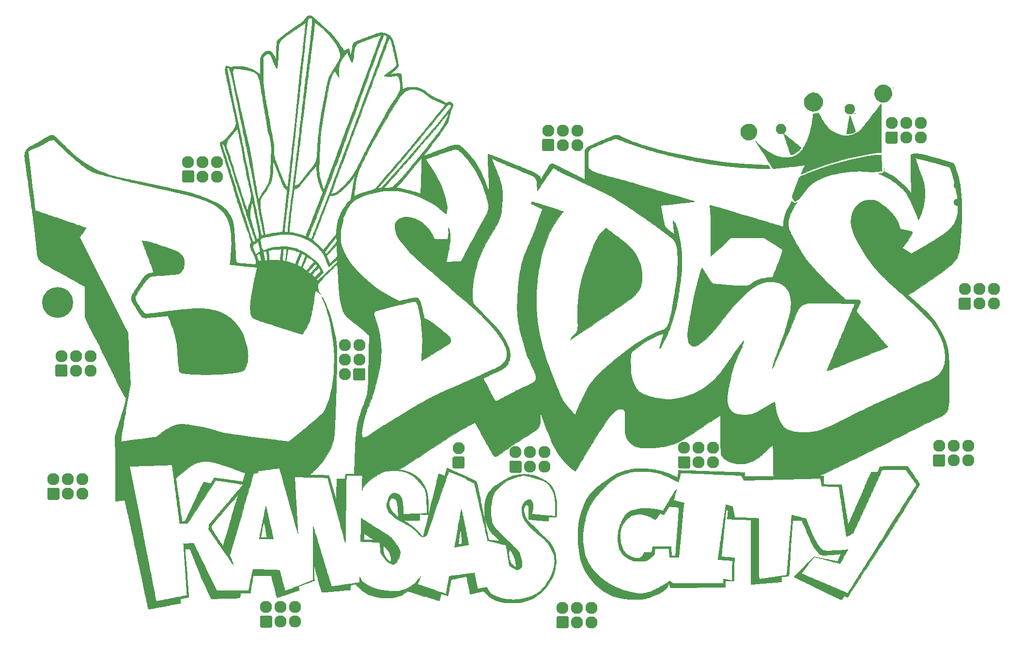
<source format=gbr>
G04 #@! TF.GenerationSoftware,KiCad,Pcbnew,(5.1.10)-1*
G04 #@! TF.CreationDate,2021-08-15T21:50:56-05:00*
G04 #@! TF.ProjectId,Bsides-KC Svg2Shenzen,42736964-6573-42d4-9b43-205376673253,rev?*
G04 #@! TF.SameCoordinates,Original*
G04 #@! TF.FileFunction,Soldermask,Top*
G04 #@! TF.FilePolarity,Negative*
%FSLAX46Y46*%
G04 Gerber Fmt 4.6, Leading zero omitted, Abs format (unit mm)*
G04 Created by KiCad (PCBNEW (5.1.10)-1) date 2021-08-15 21:50:56*
%MOMM*%
%LPD*%
G01*
G04 APERTURE LIST*
%ADD10C,0.010000*%
%ADD11C,1.300000*%
%ADD12O,2.100000X2.100000*%
%ADD13C,2.127200*%
%ADD14O,2.127200X2.127200*%
%ADD15C,5.400000*%
G04 APERTURE END LIST*
D10*
G04 #@! TO.C,G\u002A\u002A\u002A*
G36*
X165035333Y-70710743D02*
G01*
X165127770Y-70779225D01*
X165248273Y-70867657D01*
X165390452Y-70971396D01*
X165547916Y-71085797D01*
X165714274Y-71206217D01*
X165883137Y-71328012D01*
X166030166Y-71433669D01*
X166381057Y-71686437D01*
X166699669Y-71918423D01*
X166989095Y-72132099D01*
X167252430Y-72329937D01*
X167492767Y-72514410D01*
X167713201Y-72687992D01*
X167916825Y-72853154D01*
X168106735Y-73012369D01*
X168286023Y-73168110D01*
X168457783Y-73322850D01*
X168625111Y-73479060D01*
X168791100Y-73639215D01*
X168795870Y-73643889D01*
X169192433Y-74057163D01*
X169549172Y-74480980D01*
X169867852Y-74917953D01*
X170150231Y-75370694D01*
X170398073Y-75841816D01*
X170613138Y-76333930D01*
X170617923Y-76346050D01*
X170792729Y-76837915D01*
X170929793Y-77331935D01*
X171030134Y-77833598D01*
X171094774Y-78348393D01*
X171124731Y-78881809D01*
X171127232Y-79087133D01*
X171121617Y-79401492D01*
X171103260Y-79685235D01*
X171070685Y-79948552D01*
X171022419Y-80201631D01*
X170956990Y-80454662D01*
X170905284Y-80621716D01*
X170757893Y-81004861D01*
X170572991Y-81370992D01*
X170352906Y-81716715D01*
X170099967Y-82038636D01*
X169816502Y-82333361D01*
X169602658Y-82520451D01*
X169502790Y-82599053D01*
X169368965Y-82700095D01*
X169202530Y-82822653D01*
X169004831Y-82965802D01*
X168777216Y-83128620D01*
X168521029Y-83310183D01*
X168237618Y-83509566D01*
X167928328Y-83725847D01*
X167594507Y-83958101D01*
X167237500Y-84205406D01*
X166858653Y-84466836D01*
X166459314Y-84741468D01*
X166040828Y-85028379D01*
X165604542Y-85326645D01*
X165151801Y-85635343D01*
X164683953Y-85953548D01*
X164202344Y-86280336D01*
X163708320Y-86614785D01*
X163203227Y-86955970D01*
X162688412Y-87302968D01*
X162165221Y-87654855D01*
X161635000Y-88010707D01*
X161099095Y-88369601D01*
X160558854Y-88730613D01*
X160282467Y-88914998D01*
X159998120Y-89104593D01*
X159746956Y-89272065D01*
X159526923Y-89418758D01*
X159335971Y-89546020D01*
X159172050Y-89655195D01*
X159033109Y-89747629D01*
X158917097Y-89824667D01*
X158821966Y-89887656D01*
X158745663Y-89937940D01*
X158686139Y-89976866D01*
X158641343Y-90005779D01*
X158609224Y-90026024D01*
X158587733Y-90038948D01*
X158574819Y-90045896D01*
X158568432Y-90048213D01*
X158566520Y-90047245D01*
X158567035Y-90044338D01*
X158567924Y-90040837D01*
X158567967Y-90040157D01*
X158578520Y-90018391D01*
X158607725Y-89966928D01*
X158651902Y-89892031D01*
X158707368Y-89799967D01*
X158752147Y-89726699D01*
X158845091Y-89580613D01*
X158925918Y-89465593D01*
X159000184Y-89374237D01*
X159072474Y-89300050D01*
X159214694Y-89166511D01*
X159329389Y-89056322D01*
X159420710Y-88964741D01*
X159492805Y-88887032D01*
X159549824Y-88818455D01*
X159595916Y-88754271D01*
X159635232Y-88689742D01*
X159671920Y-88620130D01*
X159677216Y-88609438D01*
X159742170Y-88468832D01*
X159791187Y-88339361D01*
X159826594Y-88210465D01*
X159850713Y-88071582D01*
X159865871Y-87912153D01*
X159874392Y-87721615D01*
X159874645Y-87712550D01*
X159876633Y-87561427D01*
X159875289Y-87394822D01*
X159870961Y-87230157D01*
X159863998Y-87084851D01*
X159861309Y-87045800D01*
X159813539Y-86165077D01*
X159801571Y-85268684D01*
X159824971Y-84362838D01*
X159883307Y-83453757D01*
X159976145Y-82547658D01*
X160103050Y-81650758D01*
X160263591Y-80769275D01*
X160316518Y-80516764D01*
X160424006Y-80040773D01*
X160538498Y-79577738D01*
X160662324Y-79119828D01*
X160797816Y-78659211D01*
X160947304Y-78188057D01*
X161113120Y-77698533D01*
X161297595Y-77182808D01*
X161356341Y-77023383D01*
X161424318Y-76838683D01*
X161502160Y-76624871D01*
X161585949Y-76392861D01*
X161671762Y-76153567D01*
X161755681Y-75917903D01*
X161833784Y-75696782D01*
X161869587Y-75594633D01*
X161936894Y-75402749D01*
X162006254Y-75206350D01*
X162074932Y-75013092D01*
X162140190Y-74830633D01*
X162199292Y-74666628D01*
X162249501Y-74528734D01*
X162281917Y-74441050D01*
X162495979Y-73893120D01*
X162714312Y-73384642D01*
X162938556Y-72912815D01*
X163170351Y-72474839D01*
X163411337Y-72067914D01*
X163663154Y-71689241D01*
X163927441Y-71336018D01*
X164205840Y-71005445D01*
X164441717Y-70753481D01*
X164716884Y-70472936D01*
X165035333Y-70710743D01*
G37*
X165035333Y-70710743D02*
X165127770Y-70779225D01*
X165248273Y-70867657D01*
X165390452Y-70971396D01*
X165547916Y-71085797D01*
X165714274Y-71206217D01*
X165883137Y-71328012D01*
X166030166Y-71433669D01*
X166381057Y-71686437D01*
X166699669Y-71918423D01*
X166989095Y-72132099D01*
X167252430Y-72329937D01*
X167492767Y-72514410D01*
X167713201Y-72687992D01*
X167916825Y-72853154D01*
X168106735Y-73012369D01*
X168286023Y-73168110D01*
X168457783Y-73322850D01*
X168625111Y-73479060D01*
X168791100Y-73639215D01*
X168795870Y-73643889D01*
X169192433Y-74057163D01*
X169549172Y-74480980D01*
X169867852Y-74917953D01*
X170150231Y-75370694D01*
X170398073Y-75841816D01*
X170613138Y-76333930D01*
X170617923Y-76346050D01*
X170792729Y-76837915D01*
X170929793Y-77331935D01*
X171030134Y-77833598D01*
X171094774Y-78348393D01*
X171124731Y-78881809D01*
X171127232Y-79087133D01*
X171121617Y-79401492D01*
X171103260Y-79685235D01*
X171070685Y-79948552D01*
X171022419Y-80201631D01*
X170956990Y-80454662D01*
X170905284Y-80621716D01*
X170757893Y-81004861D01*
X170572991Y-81370992D01*
X170352906Y-81716715D01*
X170099967Y-82038636D01*
X169816502Y-82333361D01*
X169602658Y-82520451D01*
X169502790Y-82599053D01*
X169368965Y-82700095D01*
X169202530Y-82822653D01*
X169004831Y-82965802D01*
X168777216Y-83128620D01*
X168521029Y-83310183D01*
X168237618Y-83509566D01*
X167928328Y-83725847D01*
X167594507Y-83958101D01*
X167237500Y-84205406D01*
X166858653Y-84466836D01*
X166459314Y-84741468D01*
X166040828Y-85028379D01*
X165604542Y-85326645D01*
X165151801Y-85635343D01*
X164683953Y-85953548D01*
X164202344Y-86280336D01*
X163708320Y-86614785D01*
X163203227Y-86955970D01*
X162688412Y-87302968D01*
X162165221Y-87654855D01*
X161635000Y-88010707D01*
X161099095Y-88369601D01*
X160558854Y-88730613D01*
X160282467Y-88914998D01*
X159998120Y-89104593D01*
X159746956Y-89272065D01*
X159526923Y-89418758D01*
X159335971Y-89546020D01*
X159172050Y-89655195D01*
X159033109Y-89747629D01*
X158917097Y-89824667D01*
X158821966Y-89887656D01*
X158745663Y-89937940D01*
X158686139Y-89976866D01*
X158641343Y-90005779D01*
X158609224Y-90026024D01*
X158587733Y-90038948D01*
X158574819Y-90045896D01*
X158568432Y-90048213D01*
X158566520Y-90047245D01*
X158567035Y-90044338D01*
X158567924Y-90040837D01*
X158567967Y-90040157D01*
X158578520Y-90018391D01*
X158607725Y-89966928D01*
X158651902Y-89892031D01*
X158707368Y-89799967D01*
X158752147Y-89726699D01*
X158845091Y-89580613D01*
X158925918Y-89465593D01*
X159000184Y-89374237D01*
X159072474Y-89300050D01*
X159214694Y-89166511D01*
X159329389Y-89056322D01*
X159420710Y-88964741D01*
X159492805Y-88887032D01*
X159549824Y-88818455D01*
X159595916Y-88754271D01*
X159635232Y-88689742D01*
X159671920Y-88620130D01*
X159677216Y-88609438D01*
X159742170Y-88468832D01*
X159791187Y-88339361D01*
X159826594Y-88210465D01*
X159850713Y-88071582D01*
X159865871Y-87912153D01*
X159874392Y-87721615D01*
X159874645Y-87712550D01*
X159876633Y-87561427D01*
X159875289Y-87394822D01*
X159870961Y-87230157D01*
X159863998Y-87084851D01*
X159861309Y-87045800D01*
X159813539Y-86165077D01*
X159801571Y-85268684D01*
X159824971Y-84362838D01*
X159883307Y-83453757D01*
X159976145Y-82547658D01*
X160103050Y-81650758D01*
X160263591Y-80769275D01*
X160316518Y-80516764D01*
X160424006Y-80040773D01*
X160538498Y-79577738D01*
X160662324Y-79119828D01*
X160797816Y-78659211D01*
X160947304Y-78188057D01*
X161113120Y-77698533D01*
X161297595Y-77182808D01*
X161356341Y-77023383D01*
X161424318Y-76838683D01*
X161502160Y-76624871D01*
X161585949Y-76392861D01*
X161671762Y-76153567D01*
X161755681Y-75917903D01*
X161833784Y-75696782D01*
X161869587Y-75594633D01*
X161936894Y-75402749D01*
X162006254Y-75206350D01*
X162074932Y-75013092D01*
X162140190Y-74830633D01*
X162199292Y-74666628D01*
X162249501Y-74528734D01*
X162281917Y-74441050D01*
X162495979Y-73893120D01*
X162714312Y-73384642D01*
X162938556Y-72912815D01*
X163170351Y-72474839D01*
X163411337Y-72067914D01*
X163663154Y-71689241D01*
X163927441Y-71336018D01*
X164205840Y-71005445D01*
X164441717Y-70753481D01*
X164716884Y-70472936D01*
X165035333Y-70710743D01*
G36*
X83866085Y-72738286D02*
G01*
X83981972Y-72749873D01*
X84120772Y-72768383D01*
X84277930Y-72793049D01*
X84448889Y-72823106D01*
X84629094Y-72857786D01*
X84813987Y-72896323D01*
X84999014Y-72937951D01*
X85179618Y-72981903D01*
X85351242Y-73027413D01*
X85376871Y-73034593D01*
X85448560Y-73056007D01*
X85555666Y-73089609D01*
X85693560Y-73133851D01*
X85857617Y-73187184D01*
X86043209Y-73248062D01*
X86245710Y-73314936D01*
X86460491Y-73386259D01*
X86682927Y-73460484D01*
X86908391Y-73536061D01*
X87132254Y-73611444D01*
X87349891Y-73685085D01*
X87556674Y-73755436D01*
X87747977Y-73820950D01*
X87919172Y-73880078D01*
X88065632Y-73931273D01*
X88182731Y-73972987D01*
X88188800Y-73975183D01*
X88436765Y-74066254D01*
X88684480Y-74159615D01*
X88927852Y-74253569D01*
X89162786Y-74346423D01*
X89385190Y-74436482D01*
X89590970Y-74522051D01*
X89776032Y-74601436D01*
X89936284Y-74672941D01*
X90067630Y-74734871D01*
X90165979Y-74785533D01*
X90212326Y-74812946D01*
X90405225Y-74962451D01*
X90580983Y-75146951D01*
X90735873Y-75361285D01*
X90866169Y-75600297D01*
X90968143Y-75858828D01*
X90968269Y-75859216D01*
X91037939Y-76128932D01*
X91078981Y-76414193D01*
X91091540Y-76705899D01*
X91075758Y-76994951D01*
X91031780Y-77272248D01*
X90959748Y-77528691D01*
X90941159Y-77578814D01*
X90830223Y-77814773D01*
X90692460Y-78023253D01*
X90530563Y-78201678D01*
X90347222Y-78347470D01*
X90145132Y-78458052D01*
X89953282Y-78524357D01*
X89881126Y-78538772D01*
X89769290Y-78555298D01*
X89620362Y-78573711D01*
X89436930Y-78593789D01*
X89221582Y-78615306D01*
X88976908Y-78638039D01*
X88705495Y-78661765D01*
X88409931Y-78686258D01*
X88092806Y-78711296D01*
X87756708Y-78736655D01*
X87404224Y-78762110D01*
X87037944Y-78787437D01*
X86660455Y-78812414D01*
X86515862Y-78821686D01*
X86262339Y-78838376D01*
X86046353Y-78854320D01*
X85863148Y-78870566D01*
X85707963Y-78888160D01*
X85576043Y-78908147D01*
X85462628Y-78931575D01*
X85362960Y-78959490D01*
X85272282Y-78992938D01*
X85185837Y-79032965D01*
X85098864Y-79080617D01*
X85006608Y-79136942D01*
X84966856Y-79162331D01*
X84867695Y-79228783D01*
X84775883Y-79296695D01*
X84687921Y-79369887D01*
X84600313Y-79452178D01*
X84509562Y-79547391D01*
X84412171Y-79659344D01*
X84304643Y-79791859D01*
X84183481Y-79948756D01*
X84045189Y-80133855D01*
X83914951Y-80311561D01*
X83668840Y-80654735D01*
X83448589Y-80973534D01*
X83250460Y-81273850D01*
X83070715Y-81561577D01*
X82905619Y-81842608D01*
X82751434Y-82122837D01*
X82680238Y-82258724D01*
X82531993Y-82546120D01*
X82543379Y-82737502D01*
X82559920Y-82876538D01*
X82594344Y-83025450D01*
X82647930Y-83186753D01*
X82721961Y-83362963D01*
X82817718Y-83556597D01*
X82936481Y-83770169D01*
X83079533Y-84006197D01*
X83248153Y-84267196D01*
X83443625Y-84555681D01*
X83539293Y-84693147D01*
X83704471Y-84918165D01*
X83858820Y-85106650D01*
X84001549Y-85257770D01*
X84131865Y-85370693D01*
X84248978Y-85444588D01*
X84258092Y-85448947D01*
X84285620Y-85461952D01*
X84311058Y-85473490D01*
X84336764Y-85483347D01*
X84365094Y-85491312D01*
X84398402Y-85497171D01*
X84439046Y-85500712D01*
X84489382Y-85501722D01*
X84551765Y-85499989D01*
X84628552Y-85495300D01*
X84722098Y-85487443D01*
X84834759Y-85476205D01*
X84968892Y-85461373D01*
X85126853Y-85442735D01*
X85310997Y-85420078D01*
X85523681Y-85393190D01*
X85767261Y-85361858D01*
X86044092Y-85325868D01*
X86356531Y-85285010D01*
X86706933Y-85239070D01*
X86978239Y-85203489D01*
X87515931Y-85133408D01*
X88015518Y-85069202D01*
X88480761Y-85010456D01*
X88915419Y-84956748D01*
X89323250Y-84907661D01*
X89708014Y-84862776D01*
X90073469Y-84821675D01*
X90423375Y-84783938D01*
X90761490Y-84749146D01*
X91091574Y-84716882D01*
X91417385Y-84686726D01*
X91742683Y-84658260D01*
X92071226Y-84631065D01*
X92231634Y-84618304D01*
X92398634Y-84607380D01*
X92595236Y-84598199D01*
X92814877Y-84590789D01*
X93050991Y-84585176D01*
X93297015Y-84581388D01*
X93546386Y-84579453D01*
X93792539Y-84579399D01*
X94028911Y-84581253D01*
X94248938Y-84585042D01*
X94446055Y-84590795D01*
X94613700Y-84598538D01*
X94739884Y-84607781D01*
X95348929Y-84680771D01*
X95927793Y-84782447D01*
X96477850Y-84913276D01*
X97000475Y-85073726D01*
X97497043Y-85264265D01*
X97968929Y-85485361D01*
X98417508Y-85737480D01*
X98797023Y-85987466D01*
X99185602Y-86283972D01*
X99560088Y-86612647D01*
X99916203Y-86968453D01*
X100249665Y-87346354D01*
X100556195Y-87741314D01*
X100831513Y-88148295D01*
X101071338Y-88562261D01*
X101195482Y-88809918D01*
X101282342Y-89005180D01*
X101375476Y-89234413D01*
X101472444Y-89490164D01*
X101570805Y-89764976D01*
X101668117Y-90051395D01*
X101761940Y-90341967D01*
X101849831Y-90629236D01*
X101929351Y-90905747D01*
X101998057Y-91164047D01*
X102053509Y-91396679D01*
X102073559Y-91491361D01*
X102116787Y-91713566D01*
X102150144Y-91906625D01*
X102174812Y-92082258D01*
X102191976Y-92252186D01*
X102202818Y-92428128D01*
X102208521Y-92621802D01*
X102210270Y-92844929D01*
X102210270Y-92845466D01*
X102209041Y-93058295D01*
X102204293Y-93239979D01*
X102194892Y-93401641D01*
X102179706Y-93554400D01*
X102157601Y-93709379D01*
X102127444Y-93877700D01*
X102088103Y-94070483D01*
X102083029Y-94094300D01*
X102015439Y-94380772D01*
X101942002Y-94628534D01*
X101859876Y-94841100D01*
X101766217Y-95021985D01*
X101658181Y-95174706D01*
X101532925Y-95302778D01*
X101387606Y-95409716D01*
X101219380Y-95499036D01*
X101025403Y-95574253D01*
X100841911Y-95628730D01*
X100683938Y-95666080D01*
X100487867Y-95704800D01*
X100257889Y-95744376D01*
X99998196Y-95784292D01*
X99712982Y-95824036D01*
X99406438Y-95863092D01*
X99082757Y-95900946D01*
X98746131Y-95937085D01*
X98400753Y-95970992D01*
X98050815Y-96002155D01*
X97700509Y-96030059D01*
X97396300Y-96051442D01*
X96921744Y-96078376D01*
X96416178Y-96099270D01*
X95890516Y-96113972D01*
X95355669Y-96122330D01*
X94822551Y-96124192D01*
X94302073Y-96119407D01*
X93805148Y-96107822D01*
X93670967Y-96103312D01*
X93246414Y-96085342D01*
X92793804Y-96061323D01*
X92326836Y-96032170D01*
X91859211Y-95998799D01*
X91404628Y-95962125D01*
X90982800Y-95923650D01*
X90827233Y-95907038D01*
X90706282Y-95889643D01*
X90612264Y-95868941D01*
X90537498Y-95842406D01*
X90474301Y-95807510D01*
X90414992Y-95761728D01*
X90372996Y-95723122D01*
X90314428Y-95665527D01*
X90268605Y-95614622D01*
X90233210Y-95563796D01*
X90205925Y-95506436D01*
X90184433Y-95435931D01*
X90166416Y-95345668D01*
X90149556Y-95229036D01*
X90131536Y-95079422D01*
X90123895Y-95012484D01*
X90059465Y-94412464D01*
X90002330Y-93810340D01*
X89951623Y-93195713D01*
X89906477Y-92558185D01*
X89871785Y-91989788D01*
X89854269Y-91705837D01*
X89835658Y-91454780D01*
X89815008Y-91227178D01*
X89791378Y-91013592D01*
X89763824Y-90804585D01*
X89733175Y-90601800D01*
X89653110Y-90145107D01*
X89558706Y-89692443D01*
X89448476Y-89238974D01*
X89320933Y-88779863D01*
X89174588Y-88310275D01*
X89007953Y-87825375D01*
X88819541Y-87320327D01*
X88607864Y-86790295D01*
X88430319Y-86367328D01*
X88207998Y-85847607D01*
X87790941Y-85886433D01*
X87667821Y-85897896D01*
X87511120Y-85912487D01*
X87329405Y-85929409D01*
X87131245Y-85947863D01*
X86925208Y-85967052D01*
X86719864Y-85986177D01*
X86590717Y-85998206D01*
X86366209Y-86019362D01*
X86114122Y-86043534D01*
X85847706Y-86069423D01*
X85580210Y-86095732D01*
X85324883Y-86121165D01*
X85094974Y-86144424D01*
X85040242Y-86150032D01*
X84836488Y-86170803D01*
X84669909Y-86187252D01*
X84535599Y-86199662D01*
X84428651Y-86208314D01*
X84344158Y-86213492D01*
X84277214Y-86215476D01*
X84222911Y-86214549D01*
X84176344Y-86210991D01*
X84132605Y-86205087D01*
X84119492Y-86202932D01*
X83980588Y-86170854D01*
X83855845Y-86121957D01*
X83740622Y-86052311D01*
X83630276Y-85957986D01*
X83520167Y-85835051D01*
X83405654Y-85679577D01*
X83290084Y-85500633D01*
X83224230Y-85394886D01*
X83141018Y-85262990D01*
X83046333Y-85114176D01*
X82946065Y-84957675D01*
X82846099Y-84802718D01*
X82783867Y-84706883D01*
X82594956Y-84415242D01*
X82429577Y-84156430D01*
X82286738Y-83928766D01*
X82165447Y-83730573D01*
X82064712Y-83560172D01*
X81983543Y-83415882D01*
X81920948Y-83296026D01*
X81875936Y-83198924D01*
X81847514Y-83122897D01*
X81846440Y-83119383D01*
X81826203Y-83024721D01*
X81813184Y-82906960D01*
X81807571Y-82779046D01*
X81809552Y-82653923D01*
X81819315Y-82544535D01*
X81836908Y-82464231D01*
X81859680Y-82413784D01*
X81903316Y-82331411D01*
X81965613Y-82220688D01*
X82044371Y-82085187D01*
X82137390Y-81928482D01*
X82242468Y-81754149D01*
X82357405Y-81565760D01*
X82480000Y-81366889D01*
X82608053Y-81161111D01*
X82739361Y-80952000D01*
X82871726Y-80743129D01*
X83002945Y-80538072D01*
X83130818Y-80340404D01*
X83253145Y-80153698D01*
X83342966Y-80018466D01*
X83501483Y-79782174D01*
X83639414Y-79578420D01*
X83759123Y-79404169D01*
X83862975Y-79256387D01*
X83953333Y-79132038D01*
X84032560Y-79028088D01*
X84103022Y-78941502D01*
X84167081Y-78869244D01*
X84227101Y-78808281D01*
X84285446Y-78755577D01*
X84344481Y-78708097D01*
X84389384Y-78674981D01*
X84523517Y-78585853D01*
X84655585Y-78513967D01*
X84793788Y-78456613D01*
X84946323Y-78411077D01*
X85121390Y-78374649D01*
X85327187Y-78344615D01*
X85421294Y-78333637D01*
X85533085Y-78321047D01*
X85628931Y-78309723D01*
X85701446Y-78300580D01*
X85743243Y-78294533D01*
X85750440Y-78292876D01*
X85744288Y-78272696D01*
X85724507Y-78215856D01*
X85692202Y-78125383D01*
X85648476Y-78004303D01*
X85594433Y-77855645D01*
X85531177Y-77682435D01*
X85459812Y-77487700D01*
X85381440Y-77274467D01*
X85297167Y-77045763D01*
X85208096Y-76804616D01*
X85186175Y-76745354D01*
X85086049Y-76474547D01*
X84982915Y-76195234D01*
X84878831Y-75913009D01*
X84775854Y-75633469D01*
X84676043Y-75362207D01*
X84581455Y-75104820D01*
X84494149Y-74866902D01*
X84416183Y-74654049D01*
X84349613Y-74471855D01*
X84315259Y-74377550D01*
X84243281Y-74180760D01*
X84169157Y-73980100D01*
X84095594Y-73782761D01*
X84025299Y-73595938D01*
X83960981Y-73426822D01*
X83905346Y-73282606D01*
X83861101Y-73170484D01*
X83858233Y-73163359D01*
X83810113Y-73042986D01*
X83767972Y-72935534D01*
X83734230Y-72847346D01*
X83711308Y-72784763D01*
X83701628Y-72754126D01*
X83701467Y-72752731D01*
X83721276Y-72738949D01*
X83777668Y-72734390D01*
X83866085Y-72738286D01*
G37*
X83866085Y-72738286D02*
X83981972Y-72749873D01*
X84120772Y-72768383D01*
X84277930Y-72793049D01*
X84448889Y-72823106D01*
X84629094Y-72857786D01*
X84813987Y-72896323D01*
X84999014Y-72937951D01*
X85179618Y-72981903D01*
X85351242Y-73027413D01*
X85376871Y-73034593D01*
X85448560Y-73056007D01*
X85555666Y-73089609D01*
X85693560Y-73133851D01*
X85857617Y-73187184D01*
X86043209Y-73248062D01*
X86245710Y-73314936D01*
X86460491Y-73386259D01*
X86682927Y-73460484D01*
X86908391Y-73536061D01*
X87132254Y-73611444D01*
X87349891Y-73685085D01*
X87556674Y-73755436D01*
X87747977Y-73820950D01*
X87919172Y-73880078D01*
X88065632Y-73931273D01*
X88182731Y-73972987D01*
X88188800Y-73975183D01*
X88436765Y-74066254D01*
X88684480Y-74159615D01*
X88927852Y-74253569D01*
X89162786Y-74346423D01*
X89385190Y-74436482D01*
X89590970Y-74522051D01*
X89776032Y-74601436D01*
X89936284Y-74672941D01*
X90067630Y-74734871D01*
X90165979Y-74785533D01*
X90212326Y-74812946D01*
X90405225Y-74962451D01*
X90580983Y-75146951D01*
X90735873Y-75361285D01*
X90866169Y-75600297D01*
X90968143Y-75858828D01*
X90968269Y-75859216D01*
X91037939Y-76128932D01*
X91078981Y-76414193D01*
X91091540Y-76705899D01*
X91075758Y-76994951D01*
X91031780Y-77272248D01*
X90959748Y-77528691D01*
X90941159Y-77578814D01*
X90830223Y-77814773D01*
X90692460Y-78023253D01*
X90530563Y-78201678D01*
X90347222Y-78347470D01*
X90145132Y-78458052D01*
X89953282Y-78524357D01*
X89881126Y-78538772D01*
X89769290Y-78555298D01*
X89620362Y-78573711D01*
X89436930Y-78593789D01*
X89221582Y-78615306D01*
X88976908Y-78638039D01*
X88705495Y-78661765D01*
X88409931Y-78686258D01*
X88092806Y-78711296D01*
X87756708Y-78736655D01*
X87404224Y-78762110D01*
X87037944Y-78787437D01*
X86660455Y-78812414D01*
X86515862Y-78821686D01*
X86262339Y-78838376D01*
X86046353Y-78854320D01*
X85863148Y-78870566D01*
X85707963Y-78888160D01*
X85576043Y-78908147D01*
X85462628Y-78931575D01*
X85362960Y-78959490D01*
X85272282Y-78992938D01*
X85185837Y-79032965D01*
X85098864Y-79080617D01*
X85006608Y-79136942D01*
X84966856Y-79162331D01*
X84867695Y-79228783D01*
X84775883Y-79296695D01*
X84687921Y-79369887D01*
X84600313Y-79452178D01*
X84509562Y-79547391D01*
X84412171Y-79659344D01*
X84304643Y-79791859D01*
X84183481Y-79948756D01*
X84045189Y-80133855D01*
X83914951Y-80311561D01*
X83668840Y-80654735D01*
X83448589Y-80973534D01*
X83250460Y-81273850D01*
X83070715Y-81561577D01*
X82905619Y-81842608D01*
X82751434Y-82122837D01*
X82680238Y-82258724D01*
X82531993Y-82546120D01*
X82543379Y-82737502D01*
X82559920Y-82876538D01*
X82594344Y-83025450D01*
X82647930Y-83186753D01*
X82721961Y-83362963D01*
X82817718Y-83556597D01*
X82936481Y-83770169D01*
X83079533Y-84006197D01*
X83248153Y-84267196D01*
X83443625Y-84555681D01*
X83539293Y-84693147D01*
X83704471Y-84918165D01*
X83858820Y-85106650D01*
X84001549Y-85257770D01*
X84131865Y-85370693D01*
X84248978Y-85444588D01*
X84258092Y-85448947D01*
X84285620Y-85461952D01*
X84311058Y-85473490D01*
X84336764Y-85483347D01*
X84365094Y-85491312D01*
X84398402Y-85497171D01*
X84439046Y-85500712D01*
X84489382Y-85501722D01*
X84551765Y-85499989D01*
X84628552Y-85495300D01*
X84722098Y-85487443D01*
X84834759Y-85476205D01*
X84968892Y-85461373D01*
X85126853Y-85442735D01*
X85310997Y-85420078D01*
X85523681Y-85393190D01*
X85767261Y-85361858D01*
X86044092Y-85325868D01*
X86356531Y-85285010D01*
X86706933Y-85239070D01*
X86978239Y-85203489D01*
X87515931Y-85133408D01*
X88015518Y-85069202D01*
X88480761Y-85010456D01*
X88915419Y-84956748D01*
X89323250Y-84907661D01*
X89708014Y-84862776D01*
X90073469Y-84821675D01*
X90423375Y-84783938D01*
X90761490Y-84749146D01*
X91091574Y-84716882D01*
X91417385Y-84686726D01*
X91742683Y-84658260D01*
X92071226Y-84631065D01*
X92231634Y-84618304D01*
X92398634Y-84607380D01*
X92595236Y-84598199D01*
X92814877Y-84590789D01*
X93050991Y-84585176D01*
X93297015Y-84581388D01*
X93546386Y-84579453D01*
X93792539Y-84579399D01*
X94028911Y-84581253D01*
X94248938Y-84585042D01*
X94446055Y-84590795D01*
X94613700Y-84598538D01*
X94739884Y-84607781D01*
X95348929Y-84680771D01*
X95927793Y-84782447D01*
X96477850Y-84913276D01*
X97000475Y-85073726D01*
X97497043Y-85264265D01*
X97968929Y-85485361D01*
X98417508Y-85737480D01*
X98797023Y-85987466D01*
X99185602Y-86283972D01*
X99560088Y-86612647D01*
X99916203Y-86968453D01*
X100249665Y-87346354D01*
X100556195Y-87741314D01*
X100831513Y-88148295D01*
X101071338Y-88562261D01*
X101195482Y-88809918D01*
X101282342Y-89005180D01*
X101375476Y-89234413D01*
X101472444Y-89490164D01*
X101570805Y-89764976D01*
X101668117Y-90051395D01*
X101761940Y-90341967D01*
X101849831Y-90629236D01*
X101929351Y-90905747D01*
X101998057Y-91164047D01*
X102053509Y-91396679D01*
X102073559Y-91491361D01*
X102116787Y-91713566D01*
X102150144Y-91906625D01*
X102174812Y-92082258D01*
X102191976Y-92252186D01*
X102202818Y-92428128D01*
X102208521Y-92621802D01*
X102210270Y-92844929D01*
X102210270Y-92845466D01*
X102209041Y-93058295D01*
X102204293Y-93239979D01*
X102194892Y-93401641D01*
X102179706Y-93554400D01*
X102157601Y-93709379D01*
X102127444Y-93877700D01*
X102088103Y-94070483D01*
X102083029Y-94094300D01*
X102015439Y-94380772D01*
X101942002Y-94628534D01*
X101859876Y-94841100D01*
X101766217Y-95021985D01*
X101658181Y-95174706D01*
X101532925Y-95302778D01*
X101387606Y-95409716D01*
X101219380Y-95499036D01*
X101025403Y-95574253D01*
X100841911Y-95628730D01*
X100683938Y-95666080D01*
X100487867Y-95704800D01*
X100257889Y-95744376D01*
X99998196Y-95784292D01*
X99712982Y-95824036D01*
X99406438Y-95863092D01*
X99082757Y-95900946D01*
X98746131Y-95937085D01*
X98400753Y-95970992D01*
X98050815Y-96002155D01*
X97700509Y-96030059D01*
X97396300Y-96051442D01*
X96921744Y-96078376D01*
X96416178Y-96099270D01*
X95890516Y-96113972D01*
X95355669Y-96122330D01*
X94822551Y-96124192D01*
X94302073Y-96119407D01*
X93805148Y-96107822D01*
X93670967Y-96103312D01*
X93246414Y-96085342D01*
X92793804Y-96061323D01*
X92326836Y-96032170D01*
X91859211Y-95998799D01*
X91404628Y-95962125D01*
X90982800Y-95923650D01*
X90827233Y-95907038D01*
X90706282Y-95889643D01*
X90612264Y-95868941D01*
X90537498Y-95842406D01*
X90474301Y-95807510D01*
X90414992Y-95761728D01*
X90372996Y-95723122D01*
X90314428Y-95665527D01*
X90268605Y-95614622D01*
X90233210Y-95563796D01*
X90205925Y-95506436D01*
X90184433Y-95435931D01*
X90166416Y-95345668D01*
X90149556Y-95229036D01*
X90131536Y-95079422D01*
X90123895Y-95012484D01*
X90059465Y-94412464D01*
X90002330Y-93810340D01*
X89951623Y-93195713D01*
X89906477Y-92558185D01*
X89871785Y-91989788D01*
X89854269Y-91705837D01*
X89835658Y-91454780D01*
X89815008Y-91227178D01*
X89791378Y-91013592D01*
X89763824Y-90804585D01*
X89733175Y-90601800D01*
X89653110Y-90145107D01*
X89558706Y-89692443D01*
X89448476Y-89238974D01*
X89320933Y-88779863D01*
X89174588Y-88310275D01*
X89007953Y-87825375D01*
X88819541Y-87320327D01*
X88607864Y-86790295D01*
X88430319Y-86367328D01*
X88207998Y-85847607D01*
X87790941Y-85886433D01*
X87667821Y-85897896D01*
X87511120Y-85912487D01*
X87329405Y-85929409D01*
X87131245Y-85947863D01*
X86925208Y-85967052D01*
X86719864Y-85986177D01*
X86590717Y-85998206D01*
X86366209Y-86019362D01*
X86114122Y-86043534D01*
X85847706Y-86069423D01*
X85580210Y-86095732D01*
X85324883Y-86121165D01*
X85094974Y-86144424D01*
X85040242Y-86150032D01*
X84836488Y-86170803D01*
X84669909Y-86187252D01*
X84535599Y-86199662D01*
X84428651Y-86208314D01*
X84344158Y-86213492D01*
X84277214Y-86215476D01*
X84222911Y-86214549D01*
X84176344Y-86210991D01*
X84132605Y-86205087D01*
X84119492Y-86202932D01*
X83980588Y-86170854D01*
X83855845Y-86121957D01*
X83740622Y-86052311D01*
X83630276Y-85957986D01*
X83520167Y-85835051D01*
X83405654Y-85679577D01*
X83290084Y-85500633D01*
X83224230Y-85394886D01*
X83141018Y-85262990D01*
X83046333Y-85114176D01*
X82946065Y-84957675D01*
X82846099Y-84802718D01*
X82783867Y-84706883D01*
X82594956Y-84415242D01*
X82429577Y-84156430D01*
X82286738Y-83928766D01*
X82165447Y-83730573D01*
X82064712Y-83560172D01*
X81983543Y-83415882D01*
X81920948Y-83296026D01*
X81875936Y-83198924D01*
X81847514Y-83122897D01*
X81846440Y-83119383D01*
X81826203Y-83024721D01*
X81813184Y-82906960D01*
X81807571Y-82779046D01*
X81809552Y-82653923D01*
X81819315Y-82544535D01*
X81836908Y-82464231D01*
X81859680Y-82413784D01*
X81903316Y-82331411D01*
X81965613Y-82220688D01*
X82044371Y-82085187D01*
X82137390Y-81928482D01*
X82242468Y-81754149D01*
X82357405Y-81565760D01*
X82480000Y-81366889D01*
X82608053Y-81161111D01*
X82739361Y-80952000D01*
X82871726Y-80743129D01*
X83002945Y-80538072D01*
X83130818Y-80340404D01*
X83253145Y-80153698D01*
X83342966Y-80018466D01*
X83501483Y-79782174D01*
X83639414Y-79578420D01*
X83759123Y-79404169D01*
X83862975Y-79256387D01*
X83953333Y-79132038D01*
X84032560Y-79028088D01*
X84103022Y-78941502D01*
X84167081Y-78869244D01*
X84227101Y-78808281D01*
X84285446Y-78755577D01*
X84344481Y-78708097D01*
X84389384Y-78674981D01*
X84523517Y-78585853D01*
X84655585Y-78513967D01*
X84793788Y-78456613D01*
X84946323Y-78411077D01*
X85121390Y-78374649D01*
X85327187Y-78344615D01*
X85421294Y-78333637D01*
X85533085Y-78321047D01*
X85628931Y-78309723D01*
X85701446Y-78300580D01*
X85743243Y-78294533D01*
X85750440Y-78292876D01*
X85744288Y-78272696D01*
X85724507Y-78215856D01*
X85692202Y-78125383D01*
X85648476Y-78004303D01*
X85594433Y-77855645D01*
X85531177Y-77682435D01*
X85459812Y-77487700D01*
X85381440Y-77274467D01*
X85297167Y-77045763D01*
X85208096Y-76804616D01*
X85186175Y-76745354D01*
X85086049Y-76474547D01*
X84982915Y-76195234D01*
X84878831Y-75913009D01*
X84775854Y-75633469D01*
X84676043Y-75362207D01*
X84581455Y-75104820D01*
X84494149Y-74866902D01*
X84416183Y-74654049D01*
X84349613Y-74471855D01*
X84315259Y-74377550D01*
X84243281Y-74180760D01*
X84169157Y-73980100D01*
X84095594Y-73782761D01*
X84025299Y-73595938D01*
X83960981Y-73426822D01*
X83905346Y-73282606D01*
X83861101Y-73170484D01*
X83858233Y-73163359D01*
X83810113Y-73042986D01*
X83767972Y-72935534D01*
X83734230Y-72847346D01*
X83711308Y-72784763D01*
X83701628Y-72754126D01*
X83701467Y-72752731D01*
X83721276Y-72738949D01*
X83777668Y-72734390D01*
X83866085Y-72738286D01*
G36*
X177113640Y-116135733D02*
G01*
X177109992Y-116166148D01*
X177099401Y-116218736D01*
X177081205Y-116296212D01*
X177054745Y-116401290D01*
X177019361Y-116536685D01*
X176974391Y-116705113D01*
X176919176Y-116909287D01*
X176864137Y-117111342D01*
X176811272Y-117306575D01*
X176762633Y-117489315D01*
X176719237Y-117655521D01*
X176682100Y-117801151D01*
X176652236Y-117922165D01*
X176630662Y-118014521D01*
X176618392Y-118074177D01*
X176616442Y-118097092D01*
X176616446Y-118097095D01*
X176639981Y-118105417D01*
X176700267Y-118123009D01*
X176793026Y-118148720D01*
X176913977Y-118181403D01*
X177058843Y-118219906D01*
X177223342Y-118263081D01*
X177403196Y-118309777D01*
X177523442Y-118340739D01*
X178413167Y-118569095D01*
X178378808Y-118931156D01*
X178373396Y-118987870D01*
X178364136Y-119084544D01*
X178351236Y-119218998D01*
X178334906Y-119389053D01*
X178315356Y-119592531D01*
X178292796Y-119827253D01*
X178267434Y-120091039D01*
X178239481Y-120381710D01*
X178209146Y-120697088D01*
X178176638Y-121034994D01*
X178142168Y-121393248D01*
X178105945Y-121769672D01*
X178068178Y-122162087D01*
X178029077Y-122568314D01*
X177988852Y-122986173D01*
X177947711Y-123413486D01*
X177923068Y-123669425D01*
X177501688Y-128045633D01*
X175928930Y-128045633D01*
X175915457Y-127902758D01*
X175909697Y-127841924D01*
X175900640Y-127746588D01*
X175889014Y-127624391D01*
X175875546Y-127482970D01*
X175860963Y-127329967D01*
X175849809Y-127213028D01*
X175835689Y-127063519D01*
X175823019Y-126926453D01*
X175812340Y-126807925D01*
X175804195Y-126714031D01*
X175799123Y-126650869D01*
X175797634Y-126625653D01*
X175796507Y-126617102D01*
X175790988Y-126609847D01*
X175777866Y-126603781D01*
X175753928Y-126598798D01*
X175715966Y-126594791D01*
X175660767Y-126591654D01*
X175585121Y-126589282D01*
X175485817Y-126587567D01*
X175359645Y-126586403D01*
X175203393Y-126585684D01*
X175013851Y-126585304D01*
X174787808Y-126585156D01*
X174573963Y-126585133D01*
X173350293Y-126585133D01*
X173322702Y-126928675D01*
X173311227Y-127055295D01*
X173297888Y-127176609D01*
X173284006Y-127282087D01*
X173270907Y-127361196D01*
X173264984Y-127387879D01*
X173197969Y-127565202D01*
X173089418Y-127743440D01*
X172940090Y-127921737D01*
X172750746Y-128099236D01*
X172522144Y-128275080D01*
X172410967Y-128350626D01*
X172250416Y-128453260D01*
X172113267Y-128533610D01*
X171989761Y-128595703D01*
X171870138Y-128643569D01*
X171744638Y-128681236D01*
X171603501Y-128712732D01*
X171479634Y-128735045D01*
X171382606Y-128747241D01*
X171252162Y-128757711D01*
X171097190Y-128766265D01*
X170926578Y-128772711D01*
X170749215Y-128776857D01*
X170573990Y-128778513D01*
X170409792Y-128777487D01*
X170265509Y-128773588D01*
X170150030Y-128766624D01*
X170124967Y-128764196D01*
X169783650Y-128714188D01*
X169466942Y-128639006D01*
X169163188Y-128535312D01*
X168872313Y-128405529D01*
X168536933Y-128220817D01*
X168231083Y-128014235D01*
X167956865Y-127787785D01*
X167716382Y-127543470D01*
X167511737Y-127283292D01*
X167345034Y-127009254D01*
X167291293Y-126900214D01*
X167140894Y-126526789D01*
X167022094Y-126129661D01*
X166934872Y-125713272D01*
X166879209Y-125282069D01*
X166855084Y-124840496D01*
X166862478Y-124392998D01*
X166874093Y-124258902D01*
X167250804Y-124258902D01*
X167261681Y-124562927D01*
X167287758Y-124882354D01*
X167328450Y-125209386D01*
X167383174Y-125536226D01*
X167429046Y-125758617D01*
X167531267Y-126138193D01*
X167661500Y-126486063D01*
X167820071Y-126802551D01*
X168007311Y-127087979D01*
X168223548Y-127342670D01*
X168469112Y-127566947D01*
X168744330Y-127761134D01*
X169049533Y-127925553D01*
X169385049Y-128060528D01*
X169751207Y-128166381D01*
X169918241Y-128203042D01*
X170078384Y-128234172D01*
X170204487Y-128256020D01*
X170303699Y-128269076D01*
X170383171Y-128273828D01*
X170450053Y-128270764D01*
X170511495Y-128260371D01*
X170561901Y-128247002D01*
X170716777Y-128181757D01*
X170871718Y-128081005D01*
X171020532Y-127951104D01*
X171157026Y-127798416D01*
X171275008Y-127629301D01*
X171368285Y-127450118D01*
X171390171Y-127396284D01*
X171447884Y-127244352D01*
X171617217Y-127232596D01*
X171688278Y-127228599D01*
X171792911Y-127223956D01*
X171922366Y-127218994D01*
X172067893Y-127214039D01*
X172220741Y-127209416D01*
X172288089Y-127207572D01*
X172789628Y-127194302D01*
X172800747Y-127138426D01*
X172807129Y-127101209D01*
X172818586Y-127029259D01*
X172834014Y-126929724D01*
X172852306Y-126809749D01*
X172872360Y-126676484D01*
X172878097Y-126638050D01*
X172897812Y-126506662D01*
X172915491Y-126390623D01*
X172930182Y-126296026D01*
X172940935Y-126228970D01*
X172946798Y-126195550D01*
X172947522Y-126192928D01*
X172968665Y-126192929D01*
X173028884Y-126193128D01*
X173124919Y-126193509D01*
X173253514Y-126194056D01*
X173411409Y-126194757D01*
X173595346Y-126195595D01*
X173802069Y-126196556D01*
X174028318Y-126197626D01*
X174270836Y-126198790D01*
X174526365Y-126200033D01*
X174560516Y-126200200D01*
X176170316Y-126208095D01*
X176207077Y-127014828D01*
X176215456Y-127195173D01*
X176223507Y-127361818D01*
X176230984Y-127510129D01*
X176237639Y-127635470D01*
X176243225Y-127733209D01*
X176247494Y-127798711D01*
X176250200Y-127827341D01*
X176250486Y-127828208D01*
X176272789Y-127831237D01*
X176330169Y-127835338D01*
X176415396Y-127840094D01*
X176521241Y-127845087D01*
X176598884Y-127848310D01*
X176940634Y-127861765D01*
X176940634Y-127810551D01*
X176942309Y-127775701D01*
X176947015Y-127705134D01*
X176954272Y-127605325D01*
X176963602Y-127482743D01*
X176974524Y-127343863D01*
X176982811Y-127241027D01*
X176990881Y-127139693D01*
X177001795Y-126999251D01*
X177015323Y-126822816D01*
X177031234Y-126613501D01*
X177049298Y-126374422D01*
X177069283Y-126108692D01*
X177090960Y-125819425D01*
X177114097Y-125509735D01*
X177138464Y-125182736D01*
X177163830Y-124841543D01*
X177189965Y-124489269D01*
X177216637Y-124129029D01*
X177243617Y-123763937D01*
X177270674Y-123397106D01*
X177297576Y-123031652D01*
X177324093Y-122670687D01*
X177349996Y-122317327D01*
X177375052Y-121974685D01*
X177399031Y-121645876D01*
X177421703Y-121334012D01*
X177442837Y-121042210D01*
X177462202Y-120773582D01*
X177473073Y-120622077D01*
X177488990Y-120395805D01*
X177503471Y-120182126D01*
X177516299Y-119984768D01*
X177527258Y-119807464D01*
X177536132Y-119653944D01*
X177542705Y-119527937D01*
X177546760Y-119433176D01*
X177548081Y-119373390D01*
X177546635Y-119352412D01*
X177523887Y-119348178D01*
X177464571Y-119341077D01*
X177374150Y-119331583D01*
X177258090Y-119320172D01*
X177121857Y-119307320D01*
X176970914Y-119293501D01*
X176810728Y-119279191D01*
X176646763Y-119264866D01*
X176484484Y-119251001D01*
X176329357Y-119238070D01*
X176186847Y-119226551D01*
X176062418Y-119216917D01*
X175961535Y-119209644D01*
X175889665Y-119205209D01*
X175852271Y-119204085D01*
X175848185Y-119204677D01*
X175836325Y-119222625D01*
X175803717Y-119272287D01*
X175752792Y-119349952D01*
X175685980Y-119451910D01*
X175605712Y-119574451D01*
X175514419Y-119713865D01*
X175414533Y-119866442D01*
X175364880Y-119942300D01*
X174884632Y-120676050D01*
X174770541Y-120625593D01*
X174699658Y-120593040D01*
X174606759Y-120548732D01*
X174507520Y-120500191D01*
X174465465Y-120479218D01*
X174384498Y-120438975D01*
X174318658Y-120407043D01*
X174276397Y-120387475D01*
X174265455Y-120383300D01*
X174251401Y-120399864D01*
X174215866Y-120446791D01*
X174161886Y-120519927D01*
X174092495Y-120615123D01*
X174010727Y-120728226D01*
X173919617Y-120855086D01*
X173874804Y-120917758D01*
X173779007Y-121051870D01*
X173690070Y-121176281D01*
X173611267Y-121286421D01*
X173545871Y-121377717D01*
X173497156Y-121445600D01*
X173468394Y-121485497D01*
X173463079Y-121492771D01*
X173450575Y-121506392D01*
X173434242Y-121512269D01*
X173408528Y-121508212D01*
X173367883Y-121492031D01*
X173306753Y-121461534D01*
X173219586Y-121414532D01*
X173107182Y-121352362D01*
X172832338Y-121202145D01*
X172586678Y-121073533D01*
X172364515Y-120964126D01*
X172160162Y-120871524D01*
X171967933Y-120793329D01*
X171782142Y-120727142D01*
X171597102Y-120670564D01*
X171407125Y-120621194D01*
X171333647Y-120604093D01*
X170964679Y-120540758D01*
X170602298Y-120518570D01*
X170248147Y-120537090D01*
X169903869Y-120595879D01*
X169571107Y-120694500D01*
X169251505Y-120832515D01*
X168946706Y-121009484D01*
X168658353Y-121224970D01*
X168509924Y-121357321D01*
X168243363Y-121636073D01*
X168002783Y-121941478D01*
X167790824Y-122268454D01*
X167610129Y-122611922D01*
X167463339Y-122966801D01*
X167353097Y-123328010D01*
X167282045Y-123690469D01*
X167276985Y-123728242D01*
X167255711Y-123978074D01*
X167250804Y-124258902D01*
X166874093Y-124258902D01*
X166901370Y-123944020D01*
X166971742Y-123498006D01*
X167073571Y-123059401D01*
X167206840Y-122632651D01*
X167311719Y-122360346D01*
X167357810Y-122254111D01*
X167417291Y-122123891D01*
X167487067Y-121975877D01*
X167564041Y-121816260D01*
X167645118Y-121651231D01*
X167727202Y-121486981D01*
X167807197Y-121329700D01*
X167882006Y-121185580D01*
X167948535Y-121060810D01*
X168003686Y-120961583D01*
X168044365Y-120894089D01*
X168046830Y-120890354D01*
X168217137Y-120664233D01*
X168412434Y-120461032D01*
X168634689Y-120279691D01*
X168885870Y-120119152D01*
X169167947Y-119978355D01*
X169482888Y-119856241D01*
X169832662Y-119751751D01*
X170219237Y-119663827D01*
X170383962Y-119633172D01*
X170577648Y-119600973D01*
X170754228Y-119575999D01*
X170923896Y-119557462D01*
X171096843Y-119544569D01*
X171283265Y-119536531D01*
X171493353Y-119532556D01*
X171691300Y-119531776D01*
X172029827Y-119536328D01*
X172346853Y-119550178D01*
X172659002Y-119574538D01*
X172982899Y-119610619D01*
X173225884Y-119643550D01*
X173376048Y-119666973D01*
X173550244Y-119697120D01*
X173738787Y-119732057D01*
X173931993Y-119769852D01*
X174120179Y-119808570D01*
X174293661Y-119846280D01*
X174442755Y-119881049D01*
X174538217Y-119905515D01*
X174628045Y-119929330D01*
X174686067Y-119941994D01*
X174721128Y-119944162D01*
X174742076Y-119936489D01*
X174756223Y-119921648D01*
X174770918Y-119899042D01*
X174806323Y-119842826D01*
X174860933Y-119755425D01*
X174933243Y-119639267D01*
X175021750Y-119496778D01*
X175124950Y-119330384D01*
X175241338Y-119142513D01*
X175369410Y-118935590D01*
X175507663Y-118712042D01*
X175654590Y-118474296D01*
X175808689Y-118224778D01*
X175939629Y-118012633D01*
X176098040Y-117755941D01*
X176250172Y-117509474D01*
X176394556Y-117275613D01*
X176529720Y-117056737D01*
X176654195Y-116855227D01*
X176766507Y-116673462D01*
X176865188Y-116513823D01*
X176948766Y-116378691D01*
X177015770Y-116270444D01*
X177064729Y-116191464D01*
X177094172Y-116144129D01*
X177102748Y-116130563D01*
X177111005Y-116124776D01*
X177113640Y-116135733D01*
G37*
X177113640Y-116135733D02*
X177109992Y-116166148D01*
X177099401Y-116218736D01*
X177081205Y-116296212D01*
X177054745Y-116401290D01*
X177019361Y-116536685D01*
X176974391Y-116705113D01*
X176919176Y-116909287D01*
X176864137Y-117111342D01*
X176811272Y-117306575D01*
X176762633Y-117489315D01*
X176719237Y-117655521D01*
X176682100Y-117801151D01*
X176652236Y-117922165D01*
X176630662Y-118014521D01*
X176618392Y-118074177D01*
X176616442Y-118097092D01*
X176616446Y-118097095D01*
X176639981Y-118105417D01*
X176700267Y-118123009D01*
X176793026Y-118148720D01*
X176913977Y-118181403D01*
X177058843Y-118219906D01*
X177223342Y-118263081D01*
X177403196Y-118309777D01*
X177523442Y-118340739D01*
X178413167Y-118569095D01*
X178378808Y-118931156D01*
X178373396Y-118987870D01*
X178364136Y-119084544D01*
X178351236Y-119218998D01*
X178334906Y-119389053D01*
X178315356Y-119592531D01*
X178292796Y-119827253D01*
X178267434Y-120091039D01*
X178239481Y-120381710D01*
X178209146Y-120697088D01*
X178176638Y-121034994D01*
X178142168Y-121393248D01*
X178105945Y-121769672D01*
X178068178Y-122162087D01*
X178029077Y-122568314D01*
X177988852Y-122986173D01*
X177947711Y-123413486D01*
X177923068Y-123669425D01*
X177501688Y-128045633D01*
X175928930Y-128045633D01*
X175915457Y-127902758D01*
X175909697Y-127841924D01*
X175900640Y-127746588D01*
X175889014Y-127624391D01*
X175875546Y-127482970D01*
X175860963Y-127329967D01*
X175849809Y-127213028D01*
X175835689Y-127063519D01*
X175823019Y-126926453D01*
X175812340Y-126807925D01*
X175804195Y-126714031D01*
X175799123Y-126650869D01*
X175797634Y-126625653D01*
X175796507Y-126617102D01*
X175790988Y-126609847D01*
X175777866Y-126603781D01*
X175753928Y-126598798D01*
X175715966Y-126594791D01*
X175660767Y-126591654D01*
X175585121Y-126589282D01*
X175485817Y-126587567D01*
X175359645Y-126586403D01*
X175203393Y-126585684D01*
X175013851Y-126585304D01*
X174787808Y-126585156D01*
X174573963Y-126585133D01*
X173350293Y-126585133D01*
X173322702Y-126928675D01*
X173311227Y-127055295D01*
X173297888Y-127176609D01*
X173284006Y-127282087D01*
X173270907Y-127361196D01*
X173264984Y-127387879D01*
X173197969Y-127565202D01*
X173089418Y-127743440D01*
X172940090Y-127921737D01*
X172750746Y-128099236D01*
X172522144Y-128275080D01*
X172410967Y-128350626D01*
X172250416Y-128453260D01*
X172113267Y-128533610D01*
X171989761Y-128595703D01*
X171870138Y-128643569D01*
X171744638Y-128681236D01*
X171603501Y-128712732D01*
X171479634Y-128735045D01*
X171382606Y-128747241D01*
X171252162Y-128757711D01*
X171097190Y-128766265D01*
X170926578Y-128772711D01*
X170749215Y-128776857D01*
X170573990Y-128778513D01*
X170409792Y-128777487D01*
X170265509Y-128773588D01*
X170150030Y-128766624D01*
X170124967Y-128764196D01*
X169783650Y-128714188D01*
X169466942Y-128639006D01*
X169163188Y-128535312D01*
X168872313Y-128405529D01*
X168536933Y-128220817D01*
X168231083Y-128014235D01*
X167956865Y-127787785D01*
X167716382Y-127543470D01*
X167511737Y-127283292D01*
X167345034Y-127009254D01*
X167291293Y-126900214D01*
X167140894Y-126526789D01*
X167022094Y-126129661D01*
X166934872Y-125713272D01*
X166879209Y-125282069D01*
X166855084Y-124840496D01*
X166862478Y-124392998D01*
X166874093Y-124258902D01*
X167250804Y-124258902D01*
X167261681Y-124562927D01*
X167287758Y-124882354D01*
X167328450Y-125209386D01*
X167383174Y-125536226D01*
X167429046Y-125758617D01*
X167531267Y-126138193D01*
X167661500Y-126486063D01*
X167820071Y-126802551D01*
X168007311Y-127087979D01*
X168223548Y-127342670D01*
X168469112Y-127566947D01*
X168744330Y-127761134D01*
X169049533Y-127925553D01*
X169385049Y-128060528D01*
X169751207Y-128166381D01*
X169918241Y-128203042D01*
X170078384Y-128234172D01*
X170204487Y-128256020D01*
X170303699Y-128269076D01*
X170383171Y-128273828D01*
X170450053Y-128270764D01*
X170511495Y-128260371D01*
X170561901Y-128247002D01*
X170716777Y-128181757D01*
X170871718Y-128081005D01*
X171020532Y-127951104D01*
X171157026Y-127798416D01*
X171275008Y-127629301D01*
X171368285Y-127450118D01*
X171390171Y-127396284D01*
X171447884Y-127244352D01*
X171617217Y-127232596D01*
X171688278Y-127228599D01*
X171792911Y-127223956D01*
X171922366Y-127218994D01*
X172067893Y-127214039D01*
X172220741Y-127209416D01*
X172288089Y-127207572D01*
X172789628Y-127194302D01*
X172800747Y-127138426D01*
X172807129Y-127101209D01*
X172818586Y-127029259D01*
X172834014Y-126929724D01*
X172852306Y-126809749D01*
X172872360Y-126676484D01*
X172878097Y-126638050D01*
X172897812Y-126506662D01*
X172915491Y-126390623D01*
X172930182Y-126296026D01*
X172940935Y-126228970D01*
X172946798Y-126195550D01*
X172947522Y-126192928D01*
X172968665Y-126192929D01*
X173028884Y-126193128D01*
X173124919Y-126193509D01*
X173253514Y-126194056D01*
X173411409Y-126194757D01*
X173595346Y-126195595D01*
X173802069Y-126196556D01*
X174028318Y-126197626D01*
X174270836Y-126198790D01*
X174526365Y-126200033D01*
X174560516Y-126200200D01*
X176170316Y-126208095D01*
X176207077Y-127014828D01*
X176215456Y-127195173D01*
X176223507Y-127361818D01*
X176230984Y-127510129D01*
X176237639Y-127635470D01*
X176243225Y-127733209D01*
X176247494Y-127798711D01*
X176250200Y-127827341D01*
X176250486Y-127828208D01*
X176272789Y-127831237D01*
X176330169Y-127835338D01*
X176415396Y-127840094D01*
X176521241Y-127845087D01*
X176598884Y-127848310D01*
X176940634Y-127861765D01*
X176940634Y-127810551D01*
X176942309Y-127775701D01*
X176947015Y-127705134D01*
X176954272Y-127605325D01*
X176963602Y-127482743D01*
X176974524Y-127343863D01*
X176982811Y-127241027D01*
X176990881Y-127139693D01*
X177001795Y-126999251D01*
X177015323Y-126822816D01*
X177031234Y-126613501D01*
X177049298Y-126374422D01*
X177069283Y-126108692D01*
X177090960Y-125819425D01*
X177114097Y-125509735D01*
X177138464Y-125182736D01*
X177163830Y-124841543D01*
X177189965Y-124489269D01*
X177216637Y-124129029D01*
X177243617Y-123763937D01*
X177270674Y-123397106D01*
X177297576Y-123031652D01*
X177324093Y-122670687D01*
X177349996Y-122317327D01*
X177375052Y-121974685D01*
X177399031Y-121645876D01*
X177421703Y-121334012D01*
X177442837Y-121042210D01*
X177462202Y-120773582D01*
X177473073Y-120622077D01*
X177488990Y-120395805D01*
X177503471Y-120182126D01*
X177516299Y-119984768D01*
X177527258Y-119807464D01*
X177536132Y-119653944D01*
X177542705Y-119527937D01*
X177546760Y-119433176D01*
X177548081Y-119373390D01*
X177546635Y-119352412D01*
X177523887Y-119348178D01*
X177464571Y-119341077D01*
X177374150Y-119331583D01*
X177258090Y-119320172D01*
X177121857Y-119307320D01*
X176970914Y-119293501D01*
X176810728Y-119279191D01*
X176646763Y-119264866D01*
X176484484Y-119251001D01*
X176329357Y-119238070D01*
X176186847Y-119226551D01*
X176062418Y-119216917D01*
X175961535Y-119209644D01*
X175889665Y-119205209D01*
X175852271Y-119204085D01*
X175848185Y-119204677D01*
X175836325Y-119222625D01*
X175803717Y-119272287D01*
X175752792Y-119349952D01*
X175685980Y-119451910D01*
X175605712Y-119574451D01*
X175514419Y-119713865D01*
X175414533Y-119866442D01*
X175364880Y-119942300D01*
X174884632Y-120676050D01*
X174770541Y-120625593D01*
X174699658Y-120593040D01*
X174606759Y-120548732D01*
X174507520Y-120500191D01*
X174465465Y-120479218D01*
X174384498Y-120438975D01*
X174318658Y-120407043D01*
X174276397Y-120387475D01*
X174265455Y-120383300D01*
X174251401Y-120399864D01*
X174215866Y-120446791D01*
X174161886Y-120519927D01*
X174092495Y-120615123D01*
X174010727Y-120728226D01*
X173919617Y-120855086D01*
X173874804Y-120917758D01*
X173779007Y-121051870D01*
X173690070Y-121176281D01*
X173611267Y-121286421D01*
X173545871Y-121377717D01*
X173497156Y-121445600D01*
X173468394Y-121485497D01*
X173463079Y-121492771D01*
X173450575Y-121506392D01*
X173434242Y-121512269D01*
X173408528Y-121508212D01*
X173367883Y-121492031D01*
X173306753Y-121461534D01*
X173219586Y-121414532D01*
X173107182Y-121352362D01*
X172832338Y-121202145D01*
X172586678Y-121073533D01*
X172364515Y-120964126D01*
X172160162Y-120871524D01*
X171967933Y-120793329D01*
X171782142Y-120727142D01*
X171597102Y-120670564D01*
X171407125Y-120621194D01*
X171333647Y-120604093D01*
X170964679Y-120540758D01*
X170602298Y-120518570D01*
X170248147Y-120537090D01*
X169903869Y-120595879D01*
X169571107Y-120694500D01*
X169251505Y-120832515D01*
X168946706Y-121009484D01*
X168658353Y-121224970D01*
X168509924Y-121357321D01*
X168243363Y-121636073D01*
X168002783Y-121941478D01*
X167790824Y-122268454D01*
X167610129Y-122611922D01*
X167463339Y-122966801D01*
X167353097Y-123328010D01*
X167282045Y-123690469D01*
X167276985Y-123728242D01*
X167255711Y-123978074D01*
X167250804Y-124258902D01*
X166874093Y-124258902D01*
X166901370Y-123944020D01*
X166971742Y-123498006D01*
X167073571Y-123059401D01*
X167206840Y-122632651D01*
X167311719Y-122360346D01*
X167357810Y-122254111D01*
X167417291Y-122123891D01*
X167487067Y-121975877D01*
X167564041Y-121816260D01*
X167645118Y-121651231D01*
X167727202Y-121486981D01*
X167807197Y-121329700D01*
X167882006Y-121185580D01*
X167948535Y-121060810D01*
X168003686Y-120961583D01*
X168044365Y-120894089D01*
X168046830Y-120890354D01*
X168217137Y-120664233D01*
X168412434Y-120461032D01*
X168634689Y-120279691D01*
X168885870Y-120119152D01*
X169167947Y-119978355D01*
X169482888Y-119856241D01*
X169832662Y-119751751D01*
X170219237Y-119663827D01*
X170383962Y-119633172D01*
X170577648Y-119600973D01*
X170754228Y-119575999D01*
X170923896Y-119557462D01*
X171096843Y-119544569D01*
X171283265Y-119536531D01*
X171493353Y-119532556D01*
X171691300Y-119531776D01*
X172029827Y-119536328D01*
X172346853Y-119550178D01*
X172659002Y-119574538D01*
X172982899Y-119610619D01*
X173225884Y-119643550D01*
X173376048Y-119666973D01*
X173550244Y-119697120D01*
X173738787Y-119732057D01*
X173931993Y-119769852D01*
X174120179Y-119808570D01*
X174293661Y-119846280D01*
X174442755Y-119881049D01*
X174538217Y-119905515D01*
X174628045Y-119929330D01*
X174686067Y-119941994D01*
X174721128Y-119944162D01*
X174742076Y-119936489D01*
X174756223Y-119921648D01*
X174770918Y-119899042D01*
X174806323Y-119842826D01*
X174860933Y-119755425D01*
X174933243Y-119639267D01*
X175021750Y-119496778D01*
X175124950Y-119330384D01*
X175241338Y-119142513D01*
X175369410Y-118935590D01*
X175507663Y-118712042D01*
X175654590Y-118474296D01*
X175808689Y-118224778D01*
X175939629Y-118012633D01*
X176098040Y-117755941D01*
X176250172Y-117509474D01*
X176394556Y-117275613D01*
X176529720Y-117056737D01*
X176654195Y-116855227D01*
X176766507Y-116673462D01*
X176865188Y-116513823D01*
X176948766Y-116378691D01*
X177015770Y-116270444D01*
X177064729Y-116191464D01*
X177094172Y-116144129D01*
X177102748Y-116130563D01*
X177111005Y-116124776D01*
X177113640Y-116135733D01*
G36*
X214976972Y-45931754D02*
G01*
X214979760Y-45934488D01*
X214996479Y-45962240D01*
X214994212Y-45972443D01*
X214978467Y-45966091D01*
X214967911Y-45946337D01*
X214961467Y-45921609D01*
X214976972Y-45931754D01*
G37*
X214976972Y-45931754D02*
X214979760Y-45934488D01*
X214996479Y-45962240D01*
X214994212Y-45972443D01*
X214978467Y-45966091D01*
X214967911Y-45946337D01*
X214961467Y-45921609D01*
X214976972Y-45931754D01*
G36*
X215019467Y-46014216D02*
G01*
X215008884Y-46024800D01*
X214998300Y-46014216D01*
X215008884Y-46003633D01*
X215019467Y-46014216D01*
G37*
X215019467Y-46014216D02*
X215008884Y-46024800D01*
X214998300Y-46014216D01*
X215008884Y-46003633D01*
X215019467Y-46014216D01*
G36*
X213437982Y-45452448D02*
G01*
X213600344Y-45477422D01*
X213755568Y-45523436D01*
X213908217Y-45588400D01*
X214127331Y-45715181D01*
X214318058Y-45872646D01*
X214478498Y-46058454D01*
X214606751Y-46270266D01*
X214700919Y-46505743D01*
X214726056Y-46595644D01*
X214752908Y-46750785D01*
X214763579Y-46925404D01*
X214758502Y-47104769D01*
X214738108Y-47274143D01*
X214702828Y-47418792D01*
X214701863Y-47421656D01*
X214599026Y-47663490D01*
X214464539Y-47877764D01*
X214299775Y-48063101D01*
X214106106Y-48218128D01*
X213884906Y-48341470D01*
X213717927Y-48407056D01*
X213577853Y-48442408D01*
X213415186Y-48465440D01*
X213245117Y-48475315D01*
X213082840Y-48471195D01*
X212943545Y-48452242D01*
X212934550Y-48450223D01*
X212685090Y-48372043D01*
X212458939Y-48259770D01*
X212258402Y-48115587D01*
X212085786Y-47941681D01*
X211943396Y-47740235D01*
X211833540Y-47513436D01*
X211782012Y-47358300D01*
X211751839Y-47205505D01*
X211737136Y-47030466D01*
X211738163Y-46850445D01*
X211755181Y-46682703D01*
X211770666Y-46605118D01*
X211848626Y-46372422D01*
X211963080Y-46155311D01*
X212109955Y-45958875D01*
X212285181Y-45788203D01*
X212484687Y-45648382D01*
X212574717Y-45600094D01*
X212737551Y-45528153D01*
X212888419Y-45480868D01*
X213043885Y-45454445D01*
X213220513Y-45445089D01*
X213252050Y-45444922D01*
X213437982Y-45452448D01*
G37*
X213437982Y-45452448D02*
X213600344Y-45477422D01*
X213755568Y-45523436D01*
X213908217Y-45588400D01*
X214127331Y-45715181D01*
X214318058Y-45872646D01*
X214478498Y-46058454D01*
X214606751Y-46270266D01*
X214700919Y-46505743D01*
X214726056Y-46595644D01*
X214752908Y-46750785D01*
X214763579Y-46925404D01*
X214758502Y-47104769D01*
X214738108Y-47274143D01*
X214702828Y-47418792D01*
X214701863Y-47421656D01*
X214599026Y-47663490D01*
X214464539Y-47877764D01*
X214299775Y-48063101D01*
X214106106Y-48218128D01*
X213884906Y-48341470D01*
X213717927Y-48407056D01*
X213577853Y-48442408D01*
X213415186Y-48465440D01*
X213245117Y-48475315D01*
X213082840Y-48471195D01*
X212943545Y-48452242D01*
X212934550Y-48450223D01*
X212685090Y-48372043D01*
X212458939Y-48259770D01*
X212258402Y-48115587D01*
X212085786Y-47941681D01*
X211943396Y-47740235D01*
X211833540Y-47513436D01*
X211782012Y-47358300D01*
X211751839Y-47205505D01*
X211737136Y-47030466D01*
X211738163Y-46850445D01*
X211755181Y-46682703D01*
X211770666Y-46605118D01*
X211848626Y-46372422D01*
X211963080Y-46155311D01*
X212109955Y-45958875D01*
X212285181Y-45788203D01*
X212484687Y-45648382D01*
X212574717Y-45600094D01*
X212737551Y-45528153D01*
X212888419Y-45480868D01*
X213043885Y-45454445D01*
X213220513Y-45445089D01*
X213252050Y-45444922D01*
X213437982Y-45452448D01*
G36*
X201131577Y-46833795D02*
G01*
X201281332Y-46845213D01*
X201416831Y-46863765D01*
X201525060Y-46888758D01*
X201536300Y-46892394D01*
X201778835Y-46995153D01*
X201998286Y-47130240D01*
X202191640Y-47294384D01*
X202355878Y-47484317D01*
X202487984Y-47696768D01*
X202584944Y-47928469D01*
X202624149Y-48071561D01*
X202643769Y-48195826D01*
X202654585Y-48343438D01*
X202656553Y-48499493D01*
X202649631Y-48649088D01*
X202633775Y-48777320D01*
X202626288Y-48813629D01*
X202548023Y-49057689D01*
X202435284Y-49281043D01*
X202291768Y-49481294D01*
X202121171Y-49656043D01*
X201927190Y-49802891D01*
X201713521Y-49919440D01*
X201483860Y-50003291D01*
X201241905Y-50052045D01*
X200991352Y-50063304D01*
X200742550Y-50035936D01*
X200493640Y-49967913D01*
X200258828Y-49861503D01*
X200043121Y-49719664D01*
X199851523Y-49545354D01*
X199785160Y-49470110D01*
X199713428Y-49369935D01*
X199638764Y-49242742D01*
X199568267Y-49102643D01*
X199509038Y-48963747D01*
X199468176Y-48840166D01*
X199468123Y-48839966D01*
X199446998Y-48725011D01*
X199434665Y-48583372D01*
X199431092Y-48428945D01*
X199436246Y-48275626D01*
X199450093Y-48137309D01*
X199470037Y-48036857D01*
X199558416Y-47790861D01*
X199680820Y-47565410D01*
X199833874Y-47363695D01*
X200014201Y-47188906D01*
X200218422Y-47044235D01*
X200443163Y-46932871D01*
X200685046Y-46858006D01*
X200726914Y-46849277D01*
X200841353Y-46835134D01*
X200980579Y-46830204D01*
X201131577Y-46833795D01*
G37*
X201131577Y-46833795D02*
X201281332Y-46845213D01*
X201416831Y-46863765D01*
X201525060Y-46888758D01*
X201536300Y-46892394D01*
X201778835Y-46995153D01*
X201998286Y-47130240D01*
X202191640Y-47294384D01*
X202355878Y-47484317D01*
X202487984Y-47696768D01*
X202584944Y-47928469D01*
X202624149Y-48071561D01*
X202643769Y-48195826D01*
X202654585Y-48343438D01*
X202656553Y-48499493D01*
X202649631Y-48649088D01*
X202633775Y-48777320D01*
X202626288Y-48813629D01*
X202548023Y-49057689D01*
X202435284Y-49281043D01*
X202291768Y-49481294D01*
X202121171Y-49656043D01*
X201927190Y-49802891D01*
X201713521Y-49919440D01*
X201483860Y-50003291D01*
X201241905Y-50052045D01*
X200991352Y-50063304D01*
X200742550Y-50035936D01*
X200493640Y-49967913D01*
X200258828Y-49861503D01*
X200043121Y-49719664D01*
X199851523Y-49545354D01*
X199785160Y-49470110D01*
X199713428Y-49369935D01*
X199638764Y-49242742D01*
X199568267Y-49102643D01*
X199509038Y-48963747D01*
X199468176Y-48840166D01*
X199468123Y-48839966D01*
X199446998Y-48725011D01*
X199434665Y-48583372D01*
X199431092Y-48428945D01*
X199436246Y-48275626D01*
X199450093Y-48137309D01*
X199470037Y-48036857D01*
X199558416Y-47790861D01*
X199680820Y-47565410D01*
X199833874Y-47363695D01*
X200014201Y-47188906D01*
X200218422Y-47044235D01*
X200443163Y-46932871D01*
X200685046Y-46858006D01*
X200726914Y-46849277D01*
X200841353Y-46835134D01*
X200980579Y-46830204D01*
X201131577Y-46833795D01*
G36*
X208337086Y-50395716D02*
G01*
X208292003Y-50452645D01*
X208244910Y-50501118D01*
X208244416Y-50501550D01*
X208195797Y-50543883D01*
X208239847Y-50480383D01*
X208284931Y-50423454D01*
X208332024Y-50374981D01*
X208332518Y-50374550D01*
X208381137Y-50332216D01*
X208337086Y-50395716D01*
G37*
X208337086Y-50395716D02*
X208292003Y-50452645D01*
X208244910Y-50501118D01*
X208244416Y-50501550D01*
X208195797Y-50543883D01*
X208239847Y-50480383D01*
X208284931Y-50423454D01*
X208332024Y-50374981D01*
X208332518Y-50374550D01*
X208381137Y-50332216D01*
X208337086Y-50395716D01*
G36*
X207644452Y-48821305D02*
G01*
X207808280Y-48889281D01*
X207959759Y-48993065D01*
X208032214Y-49061814D01*
X208130973Y-49180338D01*
X208198717Y-49298877D01*
X208240316Y-49429487D01*
X208260639Y-49584225D01*
X208263187Y-49633716D01*
X208261598Y-49788994D01*
X208241074Y-49919430D01*
X208197634Y-50039783D01*
X208127296Y-50164816D01*
X208114809Y-50183937D01*
X208005970Y-50311473D01*
X207868577Y-50414606D01*
X207710339Y-50490778D01*
X207538964Y-50537430D01*
X207362160Y-50552004D01*
X207187637Y-50531941D01*
X207120837Y-50513851D01*
X207006826Y-50470701D01*
X206911216Y-50416888D01*
X206820214Y-50343244D01*
X206736105Y-50258123D01*
X206646470Y-50149738D01*
X206584299Y-50043297D01*
X206545525Y-49927537D01*
X206526082Y-49791197D01*
X206521722Y-49664368D01*
X206522148Y-49562650D01*
X206525993Y-49489834D01*
X206536016Y-49432492D01*
X206554974Y-49377200D01*
X206585628Y-49310531D01*
X206600761Y-49279736D01*
X206701404Y-49119841D01*
X206827105Y-48990059D01*
X206972521Y-48891202D01*
X207132308Y-48824085D01*
X207301121Y-48789520D01*
X207473617Y-48788322D01*
X207644452Y-48821305D01*
G37*
X207644452Y-48821305D02*
X207808280Y-48889281D01*
X207959759Y-48993065D01*
X208032214Y-49061814D01*
X208130973Y-49180338D01*
X208198717Y-49298877D01*
X208240316Y-49429487D01*
X208260639Y-49584225D01*
X208263187Y-49633716D01*
X208261598Y-49788994D01*
X208241074Y-49919430D01*
X208197634Y-50039783D01*
X208127296Y-50164816D01*
X208114809Y-50183937D01*
X208005970Y-50311473D01*
X207868577Y-50414606D01*
X207710339Y-50490778D01*
X207538964Y-50537430D01*
X207362160Y-50552004D01*
X207187637Y-50531941D01*
X207120837Y-50513851D01*
X207006826Y-50470701D01*
X206911216Y-50416888D01*
X206820214Y-50343244D01*
X206736105Y-50258123D01*
X206646470Y-50149738D01*
X206584299Y-50043297D01*
X206545525Y-49927537D01*
X206526082Y-49791197D01*
X206521722Y-49664368D01*
X206522148Y-49562650D01*
X206525993Y-49489834D01*
X206536016Y-49432492D01*
X206554974Y-49377200D01*
X206585628Y-49310531D01*
X206600761Y-49279736D01*
X206701404Y-49119841D01*
X206827105Y-48990059D01*
X206972521Y-48891202D01*
X207132308Y-48824085D01*
X207301121Y-48789520D01*
X207473617Y-48788322D01*
X207644452Y-48821305D01*
G36*
X207434878Y-50781515D02*
G01*
X207452416Y-50818816D01*
X207476923Y-50879130D01*
X207509171Y-50964592D01*
X207549930Y-51077337D01*
X207599973Y-51219502D01*
X207660070Y-51393223D01*
X207730994Y-51600635D01*
X207813515Y-51843874D01*
X207908405Y-52125076D01*
X207914520Y-52143238D01*
X207993861Y-52379197D01*
X208069104Y-52603574D01*
X208139171Y-52813122D01*
X208202989Y-53004595D01*
X208259481Y-53174747D01*
X208307571Y-53320333D01*
X208346183Y-53438105D01*
X208374242Y-53524817D01*
X208390672Y-53577223D01*
X208394722Y-53592222D01*
X208376941Y-53616326D01*
X208329961Y-53653805D01*
X208262409Y-53699028D01*
X208182913Y-53746364D01*
X208100101Y-53790183D01*
X208067888Y-53805507D01*
X207892395Y-53870380D01*
X207682758Y-53919552D01*
X207436527Y-53953557D01*
X207355019Y-53960892D01*
X207191535Y-53973251D01*
X207065757Y-53980779D01*
X206973321Y-53983370D01*
X206909864Y-53980916D01*
X206871022Y-53973310D01*
X206852433Y-53960445D01*
X206849134Y-53948457D01*
X206852797Y-53921303D01*
X206863311Y-53856481D01*
X206879966Y-53757975D01*
X206902047Y-53629768D01*
X206928845Y-53475845D01*
X206959646Y-53300189D01*
X206993739Y-53106785D01*
X207030412Y-52899616D01*
X207068952Y-52682666D01*
X207108648Y-52459920D01*
X207148788Y-52235360D01*
X207188660Y-52012972D01*
X207227552Y-51796739D01*
X207264751Y-51590644D01*
X207299546Y-51398673D01*
X207331226Y-51224808D01*
X207359077Y-51073034D01*
X207382388Y-50947334D01*
X207400447Y-50851693D01*
X207412542Y-50790095D01*
X207417625Y-50767405D01*
X207423539Y-50765089D01*
X207434878Y-50781515D01*
G37*
X207434878Y-50781515D02*
X207452416Y-50818816D01*
X207476923Y-50879130D01*
X207509171Y-50964592D01*
X207549930Y-51077337D01*
X207599973Y-51219502D01*
X207660070Y-51393223D01*
X207730994Y-51600635D01*
X207813515Y-51843874D01*
X207908405Y-52125076D01*
X207914520Y-52143238D01*
X207993861Y-52379197D01*
X208069104Y-52603574D01*
X208139171Y-52813122D01*
X208202989Y-53004595D01*
X208259481Y-53174747D01*
X208307571Y-53320333D01*
X208346183Y-53438105D01*
X208374242Y-53524817D01*
X208390672Y-53577223D01*
X208394722Y-53592222D01*
X208376941Y-53616326D01*
X208329961Y-53653805D01*
X208262409Y-53699028D01*
X208182913Y-53746364D01*
X208100101Y-53790183D01*
X208067888Y-53805507D01*
X207892395Y-53870380D01*
X207682758Y-53919552D01*
X207436527Y-53953557D01*
X207355019Y-53960892D01*
X207191535Y-53973251D01*
X207065757Y-53980779D01*
X206973321Y-53983370D01*
X206909864Y-53980916D01*
X206871022Y-53973310D01*
X206852433Y-53960445D01*
X206849134Y-53948457D01*
X206852797Y-53921303D01*
X206863311Y-53856481D01*
X206879966Y-53757975D01*
X206902047Y-53629768D01*
X206928845Y-53475845D01*
X206959646Y-53300189D01*
X206993739Y-53106785D01*
X207030412Y-52899616D01*
X207068952Y-52682666D01*
X207108648Y-52459920D01*
X207148788Y-52235360D01*
X207188660Y-52012972D01*
X207227552Y-51796739D01*
X207264751Y-51590644D01*
X207299546Y-51398673D01*
X207331226Y-51224808D01*
X207359077Y-51073034D01*
X207382388Y-50947334D01*
X207400447Y-50851693D01*
X207412542Y-50790095D01*
X207417625Y-50767405D01*
X207423539Y-50765089D01*
X207434878Y-50781515D01*
G36*
X195473900Y-52301773D02*
G01*
X195551452Y-52306249D01*
X195611049Y-52316103D01*
X195664870Y-52333297D01*
X195720814Y-52357779D01*
X195863553Y-52444809D01*
X195994403Y-52562446D01*
X196101463Y-52698960D01*
X196144709Y-52775407D01*
X196174962Y-52840068D01*
X196194612Y-52893751D01*
X196205932Y-52948886D01*
X196211195Y-53017901D01*
X196212672Y-53113225D01*
X196212717Y-53147383D01*
X196211909Y-53252609D01*
X196207972Y-53327940D01*
X196198633Y-53385803D01*
X196181620Y-53438630D01*
X196154659Y-53498847D01*
X196144709Y-53519359D01*
X196055956Y-53660195D01*
X195937633Y-53788359D01*
X195801490Y-53892300D01*
X195720814Y-53936097D01*
X195649561Y-53965184D01*
X195579681Y-53983361D01*
X195496073Y-53993533D01*
X195397967Y-53998205D01*
X195263047Y-53997376D01*
X195156619Y-53986661D01*
X195107688Y-53975095D01*
X194948214Y-53902341D01*
X194801282Y-53795413D01*
X194675873Y-53662322D01*
X194580970Y-53511076D01*
X194576278Y-53501249D01*
X194550603Y-53442118D01*
X194534035Y-53388395D01*
X194524632Y-53327948D01*
X194520452Y-53248645D01*
X194519550Y-53146938D01*
X194520338Y-53041757D01*
X194524217Y-52966528D01*
X194533463Y-52908880D01*
X194550349Y-52856440D01*
X194577151Y-52796834D01*
X194587995Y-52774628D01*
X194677845Y-52632936D01*
X194797535Y-52503968D01*
X194935182Y-52399417D01*
X195011619Y-52357779D01*
X195071066Y-52331941D01*
X195124891Y-52315275D01*
X195185272Y-52305822D01*
X195264385Y-52301624D01*
X195366217Y-52300716D01*
X195473900Y-52301773D01*
G37*
X195473900Y-52301773D02*
X195551452Y-52306249D01*
X195611049Y-52316103D01*
X195664870Y-52333297D01*
X195720814Y-52357779D01*
X195863553Y-52444809D01*
X195994403Y-52562446D01*
X196101463Y-52698960D01*
X196144709Y-52775407D01*
X196174962Y-52840068D01*
X196194612Y-52893751D01*
X196205932Y-52948886D01*
X196211195Y-53017901D01*
X196212672Y-53113225D01*
X196212717Y-53147383D01*
X196211909Y-53252609D01*
X196207972Y-53327940D01*
X196198633Y-53385803D01*
X196181620Y-53438630D01*
X196154659Y-53498847D01*
X196144709Y-53519359D01*
X196055956Y-53660195D01*
X195937633Y-53788359D01*
X195801490Y-53892300D01*
X195720814Y-53936097D01*
X195649561Y-53965184D01*
X195579681Y-53983361D01*
X195496073Y-53993533D01*
X195397967Y-53998205D01*
X195263047Y-53997376D01*
X195156619Y-53986661D01*
X195107688Y-53975095D01*
X194948214Y-53902341D01*
X194801282Y-53795413D01*
X194675873Y-53662322D01*
X194580970Y-53511076D01*
X194576278Y-53501249D01*
X194550603Y-53442118D01*
X194534035Y-53388395D01*
X194524632Y-53327948D01*
X194520452Y-53248645D01*
X194519550Y-53146938D01*
X194520338Y-53041757D01*
X194524217Y-52966528D01*
X194533463Y-52908880D01*
X194550349Y-52856440D01*
X194577151Y-52796834D01*
X194587995Y-52774628D01*
X194677845Y-52632936D01*
X194797535Y-52503968D01*
X194935182Y-52399417D01*
X195011619Y-52357779D01*
X195071066Y-52331941D01*
X195124891Y-52315275D01*
X195185272Y-52305822D01*
X195264385Y-52301624D01*
X195366217Y-52300716D01*
X195473900Y-52301773D01*
G36*
X189900815Y-52264941D02*
G01*
X189997427Y-52273867D01*
X190084266Y-52290718D01*
X190177548Y-52317796D01*
X190180384Y-52318715D01*
X190407285Y-52413482D01*
X190610529Y-52540831D01*
X190787417Y-52697082D01*
X190935245Y-52878556D01*
X191051312Y-53081574D01*
X191132917Y-53302456D01*
X191177359Y-53537523D01*
X191185065Y-53687133D01*
X191165022Y-53922099D01*
X191106868Y-54150364D01*
X191013570Y-54365850D01*
X190888090Y-54562482D01*
X190733395Y-54734182D01*
X190632855Y-54818891D01*
X190426207Y-54949411D01*
X190201620Y-55043526D01*
X189964993Y-55099680D01*
X189722225Y-55116318D01*
X189552433Y-55103706D01*
X189319488Y-55051376D01*
X189100459Y-54959296D01*
X188896647Y-54828128D01*
X188741761Y-54691839D01*
X188606431Y-54540608D01*
X188502321Y-54385095D01*
X188419755Y-54210078D01*
X188396959Y-54149305D01*
X188374601Y-54082554D01*
X188359106Y-54022398D01*
X188349191Y-53958390D01*
X188343577Y-53880083D01*
X188340981Y-53777028D01*
X188340285Y-53687133D01*
X188340368Y-53562849D01*
X188342676Y-53470604D01*
X188348441Y-53400114D01*
X188358894Y-53341096D01*
X188375267Y-53283267D01*
X188395633Y-53224967D01*
X188468004Y-53053773D01*
X188554819Y-52904498D01*
X188665384Y-52762670D01*
X188753508Y-52668518D01*
X188843109Y-52582294D01*
X188922898Y-52517956D01*
X189009013Y-52463943D01*
X189113341Y-52410725D01*
X189258476Y-52345881D01*
X189384498Y-52302040D01*
X189506843Y-52275740D01*
X189640947Y-52263520D01*
X189778217Y-52261641D01*
X189900815Y-52264941D01*
G37*
X189900815Y-52264941D02*
X189997427Y-52273867D01*
X190084266Y-52290718D01*
X190177548Y-52317796D01*
X190180384Y-52318715D01*
X190407285Y-52413482D01*
X190610529Y-52540831D01*
X190787417Y-52697082D01*
X190935245Y-52878556D01*
X191051312Y-53081574D01*
X191132917Y-53302456D01*
X191177359Y-53537523D01*
X191185065Y-53687133D01*
X191165022Y-53922099D01*
X191106868Y-54150364D01*
X191013570Y-54365850D01*
X190888090Y-54562482D01*
X190733395Y-54734182D01*
X190632855Y-54818891D01*
X190426207Y-54949411D01*
X190201620Y-55043526D01*
X189964993Y-55099680D01*
X189722225Y-55116318D01*
X189552433Y-55103706D01*
X189319488Y-55051376D01*
X189100459Y-54959296D01*
X188896647Y-54828128D01*
X188741761Y-54691839D01*
X188606431Y-54540608D01*
X188502321Y-54385095D01*
X188419755Y-54210078D01*
X188396959Y-54149305D01*
X188374601Y-54082554D01*
X188359106Y-54022398D01*
X188349191Y-53958390D01*
X188343577Y-53880083D01*
X188340981Y-53777028D01*
X188340285Y-53687133D01*
X188340368Y-53562849D01*
X188342676Y-53470604D01*
X188348441Y-53400114D01*
X188358894Y-53341096D01*
X188375267Y-53283267D01*
X188395633Y-53224967D01*
X188468004Y-53053773D01*
X188554819Y-52904498D01*
X188665384Y-52762670D01*
X188753508Y-52668518D01*
X188843109Y-52582294D01*
X188922898Y-52517956D01*
X189009013Y-52463943D01*
X189113341Y-52410725D01*
X189258476Y-52345881D01*
X189384498Y-52302040D01*
X189506843Y-52275740D01*
X189640947Y-52263520D01*
X189778217Y-52261641D01*
X189900815Y-52264941D01*
G36*
X195824593Y-53959702D02*
G01*
X195872180Y-53995508D01*
X195947169Y-54053350D01*
X196046758Y-54130993D01*
X196168142Y-54226205D01*
X196308517Y-54336750D01*
X196465079Y-54460396D01*
X196635024Y-54594908D01*
X196815550Y-54738053D01*
X197003850Y-54887598D01*
X197197123Y-55041307D01*
X197392563Y-55196948D01*
X197587367Y-55352287D01*
X197778731Y-55505089D01*
X197963852Y-55653122D01*
X198139924Y-55794151D01*
X198304145Y-55925943D01*
X198453710Y-56046264D01*
X198585816Y-56152880D01*
X198697658Y-56243558D01*
X198786433Y-56316063D01*
X198849337Y-56368161D01*
X198883566Y-56397620D01*
X198889175Y-56403456D01*
X198877262Y-56436961D01*
X198841988Y-56495739D01*
X198788190Y-56573487D01*
X198720703Y-56663901D01*
X198644363Y-56760679D01*
X198564008Y-56857516D01*
X198484472Y-56948109D01*
X198414217Y-57022507D01*
X198187329Y-57227999D01*
X197950956Y-57394458D01*
X197699797Y-57524978D01*
X197428552Y-57622653D01*
X197348793Y-57644408D01*
X197245301Y-57670631D01*
X197173819Y-57683542D01*
X197125172Y-57678376D01*
X197090187Y-57650369D01*
X197059690Y-57594756D01*
X197024507Y-57506773D01*
X197009719Y-57468307D01*
X196974225Y-57375284D01*
X196938060Y-57277963D01*
X196899937Y-57172573D01*
X196858573Y-57055348D01*
X196812684Y-56922518D01*
X196760985Y-56770316D01*
X196702192Y-56594972D01*
X196635020Y-56392719D01*
X196558185Y-56159788D01*
X196470402Y-55892411D01*
X196416496Y-55727795D01*
X196346774Y-55515937D01*
X196275673Y-55302120D01*
X196205335Y-55092640D01*
X196137905Y-54893792D01*
X196075526Y-54711872D01*
X196020339Y-54553177D01*
X195974488Y-54424003D01*
X195948772Y-54353649D01*
X195904025Y-54232331D01*
X195865371Y-54125202D01*
X195834920Y-54038310D01*
X195814784Y-53977699D01*
X195807072Y-53949416D01*
X195807213Y-53948165D01*
X195824593Y-53959702D01*
G37*
X195824593Y-53959702D02*
X195872180Y-53995508D01*
X195947169Y-54053350D01*
X196046758Y-54130993D01*
X196168142Y-54226205D01*
X196308517Y-54336750D01*
X196465079Y-54460396D01*
X196635024Y-54594908D01*
X196815550Y-54738053D01*
X197003850Y-54887598D01*
X197197123Y-55041307D01*
X197392563Y-55196948D01*
X197587367Y-55352287D01*
X197778731Y-55505089D01*
X197963852Y-55653122D01*
X198139924Y-55794151D01*
X198304145Y-55925943D01*
X198453710Y-56046264D01*
X198585816Y-56152880D01*
X198697658Y-56243558D01*
X198786433Y-56316063D01*
X198849337Y-56368161D01*
X198883566Y-56397620D01*
X198889175Y-56403456D01*
X198877262Y-56436961D01*
X198841988Y-56495739D01*
X198788190Y-56573487D01*
X198720703Y-56663901D01*
X198644363Y-56760679D01*
X198564008Y-56857516D01*
X198484472Y-56948109D01*
X198414217Y-57022507D01*
X198187329Y-57227999D01*
X197950956Y-57394458D01*
X197699797Y-57524978D01*
X197428552Y-57622653D01*
X197348793Y-57644408D01*
X197245301Y-57670631D01*
X197173819Y-57683542D01*
X197125172Y-57678376D01*
X197090187Y-57650369D01*
X197059690Y-57594756D01*
X197024507Y-57506773D01*
X197009719Y-57468307D01*
X196974225Y-57375284D01*
X196938060Y-57277963D01*
X196899937Y-57172573D01*
X196858573Y-57055348D01*
X196812684Y-56922518D01*
X196760985Y-56770316D01*
X196702192Y-56594972D01*
X196635020Y-56392719D01*
X196558185Y-56159788D01*
X196470402Y-55892411D01*
X196416496Y-55727795D01*
X196346774Y-55515937D01*
X196275673Y-55302120D01*
X196205335Y-55092640D01*
X196137905Y-54893792D01*
X196075526Y-54711872D01*
X196020339Y-54553177D01*
X195974488Y-54424003D01*
X195948772Y-54353649D01*
X195904025Y-54232331D01*
X195865371Y-54125202D01*
X195834920Y-54038310D01*
X195814784Y-53977699D01*
X195807072Y-53949416D01*
X195807213Y-53948165D01*
X195824593Y-53959702D01*
G36*
X212909916Y-48776134D02*
G01*
X212910390Y-48837299D01*
X212910915Y-48936794D01*
X212911485Y-49072618D01*
X212912095Y-49242768D01*
X212912740Y-49445244D01*
X212913415Y-49678043D01*
X212914114Y-49939164D01*
X212914833Y-50226606D01*
X212915567Y-50538366D01*
X212916310Y-50872444D01*
X212917057Y-51226838D01*
X212917804Y-51599545D01*
X212918544Y-51988565D01*
X212919274Y-52391896D01*
X212919988Y-52807536D01*
X212920302Y-52997953D01*
X212927221Y-57240604D01*
X212856802Y-57252569D01*
X212814646Y-57258778D01*
X212738070Y-57269130D01*
X212634677Y-57282633D01*
X212512068Y-57298298D01*
X212377844Y-57315134D01*
X212352467Y-57318283D01*
X211106665Y-57491913D01*
X209849191Y-57705480D01*
X208581350Y-57958627D01*
X207304450Y-58250994D01*
X206019796Y-58582226D01*
X204728693Y-58951962D01*
X203432448Y-59359846D01*
X202132366Y-59805520D01*
X200829754Y-60288625D01*
X199525917Y-60808804D01*
X199349702Y-60881922D01*
X199219471Y-60936048D01*
X199102678Y-60984284D01*
X199004847Y-61024373D01*
X198931502Y-61054060D01*
X198888167Y-61071087D01*
X198878744Y-61074300D01*
X198869360Y-61058351D01*
X198869300Y-61056338D01*
X198877901Y-61033819D01*
X198902451Y-60977063D01*
X198941073Y-60890229D01*
X198991888Y-60777477D01*
X199053018Y-60642965D01*
X199122586Y-60490854D01*
X199198714Y-60325302D01*
X199229235Y-60259162D01*
X199307077Y-60090082D01*
X199378772Y-59933265D01*
X199442489Y-59792797D01*
X199496399Y-59672762D01*
X199538672Y-59577244D01*
X199567477Y-59510328D01*
X199580986Y-59476099D01*
X199581704Y-59472481D01*
X199559731Y-59473296D01*
X199500497Y-59478913D01*
X199408736Y-59488791D01*
X199289183Y-59502394D01*
X199146572Y-59519182D01*
X198985638Y-59538618D01*
X198814310Y-59559763D01*
X198521456Y-59595940D01*
X198217301Y-59632884D01*
X197904624Y-59670294D01*
X197586205Y-59707866D01*
X197264823Y-59745302D01*
X196943257Y-59782297D01*
X196624286Y-59818552D01*
X196310691Y-59853765D01*
X196005249Y-59887633D01*
X195710740Y-59919856D01*
X195429944Y-59950133D01*
X195165640Y-59978161D01*
X194920607Y-60003639D01*
X194697624Y-60026265D01*
X194499471Y-60045739D01*
X194328927Y-60061758D01*
X194188771Y-60074021D01*
X194081782Y-60082227D01*
X194010740Y-60086074D01*
X193978424Y-60085260D01*
X193976890Y-60084552D01*
X193963260Y-60064409D01*
X193928954Y-60011458D01*
X193875879Y-59928696D01*
X193805942Y-59819121D01*
X193721049Y-59685731D01*
X193623109Y-59531524D01*
X193514028Y-59359498D01*
X193395712Y-59172650D01*
X193270070Y-58973979D01*
X193212931Y-58883550D01*
X192921800Y-58423043D01*
X192645696Y-57987060D01*
X192385532Y-57577032D01*
X192142218Y-57194387D01*
X191916666Y-56840555D01*
X191709787Y-56516965D01*
X191522491Y-56225047D01*
X191355691Y-55966230D01*
X191210298Y-55741943D01*
X191209434Y-55740616D01*
X191129777Y-55617421D01*
X191058864Y-55506266D01*
X190999670Y-55411931D01*
X190955167Y-55339200D01*
X190928328Y-55292855D01*
X190921680Y-55277697D01*
X190938295Y-55289300D01*
X190978772Y-55326657D01*
X191037925Y-55384730D01*
X191110569Y-55458478D01*
X191154537Y-55504042D01*
X191503462Y-55849541D01*
X191877288Y-56185074D01*
X192269589Y-56505908D01*
X192673944Y-56807308D01*
X193083927Y-57084540D01*
X193493115Y-57332870D01*
X193895085Y-57547566D01*
X193990384Y-57593854D01*
X194434514Y-57787734D01*
X194868516Y-57941520D01*
X195294398Y-58055676D01*
X195714174Y-58130662D01*
X196129854Y-58166943D01*
X196487043Y-58167483D01*
X196731931Y-58152407D01*
X196950764Y-58125458D01*
X197158816Y-58083944D01*
X197371357Y-58025175D01*
X197463655Y-57995362D01*
X197788310Y-57864830D01*
X198101079Y-57695556D01*
X198398662Y-57490251D01*
X198677760Y-57251626D01*
X198935074Y-56982393D01*
X199167306Y-56685261D01*
X199296915Y-56488756D01*
X199515975Y-56106420D01*
X199725716Y-55687142D01*
X199924780Y-55235561D01*
X200111806Y-54756314D01*
X200285436Y-54254038D01*
X200444308Y-53733372D01*
X200587063Y-53198953D01*
X200712341Y-52655418D01*
X200818782Y-52107405D01*
X200905027Y-51559552D01*
X200969715Y-51016496D01*
X200998216Y-50686758D01*
X201012594Y-50490966D01*
X201113359Y-50490966D01*
X201218961Y-50483816D01*
X201350751Y-50464092D01*
X201495391Y-50434386D01*
X201639545Y-50397287D01*
X201716385Y-50373826D01*
X201792063Y-50349409D01*
X201850469Y-50331102D01*
X201881457Y-50322071D01*
X201883769Y-50321633D01*
X201896201Y-50339050D01*
X201925676Y-50387154D01*
X201968503Y-50459724D01*
X202020992Y-50550538D01*
X202056427Y-50612675D01*
X202213829Y-50887176D01*
X202371191Y-51156141D01*
X202525943Y-51415430D01*
X202675511Y-51660901D01*
X202817324Y-51888411D01*
X202948809Y-52093819D01*
X203067394Y-52272983D01*
X203170508Y-52421763D01*
X203231631Y-52504987D01*
X203504256Y-52830004D01*
X203807911Y-53129200D01*
X204138865Y-53400380D01*
X204493389Y-53641351D01*
X204867752Y-53849919D01*
X205258225Y-54023891D01*
X205661078Y-54161074D01*
X206072580Y-54259272D01*
X206269296Y-54291528D01*
X206444617Y-54309114D01*
X206645090Y-54317745D01*
X206858134Y-54317744D01*
X207071165Y-54309433D01*
X207271603Y-54293135D01*
X207446865Y-54269173D01*
X207494717Y-54260116D01*
X207874313Y-54161058D01*
X208236260Y-54023607D01*
X208579540Y-53848297D01*
X208903139Y-53635666D01*
X209206038Y-53386247D01*
X209273329Y-53323101D01*
X209324911Y-53273089D01*
X209373993Y-53224279D01*
X209422534Y-53174258D01*
X209472494Y-53120610D01*
X209525832Y-53060922D01*
X209584508Y-52992780D01*
X209650481Y-52913769D01*
X209725711Y-52821477D01*
X209812157Y-52713487D01*
X209911778Y-52587387D01*
X210026535Y-52440763D01*
X210158385Y-52271200D01*
X210309290Y-52076284D01*
X210481208Y-51853601D01*
X210676099Y-51600736D01*
X210764623Y-51485800D01*
X210950317Y-51244994D01*
X211137615Y-51002732D01*
X211324696Y-50761330D01*
X211509742Y-50523103D01*
X211690931Y-50290370D01*
X211866445Y-50065447D01*
X212034463Y-49850650D01*
X212193165Y-49648297D01*
X212340732Y-49460705D01*
X212475343Y-49290189D01*
X212595179Y-49139066D01*
X212698420Y-49009655D01*
X212783246Y-48904271D01*
X212847837Y-48825230D01*
X212890373Y-48774851D01*
X212909035Y-48755449D01*
X212909497Y-48755301D01*
X212909916Y-48776134D01*
G37*
X212909916Y-48776134D02*
X212910390Y-48837299D01*
X212910915Y-48936794D01*
X212911485Y-49072618D01*
X212912095Y-49242768D01*
X212912740Y-49445244D01*
X212913415Y-49678043D01*
X212914114Y-49939164D01*
X212914833Y-50226606D01*
X212915567Y-50538366D01*
X212916310Y-50872444D01*
X212917057Y-51226838D01*
X212917804Y-51599545D01*
X212918544Y-51988565D01*
X212919274Y-52391896D01*
X212919988Y-52807536D01*
X212920302Y-52997953D01*
X212927221Y-57240604D01*
X212856802Y-57252569D01*
X212814646Y-57258778D01*
X212738070Y-57269130D01*
X212634677Y-57282633D01*
X212512068Y-57298298D01*
X212377844Y-57315134D01*
X212352467Y-57318283D01*
X211106665Y-57491913D01*
X209849191Y-57705480D01*
X208581350Y-57958627D01*
X207304450Y-58250994D01*
X206019796Y-58582226D01*
X204728693Y-58951962D01*
X203432448Y-59359846D01*
X202132366Y-59805520D01*
X200829754Y-60288625D01*
X199525917Y-60808804D01*
X199349702Y-60881922D01*
X199219471Y-60936048D01*
X199102678Y-60984284D01*
X199004847Y-61024373D01*
X198931502Y-61054060D01*
X198888167Y-61071087D01*
X198878744Y-61074300D01*
X198869360Y-61058351D01*
X198869300Y-61056338D01*
X198877901Y-61033819D01*
X198902451Y-60977063D01*
X198941073Y-60890229D01*
X198991888Y-60777477D01*
X199053018Y-60642965D01*
X199122586Y-60490854D01*
X199198714Y-60325302D01*
X199229235Y-60259162D01*
X199307077Y-60090082D01*
X199378772Y-59933265D01*
X199442489Y-59792797D01*
X199496399Y-59672762D01*
X199538672Y-59577244D01*
X199567477Y-59510328D01*
X199580986Y-59476099D01*
X199581704Y-59472481D01*
X199559731Y-59473296D01*
X199500497Y-59478913D01*
X199408736Y-59488791D01*
X199289183Y-59502394D01*
X199146572Y-59519182D01*
X198985638Y-59538618D01*
X198814310Y-59559763D01*
X198521456Y-59595940D01*
X198217301Y-59632884D01*
X197904624Y-59670294D01*
X197586205Y-59707866D01*
X197264823Y-59745302D01*
X196943257Y-59782297D01*
X196624286Y-59818552D01*
X196310691Y-59853765D01*
X196005249Y-59887633D01*
X195710740Y-59919856D01*
X195429944Y-59950133D01*
X195165640Y-59978161D01*
X194920607Y-60003639D01*
X194697624Y-60026265D01*
X194499471Y-60045739D01*
X194328927Y-60061758D01*
X194188771Y-60074021D01*
X194081782Y-60082227D01*
X194010740Y-60086074D01*
X193978424Y-60085260D01*
X193976890Y-60084552D01*
X193963260Y-60064409D01*
X193928954Y-60011458D01*
X193875879Y-59928696D01*
X193805942Y-59819121D01*
X193721049Y-59685731D01*
X193623109Y-59531524D01*
X193514028Y-59359498D01*
X193395712Y-59172650D01*
X193270070Y-58973979D01*
X193212931Y-58883550D01*
X192921800Y-58423043D01*
X192645696Y-57987060D01*
X192385532Y-57577032D01*
X192142218Y-57194387D01*
X191916666Y-56840555D01*
X191709787Y-56516965D01*
X191522491Y-56225047D01*
X191355691Y-55966230D01*
X191210298Y-55741943D01*
X191209434Y-55740616D01*
X191129777Y-55617421D01*
X191058864Y-55506266D01*
X190999670Y-55411931D01*
X190955167Y-55339200D01*
X190928328Y-55292855D01*
X190921680Y-55277697D01*
X190938295Y-55289300D01*
X190978772Y-55326657D01*
X191037925Y-55384730D01*
X191110569Y-55458478D01*
X191154537Y-55504042D01*
X191503462Y-55849541D01*
X191877288Y-56185074D01*
X192269589Y-56505908D01*
X192673944Y-56807308D01*
X193083927Y-57084540D01*
X193493115Y-57332870D01*
X193895085Y-57547566D01*
X193990384Y-57593854D01*
X194434514Y-57787734D01*
X194868516Y-57941520D01*
X195294398Y-58055676D01*
X195714174Y-58130662D01*
X196129854Y-58166943D01*
X196487043Y-58167483D01*
X196731931Y-58152407D01*
X196950764Y-58125458D01*
X197158816Y-58083944D01*
X197371357Y-58025175D01*
X197463655Y-57995362D01*
X197788310Y-57864830D01*
X198101079Y-57695556D01*
X198398662Y-57490251D01*
X198677760Y-57251626D01*
X198935074Y-56982393D01*
X199167306Y-56685261D01*
X199296915Y-56488756D01*
X199515975Y-56106420D01*
X199725716Y-55687142D01*
X199924780Y-55235561D01*
X200111806Y-54756314D01*
X200285436Y-54254038D01*
X200444308Y-53733372D01*
X200587063Y-53198953D01*
X200712341Y-52655418D01*
X200818782Y-52107405D01*
X200905027Y-51559552D01*
X200969715Y-51016496D01*
X200998216Y-50686758D01*
X201012594Y-50490966D01*
X201113359Y-50490966D01*
X201218961Y-50483816D01*
X201350751Y-50464092D01*
X201495391Y-50434386D01*
X201639545Y-50397287D01*
X201716385Y-50373826D01*
X201792063Y-50349409D01*
X201850469Y-50331102D01*
X201881457Y-50322071D01*
X201883769Y-50321633D01*
X201896201Y-50339050D01*
X201925676Y-50387154D01*
X201968503Y-50459724D01*
X202020992Y-50550538D01*
X202056427Y-50612675D01*
X202213829Y-50887176D01*
X202371191Y-51156141D01*
X202525943Y-51415430D01*
X202675511Y-51660901D01*
X202817324Y-51888411D01*
X202948809Y-52093819D01*
X203067394Y-52272983D01*
X203170508Y-52421763D01*
X203231631Y-52504987D01*
X203504256Y-52830004D01*
X203807911Y-53129200D01*
X204138865Y-53400380D01*
X204493389Y-53641351D01*
X204867752Y-53849919D01*
X205258225Y-54023891D01*
X205661078Y-54161074D01*
X206072580Y-54259272D01*
X206269296Y-54291528D01*
X206444617Y-54309114D01*
X206645090Y-54317745D01*
X206858134Y-54317744D01*
X207071165Y-54309433D01*
X207271603Y-54293135D01*
X207446865Y-54269173D01*
X207494717Y-54260116D01*
X207874313Y-54161058D01*
X208236260Y-54023607D01*
X208579540Y-53848297D01*
X208903139Y-53635666D01*
X209206038Y-53386247D01*
X209273329Y-53323101D01*
X209324911Y-53273089D01*
X209373993Y-53224279D01*
X209422534Y-53174258D01*
X209472494Y-53120610D01*
X209525832Y-53060922D01*
X209584508Y-52992780D01*
X209650481Y-52913769D01*
X209725711Y-52821477D01*
X209812157Y-52713487D01*
X209911778Y-52587387D01*
X210026535Y-52440763D01*
X210158385Y-52271200D01*
X210309290Y-52076284D01*
X210481208Y-51853601D01*
X210676099Y-51600736D01*
X210764623Y-51485800D01*
X210950317Y-51244994D01*
X211137615Y-51002732D01*
X211324696Y-50761330D01*
X211509742Y-50523103D01*
X211690931Y-50290370D01*
X211866445Y-50065447D01*
X212034463Y-49850650D01*
X212193165Y-49648297D01*
X212340732Y-49460705D01*
X212475343Y-49290189D01*
X212595179Y-49139066D01*
X212698420Y-49009655D01*
X212783246Y-48904271D01*
X212847837Y-48825230D01*
X212890373Y-48774851D01*
X212909035Y-48755449D01*
X212909497Y-48755301D01*
X212909916Y-48776134D01*
G36*
X212889966Y-57712158D02*
G01*
X212891351Y-57712712D01*
X212893363Y-57734274D01*
X212897365Y-57793805D01*
X212903125Y-57887038D01*
X212910407Y-58009708D01*
X212918979Y-58157549D01*
X212928607Y-58326298D01*
X212939057Y-58511686D01*
X212950097Y-58709451D01*
X212961492Y-58915325D01*
X212973010Y-59125043D01*
X212984415Y-59334340D01*
X212995476Y-59538951D01*
X213005958Y-59734610D01*
X213015629Y-59917051D01*
X213024253Y-60082009D01*
X213031599Y-60225219D01*
X213037431Y-60342415D01*
X213041518Y-60429332D01*
X213043625Y-60481703D01*
X213043720Y-60495872D01*
X213022600Y-60499255D01*
X212965922Y-60506501D01*
X212880208Y-60516826D01*
X212771978Y-60529448D01*
X212647752Y-60543579D01*
X212638089Y-60544665D01*
X212480919Y-60563079D01*
X212298196Y-60585721D01*
X212106223Y-60610496D01*
X211921306Y-60635309D01*
X211793398Y-60653207D01*
X211350747Y-60716612D01*
X211020815Y-60674144D01*
X210376765Y-60604775D01*
X209730693Y-60562701D01*
X209077470Y-60548004D01*
X208411971Y-60560766D01*
X207729069Y-60601066D01*
X207023638Y-60668988D01*
X206411421Y-60747234D01*
X205743963Y-60853346D01*
X205099922Y-60979562D01*
X204480909Y-61125263D01*
X203888539Y-61289828D01*
X203324425Y-61472641D01*
X202790180Y-61673081D01*
X202287418Y-61890530D01*
X201817753Y-62124369D01*
X201382798Y-62373979D01*
X200984165Y-62638741D01*
X200623470Y-62918037D01*
X200520300Y-63006863D01*
X200447865Y-63075156D01*
X200353342Y-63170849D01*
X200241530Y-63288640D01*
X200117225Y-63423227D01*
X199985226Y-63569310D01*
X199850329Y-63721587D01*
X199717331Y-63874756D01*
X199591030Y-64023517D01*
X199491765Y-64143466D01*
X199397424Y-64261644D01*
X199285747Y-64405636D01*
X199163470Y-64566432D01*
X199037327Y-64735023D01*
X198914053Y-64902397D01*
X198800383Y-65059546D01*
X198703052Y-65197459D01*
X198692110Y-65213273D01*
X198546671Y-65424050D01*
X198180421Y-65619841D01*
X198066755Y-65680135D01*
X197965599Y-65732900D01*
X197882948Y-65775082D01*
X197824799Y-65803626D01*
X197797147Y-65815477D01*
X197796136Y-65815633D01*
X197778302Y-65799464D01*
X197739763Y-65754547D01*
X197684854Y-65686266D01*
X197617913Y-65600005D01*
X197548605Y-65508293D01*
X197319110Y-65200954D01*
X197366261Y-64995002D01*
X197436337Y-64716874D01*
X197526458Y-64405738D01*
X197635333Y-64065150D01*
X197761676Y-63698668D01*
X197904195Y-63309848D01*
X198061602Y-62902248D01*
X198232609Y-62479423D01*
X198415925Y-62044931D01*
X198532032Y-61778425D01*
X198646190Y-61519466D01*
X198964120Y-61383128D01*
X199224786Y-61273106D01*
X199518794Y-61152113D01*
X199839390Y-61022759D01*
X200179820Y-60887654D01*
X200533330Y-60749406D01*
X200893165Y-60610627D01*
X201252572Y-60473924D01*
X201604797Y-60341908D01*
X201943085Y-60217188D01*
X202260683Y-60102374D01*
X202478217Y-60025393D01*
X203735561Y-59601954D01*
X204986575Y-59214074D01*
X206229250Y-58862279D01*
X207461579Y-58547091D01*
X208681554Y-58269036D01*
X209887165Y-58028637D01*
X210616800Y-57900356D01*
X210786002Y-57872549D01*
X210952145Y-57845980D01*
X211107684Y-57821802D01*
X211245072Y-57801166D01*
X211356766Y-57785224D01*
X211435220Y-57775128D01*
X211442300Y-57774336D01*
X211504483Y-57768907D01*
X211596531Y-57762665D01*
X211712534Y-57755860D01*
X211846582Y-57748744D01*
X211992766Y-57741567D01*
X212145176Y-57734583D01*
X212297902Y-57728041D01*
X212445035Y-57722192D01*
X212580666Y-57717290D01*
X212698884Y-57713584D01*
X212793779Y-57711325D01*
X212859443Y-57710766D01*
X212889966Y-57712158D01*
G37*
X212889966Y-57712158D02*
X212891351Y-57712712D01*
X212893363Y-57734274D01*
X212897365Y-57793805D01*
X212903125Y-57887038D01*
X212910407Y-58009708D01*
X212918979Y-58157549D01*
X212928607Y-58326298D01*
X212939057Y-58511686D01*
X212950097Y-58709451D01*
X212961492Y-58915325D01*
X212973010Y-59125043D01*
X212984415Y-59334340D01*
X212995476Y-59538951D01*
X213005958Y-59734610D01*
X213015629Y-59917051D01*
X213024253Y-60082009D01*
X213031599Y-60225219D01*
X213037431Y-60342415D01*
X213041518Y-60429332D01*
X213043625Y-60481703D01*
X213043720Y-60495872D01*
X213022600Y-60499255D01*
X212965922Y-60506501D01*
X212880208Y-60516826D01*
X212771978Y-60529448D01*
X212647752Y-60543579D01*
X212638089Y-60544665D01*
X212480919Y-60563079D01*
X212298196Y-60585721D01*
X212106223Y-60610496D01*
X211921306Y-60635309D01*
X211793398Y-60653207D01*
X211350747Y-60716612D01*
X211020815Y-60674144D01*
X210376765Y-60604775D01*
X209730693Y-60562701D01*
X209077470Y-60548004D01*
X208411971Y-60560766D01*
X207729069Y-60601066D01*
X207023638Y-60668988D01*
X206411421Y-60747234D01*
X205743963Y-60853346D01*
X205099922Y-60979562D01*
X204480909Y-61125263D01*
X203888539Y-61289828D01*
X203324425Y-61472641D01*
X202790180Y-61673081D01*
X202287418Y-61890530D01*
X201817753Y-62124369D01*
X201382798Y-62373979D01*
X200984165Y-62638741D01*
X200623470Y-62918037D01*
X200520300Y-63006863D01*
X200447865Y-63075156D01*
X200353342Y-63170849D01*
X200241530Y-63288640D01*
X200117225Y-63423227D01*
X199985226Y-63569310D01*
X199850329Y-63721587D01*
X199717331Y-63874756D01*
X199591030Y-64023517D01*
X199491765Y-64143466D01*
X199397424Y-64261644D01*
X199285747Y-64405636D01*
X199163470Y-64566432D01*
X199037327Y-64735023D01*
X198914053Y-64902397D01*
X198800383Y-65059546D01*
X198703052Y-65197459D01*
X198692110Y-65213273D01*
X198546671Y-65424050D01*
X198180421Y-65619841D01*
X198066755Y-65680135D01*
X197965599Y-65732900D01*
X197882948Y-65775082D01*
X197824799Y-65803626D01*
X197797147Y-65815477D01*
X197796136Y-65815633D01*
X197778302Y-65799464D01*
X197739763Y-65754547D01*
X197684854Y-65686266D01*
X197617913Y-65600005D01*
X197548605Y-65508293D01*
X197319110Y-65200954D01*
X197366261Y-64995002D01*
X197436337Y-64716874D01*
X197526458Y-64405738D01*
X197635333Y-64065150D01*
X197761676Y-63698668D01*
X197904195Y-63309848D01*
X198061602Y-62902248D01*
X198232609Y-62479423D01*
X198415925Y-62044931D01*
X198532032Y-61778425D01*
X198646190Y-61519466D01*
X198964120Y-61383128D01*
X199224786Y-61273106D01*
X199518794Y-61152113D01*
X199839390Y-61022759D01*
X200179820Y-60887654D01*
X200533330Y-60749406D01*
X200893165Y-60610627D01*
X201252572Y-60473924D01*
X201604797Y-60341908D01*
X201943085Y-60217188D01*
X202260683Y-60102374D01*
X202478217Y-60025393D01*
X203735561Y-59601954D01*
X204986575Y-59214074D01*
X206229250Y-58862279D01*
X207461579Y-58547091D01*
X208681554Y-58269036D01*
X209887165Y-58028637D01*
X210616800Y-57900356D01*
X210786002Y-57872549D01*
X210952145Y-57845980D01*
X211107684Y-57821802D01*
X211245072Y-57801166D01*
X211356766Y-57785224D01*
X211435220Y-57775128D01*
X211442300Y-57774336D01*
X211504483Y-57768907D01*
X211596531Y-57762665D01*
X211712534Y-57755860D01*
X211846582Y-57748744D01*
X211992766Y-57741567D01*
X212145176Y-57734583D01*
X212297902Y-57728041D01*
X212445035Y-57722192D01*
X212580666Y-57717290D01*
X212698884Y-57713584D01*
X212793779Y-57711325D01*
X212859443Y-57710766D01*
X212889966Y-57712158D01*
G36*
X197253149Y-65807998D02*
G01*
X197295818Y-65843704D01*
X197351435Y-65894250D01*
X197359114Y-65901483D01*
X197431623Y-65962950D01*
X197509347Y-66017902D01*
X197570080Y-66051766D01*
X197692344Y-66086199D01*
X197832101Y-66093355D01*
X197974269Y-66072995D01*
X198022754Y-66059010D01*
X198084762Y-66040796D01*
X198128743Y-66032316D01*
X198141764Y-66033541D01*
X198134699Y-66054075D01*
X198108174Y-66103508D01*
X198065941Y-66175338D01*
X198011752Y-66263064D01*
X197984738Y-66305572D01*
X197690284Y-66785144D01*
X197432661Y-67247961D01*
X197210868Y-67696263D01*
X197023903Y-68132290D01*
X196870765Y-68558282D01*
X196750453Y-68976478D01*
X196706264Y-69164975D01*
X196673618Y-69375872D01*
X196659648Y-69613386D01*
X196663678Y-69866482D01*
X196685030Y-70124127D01*
X196723029Y-70375286D01*
X196776999Y-70608924D01*
X196799361Y-70683966D01*
X196825919Y-70763976D01*
X196855567Y-70845544D01*
X196890036Y-70932313D01*
X196931060Y-71027923D01*
X196980372Y-71136017D01*
X197039703Y-71260237D01*
X197110788Y-71404224D01*
X197195358Y-71571620D01*
X197295146Y-71766066D01*
X197411885Y-71991205D01*
X197519441Y-72197383D01*
X197651905Y-72446594D01*
X197800435Y-72718552D01*
X197962033Y-73008204D01*
X198133704Y-73310499D01*
X198312451Y-73620385D01*
X198495278Y-73932809D01*
X198679188Y-74242721D01*
X198861185Y-74545067D01*
X199038273Y-74834798D01*
X199207456Y-75106859D01*
X199365737Y-75356201D01*
X199510120Y-75577770D01*
X199628543Y-75753383D01*
X199801020Y-75993027D01*
X200005953Y-76258533D01*
X200242769Y-76549291D01*
X200510890Y-76864687D01*
X200809741Y-77204110D01*
X201138746Y-77566949D01*
X201497328Y-77952591D01*
X201884912Y-78360424D01*
X202300923Y-78789837D01*
X202744783Y-79240218D01*
X203215917Y-79710955D01*
X203713750Y-80201436D01*
X204237705Y-80711050D01*
X204787205Y-81239183D01*
X204838849Y-81288515D01*
X204946704Y-81391183D01*
X205072625Y-81510531D01*
X205212816Y-81643003D01*
X205363483Y-81785044D01*
X205520833Y-81933099D01*
X205681072Y-82083612D01*
X205840405Y-82233027D01*
X205995038Y-82377790D01*
X206141178Y-82514345D01*
X206275029Y-82639137D01*
X206392799Y-82748610D01*
X206490693Y-82839209D01*
X206564916Y-82907379D01*
X206607291Y-82945682D01*
X206693532Y-83022342D01*
X208912884Y-83034716D01*
X209035077Y-83094719D01*
X209136653Y-83158443D01*
X209201438Y-83235169D01*
X209233254Y-83331838D01*
X209235925Y-83455390D01*
X209235656Y-83458836D01*
X209228516Y-83518170D01*
X209215289Y-83579281D01*
X209193769Y-83647397D01*
X209161750Y-83727746D01*
X209117026Y-83825557D01*
X209057393Y-83946057D01*
X208980643Y-84094474D01*
X208915103Y-84218624D01*
X208820762Y-84399732D01*
X208738500Y-84564473D01*
X208670040Y-84709038D01*
X208617105Y-84829619D01*
X208581416Y-84922406D01*
X208564696Y-84983591D01*
X208563634Y-84995800D01*
X208578002Y-85035184D01*
X208620003Y-85103223D01*
X208687983Y-85198006D01*
X208780284Y-85317622D01*
X208895253Y-85460159D01*
X209031234Y-85623706D01*
X209186571Y-85806353D01*
X209359609Y-86006187D01*
X209548693Y-86221298D01*
X209752168Y-86449775D01*
X209968377Y-86689705D01*
X210195667Y-86939179D01*
X210432381Y-87196284D01*
X210676864Y-87459111D01*
X210927461Y-87725746D01*
X210934992Y-87733716D01*
X211124792Y-87935206D01*
X211299211Y-88121917D01*
X211463077Y-88299243D01*
X211621220Y-88472581D01*
X211778469Y-88647324D01*
X211939652Y-88828870D01*
X212109599Y-89022612D01*
X212293140Y-89233945D01*
X212495102Y-89468266D01*
X212668529Y-89670466D01*
X212849799Y-89882054D01*
X213006498Y-90064657D01*
X213141502Y-90221521D01*
X213257686Y-90355888D01*
X213357929Y-90471005D01*
X213445106Y-90570116D01*
X213522094Y-90656466D01*
X213591769Y-90733298D01*
X213657007Y-90803858D01*
X213720685Y-90871390D01*
X213785679Y-90939139D01*
X213854866Y-91010350D01*
X213871062Y-91026932D01*
X214110733Y-91272148D01*
X214030642Y-91304372D01*
X213998335Y-91317387D01*
X213930027Y-91344918D01*
X213828977Y-91385650D01*
X213698447Y-91438271D01*
X213541696Y-91501464D01*
X213361986Y-91573916D01*
X213162575Y-91654312D01*
X212946725Y-91741337D01*
X212717696Y-91833678D01*
X212479467Y-91929730D01*
X212038545Y-92107267D01*
X211591221Y-92286917D01*
X211139240Y-92467998D01*
X210684347Y-92649827D01*
X210228284Y-92831723D01*
X209772797Y-93013004D01*
X209319629Y-93192987D01*
X208870525Y-93370991D01*
X208427229Y-93546333D01*
X207991484Y-93718331D01*
X207565036Y-93886304D01*
X207149628Y-94049569D01*
X206747005Y-94207445D01*
X206358910Y-94359248D01*
X205987088Y-94504298D01*
X205633282Y-94641912D01*
X205299238Y-94771408D01*
X204986699Y-94892103D01*
X204697410Y-95003317D01*
X204433113Y-95104367D01*
X204195555Y-95194570D01*
X203986478Y-95273245D01*
X203807628Y-95339710D01*
X203660747Y-95393282D01*
X203547581Y-95433280D01*
X203469873Y-95459022D01*
X203429368Y-95469825D01*
X203425912Y-95470133D01*
X203403173Y-95455531D01*
X203404807Y-95433091D01*
X203413791Y-95410792D01*
X203438547Y-95350992D01*
X203478436Y-95255212D01*
X203532820Y-95124975D01*
X203601061Y-94961802D01*
X203682521Y-94767215D01*
X203776560Y-94542736D01*
X203882540Y-94289886D01*
X203999823Y-94010188D01*
X204127771Y-93705163D01*
X204265744Y-93376334D01*
X204413105Y-93025221D01*
X204569214Y-92653348D01*
X204733435Y-92262235D01*
X204905127Y-91853405D01*
X205083652Y-91428379D01*
X205268373Y-90988679D01*
X205458651Y-90535827D01*
X205653846Y-90071345D01*
X205853322Y-89596755D01*
X205873193Y-89549483D01*
X206072912Y-89074331D01*
X206268350Y-88609314D01*
X206458873Y-88155943D01*
X206643845Y-87715730D01*
X206822632Y-87290186D01*
X206994600Y-86880823D01*
X207159114Y-86489154D01*
X207315539Y-86116690D01*
X207463240Y-85764942D01*
X207601584Y-85435423D01*
X207729934Y-85129644D01*
X207847657Y-84849117D01*
X207954119Y-84595354D01*
X208048683Y-84369867D01*
X208130717Y-84174168D01*
X208199584Y-84009768D01*
X208254651Y-83878179D01*
X208295283Y-83780913D01*
X208320844Y-83719481D01*
X208330702Y-83695397D01*
X208330800Y-83695092D01*
X208310072Y-83693630D01*
X208249640Y-83691997D01*
X208152135Y-83690211D01*
X208020185Y-83688289D01*
X207856419Y-83686251D01*
X207663469Y-83684115D01*
X207443962Y-83681898D01*
X207200529Y-83679619D01*
X206935798Y-83677297D01*
X206652400Y-83674949D01*
X206352964Y-83672594D01*
X206040119Y-83670249D01*
X205716495Y-83667934D01*
X205384721Y-83665666D01*
X205047426Y-83663463D01*
X204707241Y-83661344D01*
X204366795Y-83659328D01*
X204028717Y-83657431D01*
X203695636Y-83655673D01*
X203370182Y-83654072D01*
X203054985Y-83652645D01*
X202752674Y-83651412D01*
X202465879Y-83650390D01*
X202197228Y-83649597D01*
X201949352Y-83649052D01*
X201724880Y-83648774D01*
X201642134Y-83648741D01*
X201343331Y-83648767D01*
X201083696Y-83648970D01*
X200860064Y-83649418D01*
X200669270Y-83650182D01*
X200508147Y-83651330D01*
X200373530Y-83652933D01*
X200262255Y-83655060D01*
X200171156Y-83657779D01*
X200097068Y-83661162D01*
X200036824Y-83665277D01*
X199987261Y-83670193D01*
X199945213Y-83675981D01*
X199907513Y-83682709D01*
X199885300Y-83687304D01*
X199586001Y-83769462D01*
X199315925Y-83881424D01*
X199072732Y-84024787D01*
X198854081Y-84201145D01*
X198657632Y-84412095D01*
X198497902Y-84632800D01*
X198454988Y-84700891D01*
X198415262Y-84768295D01*
X198376323Y-84840156D01*
X198335774Y-84921621D01*
X198291216Y-85017833D01*
X198240248Y-85133939D01*
X198180473Y-85275084D01*
X198109491Y-85446413D01*
X198043923Y-85606466D01*
X197947562Y-85841912D01*
X197852129Y-86073958D01*
X197756658Y-86304850D01*
X197660182Y-86536835D01*
X197561734Y-86772158D01*
X197460347Y-87013065D01*
X197355055Y-87261802D01*
X197244889Y-87520614D01*
X197128884Y-87791747D01*
X197006072Y-88077447D01*
X196875487Y-88379960D01*
X196736161Y-88701532D01*
X196587127Y-89044408D01*
X196427420Y-89410834D01*
X196256071Y-89803056D01*
X196072113Y-90223320D01*
X195874581Y-90673872D01*
X195662506Y-91156956D01*
X195434922Y-91674820D01*
X195256084Y-92081462D01*
X195146237Y-92330008D01*
X195033237Y-92583527D01*
X194918407Y-92839191D01*
X194803068Y-93094174D01*
X194688542Y-93345648D01*
X194576152Y-93590789D01*
X194467219Y-93826768D01*
X194363064Y-94050760D01*
X194265010Y-94259938D01*
X194174378Y-94451474D01*
X194092491Y-94622544D01*
X194020670Y-94770319D01*
X193960237Y-94891973D01*
X193912514Y-94984680D01*
X193878822Y-95045614D01*
X193860485Y-95071947D01*
X193857632Y-95071880D01*
X193858523Y-95049097D01*
X193868025Y-94998905D01*
X193886649Y-94919337D01*
X193914906Y-94808422D01*
X193953307Y-94664194D01*
X194002363Y-94484682D01*
X194062583Y-94267920D01*
X194111280Y-94094300D01*
X194161911Y-93923480D01*
X194225818Y-93724084D01*
X194303719Y-93494027D01*
X194396334Y-93231227D01*
X194504383Y-92933603D01*
X194619543Y-92623216D01*
X194765776Y-92232105D01*
X194898366Y-91876543D01*
X195018721Y-91552513D01*
X195128248Y-91255998D01*
X195228354Y-90982979D01*
X195320449Y-90729438D01*
X195405937Y-90491359D01*
X195486229Y-90264722D01*
X195562729Y-90045510D01*
X195636847Y-89829705D01*
X195709990Y-89613290D01*
X195783565Y-89392246D01*
X195858980Y-89162556D01*
X195937642Y-88920202D01*
X196020959Y-88661166D01*
X196110338Y-88381430D01*
X196158608Y-88229816D01*
X196285051Y-87830276D01*
X196398457Y-87467277D01*
X196499725Y-87137384D01*
X196589755Y-86837162D01*
X196669445Y-86563179D01*
X196739695Y-86312000D01*
X196801404Y-86080190D01*
X196855470Y-85864317D01*
X196902792Y-85660947D01*
X196944270Y-85466644D01*
X196980803Y-85277976D01*
X197013289Y-85091508D01*
X197042628Y-84903807D01*
X197058763Y-84791550D01*
X197091040Y-84519463D01*
X197114785Y-84232374D01*
X197129791Y-83939740D01*
X197135851Y-83651022D01*
X197132757Y-83375678D01*
X197120302Y-83123169D01*
X197099856Y-82914950D01*
X197029702Y-82515208D01*
X196926118Y-82138499D01*
X196790054Y-81786050D01*
X196622458Y-81459084D01*
X196424280Y-81158827D01*
X196196469Y-80886504D01*
X195939974Y-80643339D01*
X195655744Y-80430558D01*
X195344729Y-80249385D01*
X195007877Y-80101046D01*
X194885829Y-80057704D01*
X194504518Y-79952372D01*
X194112455Y-79887140D01*
X193711360Y-79861656D01*
X193302954Y-79875566D01*
X192888960Y-79928516D01*
X192471097Y-80020154D01*
X192051087Y-80150127D01*
X191630652Y-80318080D01*
X191211512Y-80523661D01*
X190795389Y-80766517D01*
X190511074Y-80955530D01*
X190334853Y-81080871D01*
X190164990Y-81206598D01*
X189998128Y-81335696D01*
X189830910Y-81471148D01*
X189659978Y-81615939D01*
X189481975Y-81773055D01*
X189293544Y-81945479D01*
X189091326Y-82136196D01*
X188871965Y-82348190D01*
X188632104Y-82584447D01*
X188368385Y-82847950D01*
X188263811Y-82953231D01*
X188038583Y-83181805D01*
X187824922Y-83401857D01*
X187620343Y-83616320D01*
X187422362Y-83828132D01*
X187228495Y-84040228D01*
X187036255Y-84255545D01*
X186843160Y-84477017D01*
X186646725Y-84707582D01*
X186444464Y-84950175D01*
X186233894Y-85207732D01*
X186012530Y-85483190D01*
X185777887Y-85779483D01*
X185527481Y-86099549D01*
X185258827Y-86446322D01*
X184969440Y-86822740D01*
X184782589Y-87066966D01*
X184536669Y-87386694D01*
X184310346Y-87675978D01*
X184099604Y-87939508D01*
X183900426Y-88181975D01*
X183708793Y-88408070D01*
X183520688Y-88622483D01*
X183332094Y-88829904D01*
X183138994Y-89035024D01*
X182937370Y-89242533D01*
X182805499Y-89375266D01*
X182493452Y-89680140D01*
X182198568Y-89953636D01*
X181915511Y-90200233D01*
X181638942Y-90424411D01*
X181363526Y-90630651D01*
X181083925Y-90823432D01*
X181067096Y-90834539D01*
X180879543Y-90949473D01*
X180709608Y-91033962D01*
X180548874Y-91090942D01*
X180388923Y-91123347D01*
X180221338Y-91134114D01*
X180208033Y-91134130D01*
X180013060Y-91119613D01*
X179842628Y-91075107D01*
X179688507Y-90997420D01*
X179542467Y-90883364D01*
X179529227Y-90871005D01*
X179417750Y-90749429D01*
X179325623Y-90611649D01*
X179250486Y-90452122D01*
X179189980Y-90265304D01*
X179141746Y-90045650D01*
X179119457Y-89907893D01*
X179096996Y-89725644D01*
X179079671Y-89528680D01*
X179067851Y-89327141D01*
X179061909Y-89131165D01*
X179062216Y-88950892D01*
X179069143Y-88796459D01*
X179076135Y-88724365D01*
X179088427Y-88634778D01*
X179107754Y-88506903D01*
X179133531Y-88344093D01*
X179165173Y-88149703D01*
X179202095Y-87927085D01*
X179243711Y-87679595D01*
X179289437Y-87410584D01*
X179338688Y-87123408D01*
X179390879Y-86821419D01*
X179445424Y-86507972D01*
X179501739Y-86186420D01*
X179559239Y-85860118D01*
X179617339Y-85532418D01*
X179675453Y-85206674D01*
X179732997Y-84886240D01*
X179789386Y-84574471D01*
X179844034Y-84274719D01*
X179896357Y-83990338D01*
X179945770Y-83724682D01*
X179979981Y-83542847D01*
X180025458Y-83302512D01*
X180064589Y-83096468D01*
X180098717Y-82918634D01*
X180129186Y-82762929D01*
X180157339Y-82623273D01*
X180184519Y-82493583D01*
X180212069Y-82367781D01*
X180241334Y-82239784D01*
X180273655Y-82103512D01*
X180310378Y-81952884D01*
X180352844Y-81781820D01*
X180402397Y-81584238D01*
X180460381Y-81354058D01*
X180485684Y-81253684D01*
X180540394Y-81035624D01*
X180596466Y-80810276D01*
X180652063Y-80585140D01*
X180705351Y-80367719D01*
X180754494Y-80165515D01*
X180797657Y-79986028D01*
X180833004Y-79836761D01*
X180845606Y-79782601D01*
X180884437Y-79619041D01*
X180926560Y-79449482D01*
X180969179Y-79284642D01*
X181009502Y-79135236D01*
X181044734Y-79011981D01*
X181057301Y-78970716D01*
X181090521Y-78863932D01*
X181132937Y-78726799D01*
X181181422Y-78569470D01*
X181232850Y-78402098D01*
X181284095Y-78234835D01*
X181310686Y-78147821D01*
X181371785Y-77949280D01*
X181422569Y-77788308D01*
X181464271Y-77661746D01*
X181498123Y-77566436D01*
X181525359Y-77499219D01*
X181547210Y-77456935D01*
X181564909Y-77436426D01*
X181579688Y-77434534D01*
X181586830Y-77440076D01*
X181603116Y-77463964D01*
X181638556Y-77520073D01*
X181690621Y-77604266D01*
X181756780Y-77712405D01*
X181834505Y-77840351D01*
X181921266Y-77983969D01*
X182014533Y-78139119D01*
X182030877Y-78166383D01*
X182222355Y-78483205D01*
X182403543Y-78777541D01*
X182573296Y-79047679D01*
X182730466Y-79291905D01*
X182873910Y-79508508D01*
X183002480Y-79695775D01*
X183115032Y-79851992D01*
X183210420Y-79975447D01*
X183287498Y-80064427D01*
X183324924Y-80100947D01*
X183414542Y-80165812D01*
X183510329Y-80212957D01*
X183531850Y-80220179D01*
X183583119Y-80230834D01*
X183669330Y-80243543D01*
X183783193Y-80257461D01*
X183917416Y-80271739D01*
X184064709Y-80285530D01*
X184169050Y-80294233D01*
X184309714Y-80305618D01*
X184484382Y-80320166D01*
X184684904Y-80337176D01*
X184903127Y-80355944D01*
X185130901Y-80375770D01*
X185360073Y-80395951D01*
X185582492Y-80415784D01*
X185629550Y-80420017D01*
X185978169Y-80451125D01*
X186289870Y-80478252D01*
X186569839Y-80501789D01*
X186823266Y-80522128D01*
X187055338Y-80539661D01*
X187271243Y-80554781D01*
X187476169Y-80567879D01*
X187675305Y-80579348D01*
X187872241Y-80589502D01*
X188039640Y-80596509D01*
X188220402Y-80602042D01*
X188408785Y-80606104D01*
X188599045Y-80608700D01*
X188785441Y-80609831D01*
X188962230Y-80609503D01*
X189123669Y-80607718D01*
X189264016Y-80604479D01*
X189377527Y-80599790D01*
X189458461Y-80593654D01*
X189492467Y-80588544D01*
X189572543Y-80562778D01*
X189679395Y-80517296D01*
X189804928Y-80456379D01*
X189941044Y-80384310D01*
X190079645Y-80305370D01*
X190212636Y-80223842D01*
X190328550Y-80146385D01*
X190662743Y-79924111D01*
X190989114Y-79735065D01*
X191314058Y-79577111D01*
X191643965Y-79448116D01*
X191985229Y-79345946D01*
X192344242Y-79268467D01*
X192727396Y-79213545D01*
X193141083Y-79179047D01*
X193242328Y-79173724D01*
X193420147Y-79163615D01*
X193561601Y-79150930D01*
X193672647Y-79134043D01*
X193759243Y-79111328D01*
X193827347Y-79081160D01*
X193882916Y-79041912D01*
X193931908Y-78991957D01*
X193938942Y-78983580D01*
X193961878Y-78947720D01*
X193994774Y-78883319D01*
X194037955Y-78789555D01*
X194091744Y-78665606D01*
X194156465Y-78510651D01*
X194232442Y-78323867D01*
X194319997Y-78104434D01*
X194419456Y-77851530D01*
X194531142Y-77564333D01*
X194655378Y-77242020D01*
X194792488Y-76883772D01*
X194942796Y-76488765D01*
X195106626Y-76056179D01*
X195284302Y-75585191D01*
X195419633Y-75225434D01*
X195753239Y-74337651D01*
X195665561Y-74281426D01*
X195634941Y-74261607D01*
X195571576Y-74220443D01*
X195478188Y-74159705D01*
X195357496Y-74081165D01*
X195212220Y-73986592D01*
X195045081Y-73877760D01*
X194858800Y-73756438D01*
X194656095Y-73624399D01*
X194439689Y-73483413D01*
X194212300Y-73335253D01*
X194013956Y-73206000D01*
X192450028Y-72186800D01*
X189674789Y-72189429D01*
X189332753Y-72189852D01*
X189000701Y-72190456D01*
X188681278Y-72191227D01*
X188377129Y-72192149D01*
X188090901Y-72193210D01*
X187825237Y-72194394D01*
X187582785Y-72195687D01*
X187366188Y-72197074D01*
X187178092Y-72198542D01*
X187021143Y-72200075D01*
X186897986Y-72201660D01*
X186811266Y-72203281D01*
X186763628Y-72204926D01*
X186758497Y-72205304D01*
X186617444Y-72218550D01*
X185858914Y-72951070D01*
X185692523Y-73111028D01*
X185520894Y-73274693D01*
X185349309Y-73437116D01*
X185183048Y-73593346D01*
X185027395Y-73738435D01*
X184887631Y-73867433D01*
X184769038Y-73975390D01*
X184699273Y-74037712D01*
X184476975Y-74233225D01*
X184263320Y-74419685D01*
X184060538Y-74595223D01*
X183870862Y-74757970D01*
X183696524Y-74906057D01*
X183539755Y-75037613D01*
X183402787Y-75150770D01*
X183287852Y-75243658D01*
X183197182Y-75314407D01*
X183133009Y-75361148D01*
X183097563Y-75382011D01*
X183093318Y-75382966D01*
X183088847Y-75362376D01*
X183085497Y-75302880D01*
X183083232Y-75207891D01*
X183082012Y-75080819D01*
X183081800Y-74925076D01*
X183082560Y-74744076D01*
X183084252Y-74541228D01*
X183086838Y-74319945D01*
X183090283Y-74083639D01*
X183094546Y-73835721D01*
X183099592Y-73579604D01*
X183105381Y-73318698D01*
X183111877Y-73056416D01*
X183119041Y-72796170D01*
X183123661Y-72641883D01*
X183130070Y-72387552D01*
X183134750Y-72100040D01*
X183137646Y-71788468D01*
X183138703Y-71461954D01*
X183137867Y-71129620D01*
X183135082Y-70800585D01*
X183134829Y-70779216D01*
X183131021Y-70507580D01*
X183126086Y-70225315D01*
X183120147Y-69935942D01*
X183113327Y-69642984D01*
X183105750Y-69349960D01*
X183097537Y-69060393D01*
X183088813Y-68777803D01*
X183079701Y-68505712D01*
X183070322Y-68247642D01*
X183060801Y-68007114D01*
X183051260Y-67787648D01*
X183041822Y-67592767D01*
X183032611Y-67425992D01*
X183023749Y-67290844D01*
X183015359Y-67190844D01*
X183007565Y-67129513D01*
X183007277Y-67127966D01*
X182991518Y-67029969D01*
X182976558Y-66911622D01*
X182965093Y-66794865D01*
X182963064Y-66768133D01*
X182955711Y-66675936D01*
X182947783Y-66596539D01*
X182940528Y-66541705D01*
X182937518Y-66527091D01*
X182933482Y-66516224D01*
X182930190Y-66507182D01*
X182930983Y-66500718D01*
X182939201Y-66497587D01*
X182958182Y-66498544D01*
X182991267Y-66504344D01*
X183041796Y-66515741D01*
X183113109Y-66533490D01*
X183208545Y-66558345D01*
X183331445Y-66591062D01*
X183485147Y-66632395D01*
X183672993Y-66683099D01*
X183898322Y-66743928D01*
X183904467Y-66745586D01*
X184064813Y-66788856D01*
X184212819Y-66828871D01*
X184350999Y-66866375D01*
X184481870Y-66902110D01*
X184607946Y-66936822D01*
X184731745Y-66971253D01*
X184855782Y-67006146D01*
X184982573Y-67042246D01*
X185114633Y-67080296D01*
X185254479Y-67121039D01*
X185404625Y-67165220D01*
X185567589Y-67213581D01*
X185745886Y-67266866D01*
X185942031Y-67325819D01*
X186158540Y-67391183D01*
X186397930Y-67463702D01*
X186662716Y-67544119D01*
X186955413Y-67633178D01*
X187278539Y-67731623D01*
X187634608Y-67840197D01*
X188026136Y-67959644D01*
X188455300Y-68090603D01*
X189129076Y-68295865D01*
X189768409Y-68489896D01*
X190379150Y-68674451D01*
X190967149Y-68851284D01*
X191538256Y-69022149D01*
X192098321Y-69188800D01*
X192653194Y-69352992D01*
X193208726Y-69516478D01*
X193291884Y-69540876D01*
X193661383Y-69649232D01*
X193992347Y-69746266D01*
X194286858Y-69832583D01*
X194546999Y-69908790D01*
X194774854Y-69975490D01*
X194972504Y-70033290D01*
X195142032Y-70082794D01*
X195285523Y-70124609D01*
X195405057Y-70159339D01*
X195502719Y-70187590D01*
X195580590Y-70209967D01*
X195640755Y-70227075D01*
X195685295Y-70239519D01*
X195716294Y-70247906D01*
X195735834Y-70252840D01*
X195745998Y-70254927D01*
X195748822Y-70254913D01*
X195752132Y-70233426D01*
X195759180Y-70175579D01*
X195769316Y-70087118D01*
X195781893Y-69973787D01*
X195796260Y-69841333D01*
X195808060Y-69730630D01*
X195841643Y-69431265D01*
X195875506Y-69168525D01*
X195910770Y-68936714D01*
X195948553Y-68730133D01*
X195989975Y-68543083D01*
X196036155Y-68369866D01*
X196088212Y-68204784D01*
X196131613Y-68083339D01*
X196211932Y-67881723D01*
X196312270Y-67651232D01*
X196429481Y-67398426D01*
X196560422Y-67129864D01*
X196701946Y-66852104D01*
X196850910Y-66571707D01*
X196896193Y-66488758D01*
X196976017Y-66341794D01*
X197048516Y-66205101D01*
X197111235Y-66083559D01*
X197161718Y-65982047D01*
X197197510Y-65905446D01*
X197216156Y-65858637D01*
X197218300Y-65848466D01*
X197222957Y-65808140D01*
X197232130Y-65794466D01*
X197253149Y-65807998D01*
G37*
X197253149Y-65807998D02*
X197295818Y-65843704D01*
X197351435Y-65894250D01*
X197359114Y-65901483D01*
X197431623Y-65962950D01*
X197509347Y-66017902D01*
X197570080Y-66051766D01*
X197692344Y-66086199D01*
X197832101Y-66093355D01*
X197974269Y-66072995D01*
X198022754Y-66059010D01*
X198084762Y-66040796D01*
X198128743Y-66032316D01*
X198141764Y-66033541D01*
X198134699Y-66054075D01*
X198108174Y-66103508D01*
X198065941Y-66175338D01*
X198011752Y-66263064D01*
X197984738Y-66305572D01*
X197690284Y-66785144D01*
X197432661Y-67247961D01*
X197210868Y-67696263D01*
X197023903Y-68132290D01*
X196870765Y-68558282D01*
X196750453Y-68976478D01*
X196706264Y-69164975D01*
X196673618Y-69375872D01*
X196659648Y-69613386D01*
X196663678Y-69866482D01*
X196685030Y-70124127D01*
X196723029Y-70375286D01*
X196776999Y-70608924D01*
X196799361Y-70683966D01*
X196825919Y-70763976D01*
X196855567Y-70845544D01*
X196890036Y-70932313D01*
X196931060Y-71027923D01*
X196980372Y-71136017D01*
X197039703Y-71260237D01*
X197110788Y-71404224D01*
X197195358Y-71571620D01*
X197295146Y-71766066D01*
X197411885Y-71991205D01*
X197519441Y-72197383D01*
X197651905Y-72446594D01*
X197800435Y-72718552D01*
X197962033Y-73008204D01*
X198133704Y-73310499D01*
X198312451Y-73620385D01*
X198495278Y-73932809D01*
X198679188Y-74242721D01*
X198861185Y-74545067D01*
X199038273Y-74834798D01*
X199207456Y-75106859D01*
X199365737Y-75356201D01*
X199510120Y-75577770D01*
X199628543Y-75753383D01*
X199801020Y-75993027D01*
X200005953Y-76258533D01*
X200242769Y-76549291D01*
X200510890Y-76864687D01*
X200809741Y-77204110D01*
X201138746Y-77566949D01*
X201497328Y-77952591D01*
X201884912Y-78360424D01*
X202300923Y-78789837D01*
X202744783Y-79240218D01*
X203215917Y-79710955D01*
X203713750Y-80201436D01*
X204237705Y-80711050D01*
X204787205Y-81239183D01*
X204838849Y-81288515D01*
X204946704Y-81391183D01*
X205072625Y-81510531D01*
X205212816Y-81643003D01*
X205363483Y-81785044D01*
X205520833Y-81933099D01*
X205681072Y-82083612D01*
X205840405Y-82233027D01*
X205995038Y-82377790D01*
X206141178Y-82514345D01*
X206275029Y-82639137D01*
X206392799Y-82748610D01*
X206490693Y-82839209D01*
X206564916Y-82907379D01*
X206607291Y-82945682D01*
X206693532Y-83022342D01*
X208912884Y-83034716D01*
X209035077Y-83094719D01*
X209136653Y-83158443D01*
X209201438Y-83235169D01*
X209233254Y-83331838D01*
X209235925Y-83455390D01*
X209235656Y-83458836D01*
X209228516Y-83518170D01*
X209215289Y-83579281D01*
X209193769Y-83647397D01*
X209161750Y-83727746D01*
X209117026Y-83825557D01*
X209057393Y-83946057D01*
X208980643Y-84094474D01*
X208915103Y-84218624D01*
X208820762Y-84399732D01*
X208738500Y-84564473D01*
X208670040Y-84709038D01*
X208617105Y-84829619D01*
X208581416Y-84922406D01*
X208564696Y-84983591D01*
X208563634Y-84995800D01*
X208578002Y-85035184D01*
X208620003Y-85103223D01*
X208687983Y-85198006D01*
X208780284Y-85317622D01*
X208895253Y-85460159D01*
X209031234Y-85623706D01*
X209186571Y-85806353D01*
X209359609Y-86006187D01*
X209548693Y-86221298D01*
X209752168Y-86449775D01*
X209968377Y-86689705D01*
X210195667Y-86939179D01*
X210432381Y-87196284D01*
X210676864Y-87459111D01*
X210927461Y-87725746D01*
X210934992Y-87733716D01*
X211124792Y-87935206D01*
X211299211Y-88121917D01*
X211463077Y-88299243D01*
X211621220Y-88472581D01*
X211778469Y-88647324D01*
X211939652Y-88828870D01*
X212109599Y-89022612D01*
X212293140Y-89233945D01*
X212495102Y-89468266D01*
X212668529Y-89670466D01*
X212849799Y-89882054D01*
X213006498Y-90064657D01*
X213141502Y-90221521D01*
X213257686Y-90355888D01*
X213357929Y-90471005D01*
X213445106Y-90570116D01*
X213522094Y-90656466D01*
X213591769Y-90733298D01*
X213657007Y-90803858D01*
X213720685Y-90871390D01*
X213785679Y-90939139D01*
X213854866Y-91010350D01*
X213871062Y-91026932D01*
X214110733Y-91272148D01*
X214030642Y-91304372D01*
X213998335Y-91317387D01*
X213930027Y-91344918D01*
X213828977Y-91385650D01*
X213698447Y-91438271D01*
X213541696Y-91501464D01*
X213361986Y-91573916D01*
X213162575Y-91654312D01*
X212946725Y-91741337D01*
X212717696Y-91833678D01*
X212479467Y-91929730D01*
X212038545Y-92107267D01*
X211591221Y-92286917D01*
X211139240Y-92467998D01*
X210684347Y-92649827D01*
X210228284Y-92831723D01*
X209772797Y-93013004D01*
X209319629Y-93192987D01*
X208870525Y-93370991D01*
X208427229Y-93546333D01*
X207991484Y-93718331D01*
X207565036Y-93886304D01*
X207149628Y-94049569D01*
X206747005Y-94207445D01*
X206358910Y-94359248D01*
X205987088Y-94504298D01*
X205633282Y-94641912D01*
X205299238Y-94771408D01*
X204986699Y-94892103D01*
X204697410Y-95003317D01*
X204433113Y-95104367D01*
X204195555Y-95194570D01*
X203986478Y-95273245D01*
X203807628Y-95339710D01*
X203660747Y-95393282D01*
X203547581Y-95433280D01*
X203469873Y-95459022D01*
X203429368Y-95469825D01*
X203425912Y-95470133D01*
X203403173Y-95455531D01*
X203404807Y-95433091D01*
X203413791Y-95410792D01*
X203438547Y-95350992D01*
X203478436Y-95255212D01*
X203532820Y-95124975D01*
X203601061Y-94961802D01*
X203682521Y-94767215D01*
X203776560Y-94542736D01*
X203882540Y-94289886D01*
X203999823Y-94010188D01*
X204127771Y-93705163D01*
X204265744Y-93376334D01*
X204413105Y-93025221D01*
X204569214Y-92653348D01*
X204733435Y-92262235D01*
X204905127Y-91853405D01*
X205083652Y-91428379D01*
X205268373Y-90988679D01*
X205458651Y-90535827D01*
X205653846Y-90071345D01*
X205853322Y-89596755D01*
X205873193Y-89549483D01*
X206072912Y-89074331D01*
X206268350Y-88609314D01*
X206458873Y-88155943D01*
X206643845Y-87715730D01*
X206822632Y-87290186D01*
X206994600Y-86880823D01*
X207159114Y-86489154D01*
X207315539Y-86116690D01*
X207463240Y-85764942D01*
X207601584Y-85435423D01*
X207729934Y-85129644D01*
X207847657Y-84849117D01*
X207954119Y-84595354D01*
X208048683Y-84369867D01*
X208130717Y-84174168D01*
X208199584Y-84009768D01*
X208254651Y-83878179D01*
X208295283Y-83780913D01*
X208320844Y-83719481D01*
X208330702Y-83695397D01*
X208330800Y-83695092D01*
X208310072Y-83693630D01*
X208249640Y-83691997D01*
X208152135Y-83690211D01*
X208020185Y-83688289D01*
X207856419Y-83686251D01*
X207663469Y-83684115D01*
X207443962Y-83681898D01*
X207200529Y-83679619D01*
X206935798Y-83677297D01*
X206652400Y-83674949D01*
X206352964Y-83672594D01*
X206040119Y-83670249D01*
X205716495Y-83667934D01*
X205384721Y-83665666D01*
X205047426Y-83663463D01*
X204707241Y-83661344D01*
X204366795Y-83659328D01*
X204028717Y-83657431D01*
X203695636Y-83655673D01*
X203370182Y-83654072D01*
X203054985Y-83652645D01*
X202752674Y-83651412D01*
X202465879Y-83650390D01*
X202197228Y-83649597D01*
X201949352Y-83649052D01*
X201724880Y-83648774D01*
X201642134Y-83648741D01*
X201343331Y-83648767D01*
X201083696Y-83648970D01*
X200860064Y-83649418D01*
X200669270Y-83650182D01*
X200508147Y-83651330D01*
X200373530Y-83652933D01*
X200262255Y-83655060D01*
X200171156Y-83657779D01*
X200097068Y-83661162D01*
X200036824Y-83665277D01*
X199987261Y-83670193D01*
X199945213Y-83675981D01*
X199907513Y-83682709D01*
X199885300Y-83687304D01*
X199586001Y-83769462D01*
X199315925Y-83881424D01*
X199072732Y-84024787D01*
X198854081Y-84201145D01*
X198657632Y-84412095D01*
X198497902Y-84632800D01*
X198454988Y-84700891D01*
X198415262Y-84768295D01*
X198376323Y-84840156D01*
X198335774Y-84921621D01*
X198291216Y-85017833D01*
X198240248Y-85133939D01*
X198180473Y-85275084D01*
X198109491Y-85446413D01*
X198043923Y-85606466D01*
X197947562Y-85841912D01*
X197852129Y-86073958D01*
X197756658Y-86304850D01*
X197660182Y-86536835D01*
X197561734Y-86772158D01*
X197460347Y-87013065D01*
X197355055Y-87261802D01*
X197244889Y-87520614D01*
X197128884Y-87791747D01*
X197006072Y-88077447D01*
X196875487Y-88379960D01*
X196736161Y-88701532D01*
X196587127Y-89044408D01*
X196427420Y-89410834D01*
X196256071Y-89803056D01*
X196072113Y-90223320D01*
X195874581Y-90673872D01*
X195662506Y-91156956D01*
X195434922Y-91674820D01*
X195256084Y-92081462D01*
X195146237Y-92330008D01*
X195033237Y-92583527D01*
X194918407Y-92839191D01*
X194803068Y-93094174D01*
X194688542Y-93345648D01*
X194576152Y-93590789D01*
X194467219Y-93826768D01*
X194363064Y-94050760D01*
X194265010Y-94259938D01*
X194174378Y-94451474D01*
X194092491Y-94622544D01*
X194020670Y-94770319D01*
X193960237Y-94891973D01*
X193912514Y-94984680D01*
X193878822Y-95045614D01*
X193860485Y-95071947D01*
X193857632Y-95071880D01*
X193858523Y-95049097D01*
X193868025Y-94998905D01*
X193886649Y-94919337D01*
X193914906Y-94808422D01*
X193953307Y-94664194D01*
X194002363Y-94484682D01*
X194062583Y-94267920D01*
X194111280Y-94094300D01*
X194161911Y-93923480D01*
X194225818Y-93724084D01*
X194303719Y-93494027D01*
X194396334Y-93231227D01*
X194504383Y-92933603D01*
X194619543Y-92623216D01*
X194765776Y-92232105D01*
X194898366Y-91876543D01*
X195018721Y-91552513D01*
X195128248Y-91255998D01*
X195228354Y-90982979D01*
X195320449Y-90729438D01*
X195405937Y-90491359D01*
X195486229Y-90264722D01*
X195562729Y-90045510D01*
X195636847Y-89829705D01*
X195709990Y-89613290D01*
X195783565Y-89392246D01*
X195858980Y-89162556D01*
X195937642Y-88920202D01*
X196020959Y-88661166D01*
X196110338Y-88381430D01*
X196158608Y-88229816D01*
X196285051Y-87830276D01*
X196398457Y-87467277D01*
X196499725Y-87137384D01*
X196589755Y-86837162D01*
X196669445Y-86563179D01*
X196739695Y-86312000D01*
X196801404Y-86080190D01*
X196855470Y-85864317D01*
X196902792Y-85660947D01*
X196944270Y-85466644D01*
X196980803Y-85277976D01*
X197013289Y-85091508D01*
X197042628Y-84903807D01*
X197058763Y-84791550D01*
X197091040Y-84519463D01*
X197114785Y-84232374D01*
X197129791Y-83939740D01*
X197135851Y-83651022D01*
X197132757Y-83375678D01*
X197120302Y-83123169D01*
X197099856Y-82914950D01*
X197029702Y-82515208D01*
X196926118Y-82138499D01*
X196790054Y-81786050D01*
X196622458Y-81459084D01*
X196424280Y-81158827D01*
X196196469Y-80886504D01*
X195939974Y-80643339D01*
X195655744Y-80430558D01*
X195344729Y-80249385D01*
X195007877Y-80101046D01*
X194885829Y-80057704D01*
X194504518Y-79952372D01*
X194112455Y-79887140D01*
X193711360Y-79861656D01*
X193302954Y-79875566D01*
X192888960Y-79928516D01*
X192471097Y-80020154D01*
X192051087Y-80150127D01*
X191630652Y-80318080D01*
X191211512Y-80523661D01*
X190795389Y-80766517D01*
X190511074Y-80955530D01*
X190334853Y-81080871D01*
X190164990Y-81206598D01*
X189998128Y-81335696D01*
X189830910Y-81471148D01*
X189659978Y-81615939D01*
X189481975Y-81773055D01*
X189293544Y-81945479D01*
X189091326Y-82136196D01*
X188871965Y-82348190D01*
X188632104Y-82584447D01*
X188368385Y-82847950D01*
X188263811Y-82953231D01*
X188038583Y-83181805D01*
X187824922Y-83401857D01*
X187620343Y-83616320D01*
X187422362Y-83828132D01*
X187228495Y-84040228D01*
X187036255Y-84255545D01*
X186843160Y-84477017D01*
X186646725Y-84707582D01*
X186444464Y-84950175D01*
X186233894Y-85207732D01*
X186012530Y-85483190D01*
X185777887Y-85779483D01*
X185527481Y-86099549D01*
X185258827Y-86446322D01*
X184969440Y-86822740D01*
X184782589Y-87066966D01*
X184536669Y-87386694D01*
X184310346Y-87675978D01*
X184099604Y-87939508D01*
X183900426Y-88181975D01*
X183708793Y-88408070D01*
X183520688Y-88622483D01*
X183332094Y-88829904D01*
X183138994Y-89035024D01*
X182937370Y-89242533D01*
X182805499Y-89375266D01*
X182493452Y-89680140D01*
X182198568Y-89953636D01*
X181915511Y-90200233D01*
X181638942Y-90424411D01*
X181363526Y-90630651D01*
X181083925Y-90823432D01*
X181067096Y-90834539D01*
X180879543Y-90949473D01*
X180709608Y-91033962D01*
X180548874Y-91090942D01*
X180388923Y-91123347D01*
X180221338Y-91134114D01*
X180208033Y-91134130D01*
X180013060Y-91119613D01*
X179842628Y-91075107D01*
X179688507Y-90997420D01*
X179542467Y-90883364D01*
X179529227Y-90871005D01*
X179417750Y-90749429D01*
X179325623Y-90611649D01*
X179250486Y-90452122D01*
X179189980Y-90265304D01*
X179141746Y-90045650D01*
X179119457Y-89907893D01*
X179096996Y-89725644D01*
X179079671Y-89528680D01*
X179067851Y-89327141D01*
X179061909Y-89131165D01*
X179062216Y-88950892D01*
X179069143Y-88796459D01*
X179076135Y-88724365D01*
X179088427Y-88634778D01*
X179107754Y-88506903D01*
X179133531Y-88344093D01*
X179165173Y-88149703D01*
X179202095Y-87927085D01*
X179243711Y-87679595D01*
X179289437Y-87410584D01*
X179338688Y-87123408D01*
X179390879Y-86821419D01*
X179445424Y-86507972D01*
X179501739Y-86186420D01*
X179559239Y-85860118D01*
X179617339Y-85532418D01*
X179675453Y-85206674D01*
X179732997Y-84886240D01*
X179789386Y-84574471D01*
X179844034Y-84274719D01*
X179896357Y-83990338D01*
X179945770Y-83724682D01*
X179979981Y-83542847D01*
X180025458Y-83302512D01*
X180064589Y-83096468D01*
X180098717Y-82918634D01*
X180129186Y-82762929D01*
X180157339Y-82623273D01*
X180184519Y-82493583D01*
X180212069Y-82367781D01*
X180241334Y-82239784D01*
X180273655Y-82103512D01*
X180310378Y-81952884D01*
X180352844Y-81781820D01*
X180402397Y-81584238D01*
X180460381Y-81354058D01*
X180485684Y-81253684D01*
X180540394Y-81035624D01*
X180596466Y-80810276D01*
X180652063Y-80585140D01*
X180705351Y-80367719D01*
X180754494Y-80165515D01*
X180797657Y-79986028D01*
X180833004Y-79836761D01*
X180845606Y-79782601D01*
X180884437Y-79619041D01*
X180926560Y-79449482D01*
X180969179Y-79284642D01*
X181009502Y-79135236D01*
X181044734Y-79011981D01*
X181057301Y-78970716D01*
X181090521Y-78863932D01*
X181132937Y-78726799D01*
X181181422Y-78569470D01*
X181232850Y-78402098D01*
X181284095Y-78234835D01*
X181310686Y-78147821D01*
X181371785Y-77949280D01*
X181422569Y-77788308D01*
X181464271Y-77661746D01*
X181498123Y-77566436D01*
X181525359Y-77499219D01*
X181547210Y-77456935D01*
X181564909Y-77436426D01*
X181579688Y-77434534D01*
X181586830Y-77440076D01*
X181603116Y-77463964D01*
X181638556Y-77520073D01*
X181690621Y-77604266D01*
X181756780Y-77712405D01*
X181834505Y-77840351D01*
X181921266Y-77983969D01*
X182014533Y-78139119D01*
X182030877Y-78166383D01*
X182222355Y-78483205D01*
X182403543Y-78777541D01*
X182573296Y-79047679D01*
X182730466Y-79291905D01*
X182873910Y-79508508D01*
X183002480Y-79695775D01*
X183115032Y-79851992D01*
X183210420Y-79975447D01*
X183287498Y-80064427D01*
X183324924Y-80100947D01*
X183414542Y-80165812D01*
X183510329Y-80212957D01*
X183531850Y-80220179D01*
X183583119Y-80230834D01*
X183669330Y-80243543D01*
X183783193Y-80257461D01*
X183917416Y-80271739D01*
X184064709Y-80285530D01*
X184169050Y-80294233D01*
X184309714Y-80305618D01*
X184484382Y-80320166D01*
X184684904Y-80337176D01*
X184903127Y-80355944D01*
X185130901Y-80375770D01*
X185360073Y-80395951D01*
X185582492Y-80415784D01*
X185629550Y-80420017D01*
X185978169Y-80451125D01*
X186289870Y-80478252D01*
X186569839Y-80501789D01*
X186823266Y-80522128D01*
X187055338Y-80539661D01*
X187271243Y-80554781D01*
X187476169Y-80567879D01*
X187675305Y-80579348D01*
X187872241Y-80589502D01*
X188039640Y-80596509D01*
X188220402Y-80602042D01*
X188408785Y-80606104D01*
X188599045Y-80608700D01*
X188785441Y-80609831D01*
X188962230Y-80609503D01*
X189123669Y-80607718D01*
X189264016Y-80604479D01*
X189377527Y-80599790D01*
X189458461Y-80593654D01*
X189492467Y-80588544D01*
X189572543Y-80562778D01*
X189679395Y-80517296D01*
X189804928Y-80456379D01*
X189941044Y-80384310D01*
X190079645Y-80305370D01*
X190212636Y-80223842D01*
X190328550Y-80146385D01*
X190662743Y-79924111D01*
X190989114Y-79735065D01*
X191314058Y-79577111D01*
X191643965Y-79448116D01*
X191985229Y-79345946D01*
X192344242Y-79268467D01*
X192727396Y-79213545D01*
X193141083Y-79179047D01*
X193242328Y-79173724D01*
X193420147Y-79163615D01*
X193561601Y-79150930D01*
X193672647Y-79134043D01*
X193759243Y-79111328D01*
X193827347Y-79081160D01*
X193882916Y-79041912D01*
X193931908Y-78991957D01*
X193938942Y-78983580D01*
X193961878Y-78947720D01*
X193994774Y-78883319D01*
X194037955Y-78789555D01*
X194091744Y-78665606D01*
X194156465Y-78510651D01*
X194232442Y-78323867D01*
X194319997Y-78104434D01*
X194419456Y-77851530D01*
X194531142Y-77564333D01*
X194655378Y-77242020D01*
X194792488Y-76883772D01*
X194942796Y-76488765D01*
X195106626Y-76056179D01*
X195284302Y-75585191D01*
X195419633Y-75225434D01*
X195753239Y-74337651D01*
X195665561Y-74281426D01*
X195634941Y-74261607D01*
X195571576Y-74220443D01*
X195478188Y-74159705D01*
X195357496Y-74081165D01*
X195212220Y-73986592D01*
X195045081Y-73877760D01*
X194858800Y-73756438D01*
X194656095Y-73624399D01*
X194439689Y-73483413D01*
X194212300Y-73335253D01*
X194013956Y-73206000D01*
X192450028Y-72186800D01*
X189674789Y-72189429D01*
X189332753Y-72189852D01*
X189000701Y-72190456D01*
X188681278Y-72191227D01*
X188377129Y-72192149D01*
X188090901Y-72193210D01*
X187825237Y-72194394D01*
X187582785Y-72195687D01*
X187366188Y-72197074D01*
X187178092Y-72198542D01*
X187021143Y-72200075D01*
X186897986Y-72201660D01*
X186811266Y-72203281D01*
X186763628Y-72204926D01*
X186758497Y-72205304D01*
X186617444Y-72218550D01*
X185858914Y-72951070D01*
X185692523Y-73111028D01*
X185520894Y-73274693D01*
X185349309Y-73437116D01*
X185183048Y-73593346D01*
X185027395Y-73738435D01*
X184887631Y-73867433D01*
X184769038Y-73975390D01*
X184699273Y-74037712D01*
X184476975Y-74233225D01*
X184263320Y-74419685D01*
X184060538Y-74595223D01*
X183870862Y-74757970D01*
X183696524Y-74906057D01*
X183539755Y-75037613D01*
X183402787Y-75150770D01*
X183287852Y-75243658D01*
X183197182Y-75314407D01*
X183133009Y-75361148D01*
X183097563Y-75382011D01*
X183093318Y-75382966D01*
X183088847Y-75362376D01*
X183085497Y-75302880D01*
X183083232Y-75207891D01*
X183082012Y-75080819D01*
X183081800Y-74925076D01*
X183082560Y-74744076D01*
X183084252Y-74541228D01*
X183086838Y-74319945D01*
X183090283Y-74083639D01*
X183094546Y-73835721D01*
X183099592Y-73579604D01*
X183105381Y-73318698D01*
X183111877Y-73056416D01*
X183119041Y-72796170D01*
X183123661Y-72641883D01*
X183130070Y-72387552D01*
X183134750Y-72100040D01*
X183137646Y-71788468D01*
X183138703Y-71461954D01*
X183137867Y-71129620D01*
X183135082Y-70800585D01*
X183134829Y-70779216D01*
X183131021Y-70507580D01*
X183126086Y-70225315D01*
X183120147Y-69935942D01*
X183113327Y-69642984D01*
X183105750Y-69349960D01*
X183097537Y-69060393D01*
X183088813Y-68777803D01*
X183079701Y-68505712D01*
X183070322Y-68247642D01*
X183060801Y-68007114D01*
X183051260Y-67787648D01*
X183041822Y-67592767D01*
X183032611Y-67425992D01*
X183023749Y-67290844D01*
X183015359Y-67190844D01*
X183007565Y-67129513D01*
X183007277Y-67127966D01*
X182991518Y-67029969D01*
X182976558Y-66911622D01*
X182965093Y-66794865D01*
X182963064Y-66768133D01*
X182955711Y-66675936D01*
X182947783Y-66596539D01*
X182940528Y-66541705D01*
X182937518Y-66527091D01*
X182933482Y-66516224D01*
X182930190Y-66507182D01*
X182930983Y-66500718D01*
X182939201Y-66497587D01*
X182958182Y-66498544D01*
X182991267Y-66504344D01*
X183041796Y-66515741D01*
X183113109Y-66533490D01*
X183208545Y-66558345D01*
X183331445Y-66591062D01*
X183485147Y-66632395D01*
X183672993Y-66683099D01*
X183898322Y-66743928D01*
X183904467Y-66745586D01*
X184064813Y-66788856D01*
X184212819Y-66828871D01*
X184350999Y-66866375D01*
X184481870Y-66902110D01*
X184607946Y-66936822D01*
X184731745Y-66971253D01*
X184855782Y-67006146D01*
X184982573Y-67042246D01*
X185114633Y-67080296D01*
X185254479Y-67121039D01*
X185404625Y-67165220D01*
X185567589Y-67213581D01*
X185745886Y-67266866D01*
X185942031Y-67325819D01*
X186158540Y-67391183D01*
X186397930Y-67463702D01*
X186662716Y-67544119D01*
X186955413Y-67633178D01*
X187278539Y-67731623D01*
X187634608Y-67840197D01*
X188026136Y-67959644D01*
X188455300Y-68090603D01*
X189129076Y-68295865D01*
X189768409Y-68489896D01*
X190379150Y-68674451D01*
X190967149Y-68851284D01*
X191538256Y-69022149D01*
X192098321Y-69188800D01*
X192653194Y-69352992D01*
X193208726Y-69516478D01*
X193291884Y-69540876D01*
X193661383Y-69649232D01*
X193992347Y-69746266D01*
X194286858Y-69832583D01*
X194546999Y-69908790D01*
X194774854Y-69975490D01*
X194972504Y-70033290D01*
X195142032Y-70082794D01*
X195285523Y-70124609D01*
X195405057Y-70159339D01*
X195502719Y-70187590D01*
X195580590Y-70209967D01*
X195640755Y-70227075D01*
X195685295Y-70239519D01*
X195716294Y-70247906D01*
X195735834Y-70252840D01*
X195745998Y-70254927D01*
X195748822Y-70254913D01*
X195752132Y-70233426D01*
X195759180Y-70175579D01*
X195769316Y-70087118D01*
X195781893Y-69973787D01*
X195796260Y-69841333D01*
X195808060Y-69730630D01*
X195841643Y-69431265D01*
X195875506Y-69168525D01*
X195910770Y-68936714D01*
X195948553Y-68730133D01*
X195989975Y-68543083D01*
X196036155Y-68369866D01*
X196088212Y-68204784D01*
X196131613Y-68083339D01*
X196211932Y-67881723D01*
X196312270Y-67651232D01*
X196429481Y-67398426D01*
X196560422Y-67129864D01*
X196701946Y-66852104D01*
X196850910Y-66571707D01*
X196896193Y-66488758D01*
X196976017Y-66341794D01*
X197048516Y-66205101D01*
X197111235Y-66083559D01*
X197161718Y-65982047D01*
X197197510Y-65905446D01*
X197216156Y-65858637D01*
X197218300Y-65848466D01*
X197222957Y-65808140D01*
X197232130Y-65794466D01*
X197253149Y-65807998D01*
G36*
X105353793Y-119186696D02*
G01*
X105361424Y-119208550D01*
X105367665Y-119233971D01*
X105382802Y-119298224D01*
X105406273Y-119398878D01*
X105437519Y-119533502D01*
X105475977Y-119699663D01*
X105521089Y-119894931D01*
X105572292Y-120116875D01*
X105629026Y-120363062D01*
X105690730Y-120631061D01*
X105756843Y-120918442D01*
X105826806Y-121222772D01*
X105900056Y-121541620D01*
X105976033Y-121872555D01*
X106010720Y-122023716D01*
X106087708Y-122359157D01*
X106162199Y-122683528D01*
X106233635Y-122994405D01*
X106301457Y-123289362D01*
X106365105Y-123565974D01*
X106424021Y-123821815D01*
X106477645Y-124054461D01*
X106525418Y-124261485D01*
X106566782Y-124440464D01*
X106601176Y-124588971D01*
X106628041Y-124704581D01*
X106646819Y-124784869D01*
X106656951Y-124827410D01*
X106658540Y-124833591D01*
X106659125Y-124841336D01*
X106653555Y-124847922D01*
X106638702Y-124853443D01*
X106611436Y-124857992D01*
X106568631Y-124861663D01*
X106507156Y-124864549D01*
X106423884Y-124866744D01*
X106315685Y-124868340D01*
X106179433Y-124869433D01*
X106011997Y-124870114D01*
X105810249Y-124870478D01*
X105571061Y-124870618D01*
X105418467Y-124870633D01*
X105156774Y-124870578D01*
X104934284Y-124870352D01*
X104747867Y-124869860D01*
X104594392Y-124869010D01*
X104470730Y-124867707D01*
X104373749Y-124865860D01*
X104300320Y-124863373D01*
X104247312Y-124860153D01*
X104211595Y-124856108D01*
X104190038Y-124851144D01*
X104179512Y-124845166D01*
X104176887Y-124838083D01*
X104177702Y-124833591D01*
X104183183Y-124808692D01*
X104196599Y-124744759D01*
X104217449Y-124644241D01*
X104228476Y-124590791D01*
X104451808Y-124590791D01*
X104459607Y-124599482D01*
X104480692Y-124605980D01*
X104519698Y-124610600D01*
X104581262Y-124613658D01*
X104670018Y-124615471D01*
X104790603Y-124616355D01*
X104947652Y-124616624D01*
X104996176Y-124616633D01*
X105163734Y-124616472D01*
X105293603Y-124615778D01*
X105390429Y-124614237D01*
X105458856Y-124611531D01*
X105503529Y-124607344D01*
X105529092Y-124601362D01*
X105540190Y-124593267D01*
X105541467Y-124582745D01*
X105540769Y-124579591D01*
X105535322Y-124552942D01*
X105522769Y-124488193D01*
X105503775Y-124388860D01*
X105479003Y-124258456D01*
X105449118Y-124100498D01*
X105414785Y-123918498D01*
X105376668Y-123715973D01*
X105335431Y-123496436D01*
X105291738Y-123263402D01*
X105268807Y-123140934D01*
X105224238Y-122904063D01*
X105181661Y-122680218D01*
X105141742Y-122472746D01*
X105105147Y-122284994D01*
X105072542Y-122120311D01*
X105044594Y-121982042D01*
X105021967Y-121873535D01*
X105005328Y-121798137D01*
X104995344Y-121759195D01*
X104992940Y-121754518D01*
X104986855Y-121777404D01*
X104973765Y-121838457D01*
X104954342Y-121934212D01*
X104929256Y-122061204D01*
X104899180Y-122215968D01*
X104864784Y-122395039D01*
X104826740Y-122594953D01*
X104785719Y-122812244D01*
X104742393Y-123043448D01*
X104721387Y-123156133D01*
X104677177Y-123393392D01*
X104635042Y-123618929D01*
X104595651Y-123829206D01*
X104559671Y-124020688D01*
X104527770Y-124189839D01*
X104500614Y-124333121D01*
X104478872Y-124446999D01*
X104463212Y-124527935D01*
X104454301Y-124572394D01*
X104452661Y-124579591D01*
X104451808Y-124590791D01*
X104228476Y-124590791D01*
X104245231Y-124509588D01*
X104279443Y-124343249D01*
X104319583Y-124147673D01*
X104365149Y-123925312D01*
X104415639Y-123678613D01*
X104470552Y-123410027D01*
X104529386Y-123122004D01*
X104591639Y-122816992D01*
X104656809Y-122497442D01*
X104724394Y-122165802D01*
X104751179Y-122034300D01*
X104819659Y-121698289D01*
X104886005Y-121373207D01*
X104949711Y-121061523D01*
X105010266Y-120765704D01*
X105067162Y-120488219D01*
X105119892Y-120231536D01*
X105167947Y-119998124D01*
X105210818Y-119790452D01*
X105247997Y-119610987D01*
X105278976Y-119462198D01*
X105303245Y-119346554D01*
X105320298Y-119266522D01*
X105329624Y-119224572D01*
X105331035Y-119219133D01*
X105344492Y-119183874D01*
X105353793Y-119186696D01*
G37*
X105353793Y-119186696D02*
X105361424Y-119208550D01*
X105367665Y-119233971D01*
X105382802Y-119298224D01*
X105406273Y-119398878D01*
X105437519Y-119533502D01*
X105475977Y-119699663D01*
X105521089Y-119894931D01*
X105572292Y-120116875D01*
X105629026Y-120363062D01*
X105690730Y-120631061D01*
X105756843Y-120918442D01*
X105826806Y-121222772D01*
X105900056Y-121541620D01*
X105976033Y-121872555D01*
X106010720Y-122023716D01*
X106087708Y-122359157D01*
X106162199Y-122683528D01*
X106233635Y-122994405D01*
X106301457Y-123289362D01*
X106365105Y-123565974D01*
X106424021Y-123821815D01*
X106477645Y-124054461D01*
X106525418Y-124261485D01*
X106566782Y-124440464D01*
X106601176Y-124588971D01*
X106628041Y-124704581D01*
X106646819Y-124784869D01*
X106656951Y-124827410D01*
X106658540Y-124833591D01*
X106659125Y-124841336D01*
X106653555Y-124847922D01*
X106638702Y-124853443D01*
X106611436Y-124857992D01*
X106568631Y-124861663D01*
X106507156Y-124864549D01*
X106423884Y-124866744D01*
X106315685Y-124868340D01*
X106179433Y-124869433D01*
X106011997Y-124870114D01*
X105810249Y-124870478D01*
X105571061Y-124870618D01*
X105418467Y-124870633D01*
X105156774Y-124870578D01*
X104934284Y-124870352D01*
X104747867Y-124869860D01*
X104594392Y-124869010D01*
X104470730Y-124867707D01*
X104373749Y-124865860D01*
X104300320Y-124863373D01*
X104247312Y-124860153D01*
X104211595Y-124856108D01*
X104190038Y-124851144D01*
X104179512Y-124845166D01*
X104176887Y-124838083D01*
X104177702Y-124833591D01*
X104183183Y-124808692D01*
X104196599Y-124744759D01*
X104217449Y-124644241D01*
X104228476Y-124590791D01*
X104451808Y-124590791D01*
X104459607Y-124599482D01*
X104480692Y-124605980D01*
X104519698Y-124610600D01*
X104581262Y-124613658D01*
X104670018Y-124615471D01*
X104790603Y-124616355D01*
X104947652Y-124616624D01*
X104996176Y-124616633D01*
X105163734Y-124616472D01*
X105293603Y-124615778D01*
X105390429Y-124614237D01*
X105458856Y-124611531D01*
X105503529Y-124607344D01*
X105529092Y-124601362D01*
X105540190Y-124593267D01*
X105541467Y-124582745D01*
X105540769Y-124579591D01*
X105535322Y-124552942D01*
X105522769Y-124488193D01*
X105503775Y-124388860D01*
X105479003Y-124258456D01*
X105449118Y-124100498D01*
X105414785Y-123918498D01*
X105376668Y-123715973D01*
X105335431Y-123496436D01*
X105291738Y-123263402D01*
X105268807Y-123140934D01*
X105224238Y-122904063D01*
X105181661Y-122680218D01*
X105141742Y-122472746D01*
X105105147Y-122284994D01*
X105072542Y-122120311D01*
X105044594Y-121982042D01*
X105021967Y-121873535D01*
X105005328Y-121798137D01*
X104995344Y-121759195D01*
X104992940Y-121754518D01*
X104986855Y-121777404D01*
X104973765Y-121838457D01*
X104954342Y-121934212D01*
X104929256Y-122061204D01*
X104899180Y-122215968D01*
X104864784Y-122395039D01*
X104826740Y-122594953D01*
X104785719Y-122812244D01*
X104742393Y-123043448D01*
X104721387Y-123156133D01*
X104677177Y-123393392D01*
X104635042Y-123618929D01*
X104595651Y-123829206D01*
X104559671Y-124020688D01*
X104527770Y-124189839D01*
X104500614Y-124333121D01*
X104478872Y-124446999D01*
X104463212Y-124527935D01*
X104454301Y-124572394D01*
X104452661Y-124579591D01*
X104451808Y-124590791D01*
X104228476Y-124590791D01*
X104245231Y-124509588D01*
X104279443Y-124343249D01*
X104319583Y-124147673D01*
X104365149Y-123925312D01*
X104415639Y-123678613D01*
X104470552Y-123410027D01*
X104529386Y-123122004D01*
X104591639Y-122816992D01*
X104656809Y-122497442D01*
X104724394Y-122165802D01*
X104751179Y-122034300D01*
X104819659Y-121698289D01*
X104886005Y-121373207D01*
X104949711Y-121061523D01*
X105010266Y-120765704D01*
X105067162Y-120488219D01*
X105119892Y-120231536D01*
X105167947Y-119998124D01*
X105210818Y-119790452D01*
X105247997Y-119610987D01*
X105278976Y-119462198D01*
X105303245Y-119346554D01*
X105320298Y-119266522D01*
X105329624Y-119224572D01*
X105331035Y-119219133D01*
X105344492Y-119183874D01*
X105353793Y-119186696D01*
G36*
X139523914Y-119683933D02*
G01*
X139537730Y-119742987D01*
X139558670Y-119838025D01*
X139586174Y-119966277D01*
X139619683Y-120124975D01*
X139658639Y-120311349D01*
X139702482Y-120522628D01*
X139750652Y-120756044D01*
X139802592Y-121008826D01*
X139857741Y-121278206D01*
X139915542Y-121561414D01*
X139975433Y-121855679D01*
X140036858Y-122158234D01*
X140099256Y-122466307D01*
X140162068Y-122777130D01*
X140224736Y-123087933D01*
X140286700Y-123395947D01*
X140347401Y-123698401D01*
X140406280Y-123992527D01*
X140462778Y-124275554D01*
X140516336Y-124544713D01*
X140566394Y-124797235D01*
X140612395Y-125030350D01*
X140653778Y-125241289D01*
X140689984Y-125427281D01*
X140720455Y-125585558D01*
X140744631Y-125713350D01*
X140761953Y-125807887D01*
X140771863Y-125866400D01*
X140773907Y-125886092D01*
X140751189Y-125891821D01*
X140691242Y-125903841D01*
X140598572Y-125921367D01*
X140477685Y-125943613D01*
X140333091Y-125969791D01*
X140169295Y-125999115D01*
X139990805Y-126030800D01*
X139802128Y-126064059D01*
X139607771Y-126098105D01*
X139412242Y-126132153D01*
X139220047Y-126165415D01*
X139035695Y-126197106D01*
X138863692Y-126226439D01*
X138708545Y-126252628D01*
X138574761Y-126274886D01*
X138466848Y-126292428D01*
X138389314Y-126304466D01*
X138346664Y-126310214D01*
X138340731Y-126310593D01*
X138332747Y-126292725D01*
X138334824Y-126238644D01*
X138347115Y-126146610D01*
X138363296Y-126050675D01*
X138405812Y-125812278D01*
X138975094Y-125812278D01*
X138978002Y-125830039D01*
X138993081Y-125839233D01*
X139025806Y-125839721D01*
X139081650Y-125831362D01*
X139166087Y-125814016D01*
X139284590Y-125787544D01*
X139330739Y-125777091D01*
X139627352Y-125709882D01*
X139614795Y-125570716D01*
X139610162Y-125515780D01*
X139602875Y-125424863D01*
X139593417Y-125304202D01*
X139582274Y-125160033D01*
X139569926Y-124998593D01*
X139556858Y-124826118D01*
X139549063Y-124722466D01*
X139522953Y-124381258D01*
X139498301Y-124073168D01*
X139475209Y-123799194D01*
X139453779Y-123560334D01*
X139434114Y-123357585D01*
X139416316Y-123191946D01*
X139400488Y-123064415D01*
X139386732Y-122975990D01*
X139375150Y-122927669D01*
X139365845Y-122920449D01*
X139364527Y-122923300D01*
X139359348Y-122950618D01*
X139349535Y-123015321D01*
X139335717Y-123112786D01*
X139318524Y-123238393D01*
X139298585Y-123387520D01*
X139276528Y-123555546D01*
X139252984Y-123737851D01*
X139243474Y-123812300D01*
X139215783Y-124028516D01*
X139187003Y-124251005D01*
X139157756Y-124475121D01*
X139128663Y-124696221D01*
X139100349Y-124909661D01*
X139073436Y-125110796D01*
X139048545Y-125294984D01*
X139026300Y-125457578D01*
X139007323Y-125593936D01*
X138992237Y-125699414D01*
X138981664Y-125769366D01*
X138978885Y-125786091D01*
X138975094Y-125812278D01*
X138405812Y-125812278D01*
X138454225Y-125540826D01*
X138543402Y-125041367D01*
X138630537Y-124553909D01*
X138715337Y-124080067D01*
X138797512Y-123621453D01*
X138876768Y-123179682D01*
X138952816Y-122756367D01*
X139025363Y-122353121D01*
X139094117Y-121971558D01*
X139158787Y-121613291D01*
X139219081Y-121279933D01*
X139274708Y-120973098D01*
X139325375Y-120694400D01*
X139370792Y-120445451D01*
X139410667Y-120227866D01*
X139444707Y-120043257D01*
X139472623Y-119893239D01*
X139494120Y-119779424D01*
X139508909Y-119703426D01*
X139516698Y-119666859D01*
X139517781Y-119663633D01*
X139523914Y-119683933D01*
G37*
X139523914Y-119683933D02*
X139537730Y-119742987D01*
X139558670Y-119838025D01*
X139586174Y-119966277D01*
X139619683Y-120124975D01*
X139658639Y-120311349D01*
X139702482Y-120522628D01*
X139750652Y-120756044D01*
X139802592Y-121008826D01*
X139857741Y-121278206D01*
X139915542Y-121561414D01*
X139975433Y-121855679D01*
X140036858Y-122158234D01*
X140099256Y-122466307D01*
X140162068Y-122777130D01*
X140224736Y-123087933D01*
X140286700Y-123395947D01*
X140347401Y-123698401D01*
X140406280Y-123992527D01*
X140462778Y-124275554D01*
X140516336Y-124544713D01*
X140566394Y-124797235D01*
X140612395Y-125030350D01*
X140653778Y-125241289D01*
X140689984Y-125427281D01*
X140720455Y-125585558D01*
X140744631Y-125713350D01*
X140761953Y-125807887D01*
X140771863Y-125866400D01*
X140773907Y-125886092D01*
X140751189Y-125891821D01*
X140691242Y-125903841D01*
X140598572Y-125921367D01*
X140477685Y-125943613D01*
X140333091Y-125969791D01*
X140169295Y-125999115D01*
X139990805Y-126030800D01*
X139802128Y-126064059D01*
X139607771Y-126098105D01*
X139412242Y-126132153D01*
X139220047Y-126165415D01*
X139035695Y-126197106D01*
X138863692Y-126226439D01*
X138708545Y-126252628D01*
X138574761Y-126274886D01*
X138466848Y-126292428D01*
X138389314Y-126304466D01*
X138346664Y-126310214D01*
X138340731Y-126310593D01*
X138332747Y-126292725D01*
X138334824Y-126238644D01*
X138347115Y-126146610D01*
X138363296Y-126050675D01*
X138405812Y-125812278D01*
X138975094Y-125812278D01*
X138978002Y-125830039D01*
X138993081Y-125839233D01*
X139025806Y-125839721D01*
X139081650Y-125831362D01*
X139166087Y-125814016D01*
X139284590Y-125787544D01*
X139330739Y-125777091D01*
X139627352Y-125709882D01*
X139614795Y-125570716D01*
X139610162Y-125515780D01*
X139602875Y-125424863D01*
X139593417Y-125304202D01*
X139582274Y-125160033D01*
X139569926Y-124998593D01*
X139556858Y-124826118D01*
X139549063Y-124722466D01*
X139522953Y-124381258D01*
X139498301Y-124073168D01*
X139475209Y-123799194D01*
X139453779Y-123560334D01*
X139434114Y-123357585D01*
X139416316Y-123191946D01*
X139400488Y-123064415D01*
X139386732Y-122975990D01*
X139375150Y-122927669D01*
X139365845Y-122920449D01*
X139364527Y-122923300D01*
X139359348Y-122950618D01*
X139349535Y-123015321D01*
X139335717Y-123112786D01*
X139318524Y-123238393D01*
X139298585Y-123387520D01*
X139276528Y-123555546D01*
X139252984Y-123737851D01*
X139243474Y-123812300D01*
X139215783Y-124028516D01*
X139187003Y-124251005D01*
X139157756Y-124475121D01*
X139128663Y-124696221D01*
X139100349Y-124909661D01*
X139073436Y-125110796D01*
X139048545Y-125294984D01*
X139026300Y-125457578D01*
X139007323Y-125593936D01*
X138992237Y-125699414D01*
X138981664Y-125769366D01*
X138978885Y-125786091D01*
X138975094Y-125812278D01*
X138405812Y-125812278D01*
X138454225Y-125540826D01*
X138543402Y-125041367D01*
X138630537Y-124553909D01*
X138715337Y-124080067D01*
X138797512Y-123621453D01*
X138876768Y-123179682D01*
X138952816Y-122756367D01*
X139025363Y-122353121D01*
X139094117Y-121971558D01*
X139158787Y-121613291D01*
X139219081Y-121279933D01*
X139274708Y-120973098D01*
X139325375Y-120694400D01*
X139370792Y-120445451D01*
X139410667Y-120227866D01*
X139444707Y-120043257D01*
X139472623Y-119893239D01*
X139494120Y-119779424D01*
X139508909Y-119703426D01*
X139516698Y-119666859D01*
X139517781Y-119663633D01*
X139523914Y-119683933D01*
G36*
X122040552Y-121222434D02*
G01*
X122076056Y-121256091D01*
X122104991Y-121286923D01*
X122145895Y-121328667D01*
X122198131Y-121375238D01*
X122263852Y-121428039D01*
X122345213Y-121488478D01*
X122444366Y-121557959D01*
X122563465Y-121637887D01*
X122704665Y-121729668D01*
X122870118Y-121834707D01*
X123061978Y-121954409D01*
X123282400Y-122090179D01*
X123533536Y-122243424D01*
X123817540Y-122415547D01*
X124045134Y-122552889D01*
X124468166Y-122808599D01*
X124856023Y-123044851D01*
X125210453Y-123262893D01*
X125533203Y-123463972D01*
X125826023Y-123649337D01*
X126090661Y-123820234D01*
X126328866Y-123977910D01*
X126542386Y-124123614D01*
X126732969Y-124258593D01*
X126902364Y-124384094D01*
X127052320Y-124501364D01*
X127184585Y-124611652D01*
X127300907Y-124716205D01*
X127403035Y-124816269D01*
X127492718Y-124913094D01*
X127571704Y-125007925D01*
X127641741Y-125102011D01*
X127664613Y-125135216D01*
X127698504Y-125183948D01*
X127752609Y-125259983D01*
X127822042Y-125356535D01*
X127901917Y-125466820D01*
X127987348Y-125584051D01*
X128015153Y-125622050D01*
X128183029Y-125854242D01*
X128325496Y-126058627D01*
X128444766Y-126239479D01*
X128543048Y-126401073D01*
X128622554Y-126547683D01*
X128685493Y-126683586D01*
X128734077Y-126813055D01*
X128770515Y-126940367D01*
X128797018Y-127069795D01*
X128810326Y-127159896D01*
X128820290Y-127390360D01*
X128794339Y-127636500D01*
X128733792Y-127893846D01*
X128639968Y-128157928D01*
X128514184Y-128424275D01*
X128361241Y-128683088D01*
X128298418Y-128770584D01*
X128216712Y-128871552D01*
X128122785Y-128978985D01*
X128023301Y-129085875D01*
X127924922Y-129185217D01*
X127834311Y-129270002D01*
X127758131Y-129333223D01*
X127716463Y-129361175D01*
X127676681Y-129380623D01*
X127643653Y-129383540D01*
X127600912Y-129368533D01*
X127558800Y-129347837D01*
X127505113Y-129322885D01*
X127421705Y-129286839D01*
X127318362Y-129243812D01*
X127204870Y-129197916D01*
X127156634Y-129178814D01*
X127039494Y-129131399D01*
X126926341Y-129083212D01*
X126827713Y-129038903D01*
X126754150Y-129003123D01*
X126734961Y-128992731D01*
X126594625Y-128892962D01*
X126450588Y-128751555D01*
X126303317Y-128568999D01*
X126223309Y-128454530D01*
X126150504Y-128348440D01*
X126070865Y-128236987D01*
X125994886Y-128134636D01*
X125941992Y-128066800D01*
X125868234Y-127975421D01*
X125782781Y-127869400D01*
X125700437Y-127767108D01*
X125674335Y-127734647D01*
X125565268Y-127590749D01*
X125483481Y-127460399D01*
X125425425Y-127333200D01*
X125387550Y-127198754D01*
X125366307Y-127046662D01*
X125358145Y-126866526D01*
X125357718Y-126807253D01*
X125347117Y-126498191D01*
X125332956Y-126344095D01*
X125847297Y-126344095D01*
X125853180Y-126500161D01*
X125864676Y-126673004D01*
X125880755Y-126850194D01*
X125900388Y-127019303D01*
X125922543Y-127167904D01*
X125930452Y-127211463D01*
X125984665Y-127445528D01*
X126055243Y-127660896D01*
X126145521Y-127862745D01*
X126258830Y-128056257D01*
X126398505Y-128246612D01*
X126567878Y-128438990D01*
X126770284Y-128638572D01*
X126955550Y-128804585D01*
X127021568Y-128860746D01*
X127075363Y-128904624D01*
X127109167Y-128929976D01*
X127116241Y-128933764D01*
X127129468Y-128916149D01*
X127147466Y-128871013D01*
X127153693Y-128851434D01*
X127198266Y-128633443D01*
X127208705Y-128396624D01*
X127186229Y-128145438D01*
X127132055Y-127884347D01*
X127047401Y-127617812D01*
X126933486Y-127350293D01*
X126791527Y-127086252D01*
X126622742Y-126830151D01*
X126589602Y-126785235D01*
X126487187Y-126657303D01*
X126366977Y-126520814D01*
X126238777Y-126385983D01*
X126112392Y-126263025D01*
X125997627Y-126162154D01*
X125971300Y-126141116D01*
X125854884Y-126050414D01*
X125848056Y-126217232D01*
X125847297Y-126344095D01*
X125332956Y-126344095D01*
X125317115Y-126171737D01*
X125269664Y-125847053D01*
X125248072Y-125731188D01*
X125226175Y-125626844D01*
X125207882Y-125557013D01*
X125190520Y-125514341D01*
X125171415Y-125491474D01*
X125158311Y-125484322D01*
X125130477Y-125480533D01*
X125063733Y-125474981D01*
X124961457Y-125467858D01*
X124827025Y-125459362D01*
X124663817Y-125449685D01*
X124475209Y-125439024D01*
X124264579Y-125427574D01*
X124035306Y-125415528D01*
X123790766Y-125403082D01*
X123534338Y-125390432D01*
X123516226Y-125389553D01*
X123260304Y-125377090D01*
X123016922Y-125365118D01*
X122789350Y-125353806D01*
X122580859Y-125343322D01*
X122394716Y-125333833D01*
X122234193Y-125325508D01*
X122102558Y-125318516D01*
X122003081Y-125313024D01*
X121939033Y-125309200D01*
X121913682Y-125307214D01*
X121913403Y-125307125D01*
X121913020Y-125285575D01*
X121913764Y-125225232D01*
X121915542Y-125129618D01*
X121918258Y-125002257D01*
X121921663Y-124853412D01*
X122481396Y-124853412D01*
X122481704Y-124938876D01*
X122482554Y-124992604D01*
X122483728Y-125009108D01*
X122505190Y-125010654D01*
X122563928Y-125013114D01*
X122654900Y-125016342D01*
X122773060Y-125020195D01*
X122913366Y-125024524D01*
X123070774Y-125029187D01*
X123240240Y-125034035D01*
X123416720Y-125038925D01*
X123595172Y-125043711D01*
X123770551Y-125048247D01*
X123937814Y-125052387D01*
X124091918Y-125055986D01*
X124161063Y-125057508D01*
X124329909Y-125061133D01*
X124097563Y-124932365D01*
X123851408Y-124793280D01*
X123614993Y-124653815D01*
X123376918Y-124506977D01*
X123125784Y-124345774D01*
X122923300Y-124212101D01*
X122489384Y-123922818D01*
X122483728Y-124463389D01*
X122482408Y-124609991D01*
X122481631Y-124741891D01*
X122481396Y-124853412D01*
X121921663Y-124853412D01*
X121921818Y-124846669D01*
X121926126Y-124666378D01*
X121931089Y-124464905D01*
X121936610Y-124245775D01*
X121942595Y-124012508D01*
X121948950Y-123768628D01*
X121955580Y-123517656D01*
X121962389Y-123263116D01*
X121969283Y-123008530D01*
X121976167Y-122757420D01*
X121982947Y-122513309D01*
X121989527Y-122279719D01*
X121995812Y-122060172D01*
X122001709Y-121858191D01*
X122007121Y-121677299D01*
X122011955Y-121521018D01*
X122016115Y-121392871D01*
X122019506Y-121296379D01*
X122022034Y-121235065D01*
X122023604Y-121212452D01*
X122023631Y-121212414D01*
X122040552Y-121222434D01*
G37*
X122040552Y-121222434D02*
X122076056Y-121256091D01*
X122104991Y-121286923D01*
X122145895Y-121328667D01*
X122198131Y-121375238D01*
X122263852Y-121428039D01*
X122345213Y-121488478D01*
X122444366Y-121557959D01*
X122563465Y-121637887D01*
X122704665Y-121729668D01*
X122870118Y-121834707D01*
X123061978Y-121954409D01*
X123282400Y-122090179D01*
X123533536Y-122243424D01*
X123817540Y-122415547D01*
X124045134Y-122552889D01*
X124468166Y-122808599D01*
X124856023Y-123044851D01*
X125210453Y-123262893D01*
X125533203Y-123463972D01*
X125826023Y-123649337D01*
X126090661Y-123820234D01*
X126328866Y-123977910D01*
X126542386Y-124123614D01*
X126732969Y-124258593D01*
X126902364Y-124384094D01*
X127052320Y-124501364D01*
X127184585Y-124611652D01*
X127300907Y-124716205D01*
X127403035Y-124816269D01*
X127492718Y-124913094D01*
X127571704Y-125007925D01*
X127641741Y-125102011D01*
X127664613Y-125135216D01*
X127698504Y-125183948D01*
X127752609Y-125259983D01*
X127822042Y-125356535D01*
X127901917Y-125466820D01*
X127987348Y-125584051D01*
X128015153Y-125622050D01*
X128183029Y-125854242D01*
X128325496Y-126058627D01*
X128444766Y-126239479D01*
X128543048Y-126401073D01*
X128622554Y-126547683D01*
X128685493Y-126683586D01*
X128734077Y-126813055D01*
X128770515Y-126940367D01*
X128797018Y-127069795D01*
X128810326Y-127159896D01*
X128820290Y-127390360D01*
X128794339Y-127636500D01*
X128733792Y-127893846D01*
X128639968Y-128157928D01*
X128514184Y-128424275D01*
X128361241Y-128683088D01*
X128298418Y-128770584D01*
X128216712Y-128871552D01*
X128122785Y-128978985D01*
X128023301Y-129085875D01*
X127924922Y-129185217D01*
X127834311Y-129270002D01*
X127758131Y-129333223D01*
X127716463Y-129361175D01*
X127676681Y-129380623D01*
X127643653Y-129383540D01*
X127600912Y-129368533D01*
X127558800Y-129347837D01*
X127505113Y-129322885D01*
X127421705Y-129286839D01*
X127318362Y-129243812D01*
X127204870Y-129197916D01*
X127156634Y-129178814D01*
X127039494Y-129131399D01*
X126926341Y-129083212D01*
X126827713Y-129038903D01*
X126754150Y-129003123D01*
X126734961Y-128992731D01*
X126594625Y-128892962D01*
X126450588Y-128751555D01*
X126303317Y-128568999D01*
X126223309Y-128454530D01*
X126150504Y-128348440D01*
X126070865Y-128236987D01*
X125994886Y-128134636D01*
X125941992Y-128066800D01*
X125868234Y-127975421D01*
X125782781Y-127869400D01*
X125700437Y-127767108D01*
X125674335Y-127734647D01*
X125565268Y-127590749D01*
X125483481Y-127460399D01*
X125425425Y-127333200D01*
X125387550Y-127198754D01*
X125366307Y-127046662D01*
X125358145Y-126866526D01*
X125357718Y-126807253D01*
X125347117Y-126498191D01*
X125332956Y-126344095D01*
X125847297Y-126344095D01*
X125853180Y-126500161D01*
X125864676Y-126673004D01*
X125880755Y-126850194D01*
X125900388Y-127019303D01*
X125922543Y-127167904D01*
X125930452Y-127211463D01*
X125984665Y-127445528D01*
X126055243Y-127660896D01*
X126145521Y-127862745D01*
X126258830Y-128056257D01*
X126398505Y-128246612D01*
X126567878Y-128438990D01*
X126770284Y-128638572D01*
X126955550Y-128804585D01*
X127021568Y-128860746D01*
X127075363Y-128904624D01*
X127109167Y-128929976D01*
X127116241Y-128933764D01*
X127129468Y-128916149D01*
X127147466Y-128871013D01*
X127153693Y-128851434D01*
X127198266Y-128633443D01*
X127208705Y-128396624D01*
X127186229Y-128145438D01*
X127132055Y-127884347D01*
X127047401Y-127617812D01*
X126933486Y-127350293D01*
X126791527Y-127086252D01*
X126622742Y-126830151D01*
X126589602Y-126785235D01*
X126487187Y-126657303D01*
X126366977Y-126520814D01*
X126238777Y-126385983D01*
X126112392Y-126263025D01*
X125997627Y-126162154D01*
X125971300Y-126141116D01*
X125854884Y-126050414D01*
X125848056Y-126217232D01*
X125847297Y-126344095D01*
X125332956Y-126344095D01*
X125317115Y-126171737D01*
X125269664Y-125847053D01*
X125248072Y-125731188D01*
X125226175Y-125626844D01*
X125207882Y-125557013D01*
X125190520Y-125514341D01*
X125171415Y-125491474D01*
X125158311Y-125484322D01*
X125130477Y-125480533D01*
X125063733Y-125474981D01*
X124961457Y-125467858D01*
X124827025Y-125459362D01*
X124663817Y-125449685D01*
X124475209Y-125439024D01*
X124264579Y-125427574D01*
X124035306Y-125415528D01*
X123790766Y-125403082D01*
X123534338Y-125390432D01*
X123516226Y-125389553D01*
X123260304Y-125377090D01*
X123016922Y-125365118D01*
X122789350Y-125353806D01*
X122580859Y-125343322D01*
X122394716Y-125333833D01*
X122234193Y-125325508D01*
X122102558Y-125318516D01*
X122003081Y-125313024D01*
X121939033Y-125309200D01*
X121913682Y-125307214D01*
X121913403Y-125307125D01*
X121913020Y-125285575D01*
X121913764Y-125225232D01*
X121915542Y-125129618D01*
X121918258Y-125002257D01*
X121921663Y-124853412D01*
X122481396Y-124853412D01*
X122481704Y-124938876D01*
X122482554Y-124992604D01*
X122483728Y-125009108D01*
X122505190Y-125010654D01*
X122563928Y-125013114D01*
X122654900Y-125016342D01*
X122773060Y-125020195D01*
X122913366Y-125024524D01*
X123070774Y-125029187D01*
X123240240Y-125034035D01*
X123416720Y-125038925D01*
X123595172Y-125043711D01*
X123770551Y-125048247D01*
X123937814Y-125052387D01*
X124091918Y-125055986D01*
X124161063Y-125057508D01*
X124329909Y-125061133D01*
X124097563Y-124932365D01*
X123851408Y-124793280D01*
X123614993Y-124653815D01*
X123376918Y-124506977D01*
X123125784Y-124345774D01*
X122923300Y-124212101D01*
X122489384Y-123922818D01*
X122483728Y-124463389D01*
X122482408Y-124609991D01*
X122481631Y-124741891D01*
X122481396Y-124853412D01*
X121921663Y-124853412D01*
X121921818Y-124846669D01*
X121926126Y-124666378D01*
X121931089Y-124464905D01*
X121936610Y-124245775D01*
X121942595Y-124012508D01*
X121948950Y-123768628D01*
X121955580Y-123517656D01*
X121962389Y-123263116D01*
X121969283Y-123008530D01*
X121976167Y-122757420D01*
X121982947Y-122513309D01*
X121989527Y-122279719D01*
X121995812Y-122060172D01*
X122001709Y-121858191D01*
X122007121Y-121677299D01*
X122011955Y-121521018D01*
X122016115Y-121392871D01*
X122019506Y-121296379D01*
X122022034Y-121235065D01*
X122023604Y-121212452D01*
X122023631Y-121212414D01*
X122040552Y-121222434D01*
G36*
X113164213Y-33351635D02*
G01*
X113223744Y-33363458D01*
X113250134Y-33373231D01*
X113287275Y-33396349D01*
X113353186Y-33445022D01*
X113444935Y-33516750D01*
X113559590Y-33609033D01*
X113694217Y-33719372D01*
X113845885Y-33845267D01*
X114011661Y-33984219D01*
X114188613Y-34133728D01*
X114373807Y-34291294D01*
X114564312Y-34454418D01*
X114757195Y-34620601D01*
X114949523Y-34787341D01*
X115138365Y-34952141D01*
X115320788Y-35112500D01*
X115493858Y-35265918D01*
X115654644Y-35409897D01*
X115800214Y-35541936D01*
X115874800Y-35610477D01*
X116052395Y-35776992D01*
X116236749Y-35954218D01*
X116422659Y-36136864D01*
X116604921Y-36319636D01*
X116778334Y-36497243D01*
X116937692Y-36664392D01*
X117077793Y-36815791D01*
X117193433Y-36946148D01*
X117228075Y-36986907D01*
X117346131Y-37130442D01*
X117467862Y-37283823D01*
X117596108Y-37450893D01*
X117733703Y-37635495D01*
X117883486Y-37841471D01*
X118048294Y-38072665D01*
X118230964Y-38332919D01*
X118376475Y-38542383D01*
X118518773Y-38747875D01*
X118639013Y-38921203D01*
X118739179Y-39065045D01*
X118821253Y-39182083D01*
X118887219Y-39274996D01*
X118939060Y-39346464D01*
X118978757Y-39399168D01*
X119008295Y-39435787D01*
X119029656Y-39459001D01*
X119044823Y-39471492D01*
X119055779Y-39475938D01*
X119064507Y-39475020D01*
X119066088Y-39474456D01*
X119092868Y-39461086D01*
X119150388Y-39430396D01*
X119232456Y-39385756D01*
X119332881Y-39330537D01*
X119445469Y-39268108D01*
X119457088Y-39261638D01*
X119569130Y-39200427D01*
X119668631Y-39148362D01*
X119749736Y-39108317D01*
X119806595Y-39083168D01*
X119833356Y-39075789D01*
X119834342Y-39076310D01*
X119843087Y-39100808D01*
X119859443Y-39160691D01*
X119881932Y-39249994D01*
X119909076Y-39362756D01*
X119939399Y-39493015D01*
X119959057Y-39579550D01*
X119990504Y-39718890D01*
X120019272Y-39845653D01*
X120043930Y-39953586D01*
X120063046Y-40036439D01*
X120075188Y-40087961D01*
X120078518Y-40101193D01*
X120106344Y-40129369D01*
X120158270Y-40144159D01*
X120228138Y-40152316D01*
X120327186Y-39643683D01*
X120358254Y-39479661D01*
X120389141Y-39308520D01*
X120417941Y-39141418D01*
X120442747Y-38989516D01*
X120461652Y-38863974D01*
X120466575Y-38827916D01*
X120496883Y-38633942D01*
X120533860Y-38474486D01*
X120580829Y-38341865D01*
X120641113Y-38228397D01*
X120718036Y-38126398D01*
X120810970Y-38031817D01*
X120861002Y-37987871D01*
X120912540Y-37948333D01*
X120970505Y-37910854D01*
X121039818Y-37873082D01*
X121125398Y-37832668D01*
X121232167Y-37787259D01*
X121365044Y-37734506D01*
X121528951Y-37672058D01*
X121689085Y-37612290D01*
X121855088Y-37550444D01*
X122050597Y-37477211D01*
X122265596Y-37396368D01*
X122490066Y-37311690D01*
X122713990Y-37226955D01*
X122927350Y-37145939D01*
X123039717Y-37103132D01*
X123365333Y-36979061D01*
X123654045Y-36869408D01*
X123908404Y-36773252D01*
X124130963Y-36689675D01*
X124324274Y-36617756D01*
X124490891Y-36556577D01*
X124633365Y-36505218D01*
X124754250Y-36462761D01*
X124856098Y-36428285D01*
X124941461Y-36400871D01*
X125012893Y-36379600D01*
X125072945Y-36363553D01*
X125124170Y-36351810D01*
X125127958Y-36351030D01*
X125410639Y-36313128D01*
X125692654Y-36313128D01*
X125970065Y-36349058D01*
X126238934Y-36418945D01*
X126495325Y-36520817D01*
X126735300Y-36652701D01*
X126954921Y-36812627D01*
X127150250Y-36998622D01*
X127317351Y-37208713D01*
X127452285Y-37440928D01*
X127495183Y-37536683D01*
X127533479Y-37639679D01*
X127579050Y-37779411D01*
X127630667Y-37951147D01*
X127687099Y-38150151D01*
X127747114Y-38371692D01*
X127809482Y-38611035D01*
X127872973Y-38863448D01*
X127936354Y-39124196D01*
X127998396Y-39388546D01*
X128057867Y-39651764D01*
X128113538Y-39909119D01*
X128119716Y-39938484D01*
X128168817Y-40175819D01*
X128217078Y-40415211D01*
X128263798Y-40652737D01*
X128308276Y-40884477D01*
X128349811Y-41106510D01*
X128387705Y-41314914D01*
X128421255Y-41505769D01*
X128449761Y-41675154D01*
X128472523Y-41819146D01*
X128488841Y-41933827D01*
X128498013Y-42015273D01*
X128499339Y-42059565D01*
X128499032Y-42061696D01*
X128466801Y-42166287D01*
X128406531Y-42289776D01*
X128323406Y-42424821D01*
X128222607Y-42564081D01*
X128109316Y-42700213D01*
X127988716Y-42825876D01*
X127907695Y-42899460D01*
X127843357Y-42951916D01*
X127752392Y-43022824D01*
X127642724Y-43106174D01*
X127522279Y-43195959D01*
X127398978Y-43286169D01*
X127373077Y-43304883D01*
X127263000Y-43384652D01*
X127165855Y-43455866D01*
X127086444Y-43514937D01*
X127029564Y-43558279D01*
X127000017Y-43582305D01*
X126996952Y-43585924D01*
X127018554Y-43584834D01*
X127076707Y-43578816D01*
X127165997Y-43568515D01*
X127281012Y-43554573D01*
X127416337Y-43537635D01*
X127566559Y-43518345D01*
X127582313Y-43516296D01*
X127750916Y-43495131D01*
X127920864Y-43475229D01*
X128083142Y-43457541D01*
X128228735Y-43443019D01*
X128348625Y-43432614D01*
X128419976Y-43427894D01*
X128529402Y-43422875D01*
X128606942Y-43421527D01*
X128662973Y-43425087D01*
X128707870Y-43434789D01*
X128752010Y-43451869D01*
X128795712Y-43472634D01*
X128852105Y-43502310D01*
X128899091Y-43533961D01*
X128937910Y-43571810D01*
X128969802Y-43620075D01*
X128996008Y-43682977D01*
X129017769Y-43764738D01*
X129036324Y-43869576D01*
X129052913Y-44001712D01*
X129068778Y-44165368D01*
X129085158Y-44364762D01*
X129094762Y-44490216D01*
X129106547Y-44635580D01*
X129122119Y-44811546D01*
X129140388Y-45006666D01*
X129160259Y-45209491D01*
X129180641Y-45408574D01*
X129196764Y-45559133D01*
X129217204Y-45742430D01*
X129234269Y-45887497D01*
X129248586Y-45998248D01*
X129260782Y-46078596D01*
X129271484Y-46132455D01*
X129281320Y-46163738D01*
X129290915Y-46176359D01*
X129295721Y-46176917D01*
X129327978Y-46166585D01*
X129389000Y-46144423D01*
X129468243Y-46114315D01*
X129511773Y-46097348D01*
X129839987Y-45984184D01*
X130206185Y-45887833D01*
X130276743Y-45872139D01*
X130356177Y-45856157D01*
X130431969Y-45844232D01*
X130512435Y-45835791D01*
X130605889Y-45830262D01*
X130720646Y-45827075D01*
X130865021Y-45825656D01*
X130956050Y-45825427D01*
X131118430Y-45825807D01*
X131246741Y-45827664D01*
X131349237Y-45831555D01*
X131434171Y-45838043D01*
X131509798Y-45847685D01*
X131584372Y-45861042D01*
X131633384Y-45871366D01*
X131951004Y-45954509D01*
X132261682Y-46064148D01*
X132570382Y-46202734D01*
X132882075Y-46372717D01*
X133201725Y-46576549D01*
X133506634Y-46795722D01*
X133683993Y-46927433D01*
X133852510Y-47047652D01*
X134017274Y-47159287D01*
X134183375Y-47265246D01*
X134355904Y-47368436D01*
X134539950Y-47471765D01*
X134740603Y-47578139D01*
X134962954Y-47690468D01*
X135212092Y-47811657D01*
X135493108Y-47944614D01*
X135628388Y-48007697D01*
X135804794Y-48089973D01*
X135982488Y-48173420D01*
X136154497Y-48254725D01*
X136313845Y-48330570D01*
X136453559Y-48397640D01*
X136566665Y-48452620D01*
X136626089Y-48482044D01*
X136919795Y-48629294D01*
X137022568Y-48563344D01*
X137179839Y-48483981D01*
X137340690Y-48443913D01*
X137500451Y-48443861D01*
X137619657Y-48471497D01*
X137713063Y-48518107D01*
X137812357Y-48591847D01*
X137904944Y-48681760D01*
X137978228Y-48776890D01*
X137986681Y-48790766D01*
X138017003Y-48848536D01*
X138031990Y-48900118D01*
X138034991Y-48963119D01*
X138031540Y-49026441D01*
X138025162Y-49084641D01*
X138013042Y-49143206D01*
X137992532Y-49209768D01*
X137960985Y-49291956D01*
X137915749Y-49397402D01*
X137859508Y-49522082D01*
X137802536Y-49648594D01*
X137754230Y-49761280D01*
X137712571Y-49866798D01*
X137675537Y-49971810D01*
X137641109Y-50082975D01*
X137607264Y-50206955D01*
X137571983Y-50350409D01*
X137533245Y-50519998D01*
X137489029Y-50722381D01*
X137473708Y-50793689D01*
X137413496Y-51065205D01*
X137356166Y-51301182D01*
X137299319Y-51508083D01*
X137240558Y-51692373D01*
X137177483Y-51860514D01*
X137107698Y-52018972D01*
X137028803Y-52174208D01*
X136938400Y-52332687D01*
X136848924Y-52477600D01*
X136675539Y-52749359D01*
X136512244Y-53002244D01*
X136356117Y-53240315D01*
X136204239Y-53467632D01*
X136053689Y-53688254D01*
X135901545Y-53906240D01*
X135744888Y-54125651D01*
X135580797Y-54350545D01*
X135406351Y-54584981D01*
X135218629Y-54833021D01*
X135014712Y-55098722D01*
X134791677Y-55386145D01*
X134546605Y-55699349D01*
X134363726Y-55931857D01*
X134234614Y-56096536D01*
X134101233Y-56268127D01*
X133968834Y-56439771D01*
X133842670Y-56604611D01*
X133727992Y-56755789D01*
X133630054Y-56886448D01*
X133564847Y-56974937D01*
X133467887Y-57107627D01*
X133364439Y-57248403D01*
X133262196Y-57386852D01*
X133168850Y-57512559D01*
X133092092Y-57615111D01*
X133087552Y-57621136D01*
X133020288Y-57711278D01*
X132963734Y-57788840D01*
X132922089Y-57847921D01*
X132899550Y-57882619D01*
X132896859Y-57889222D01*
X132917369Y-57883354D01*
X132973759Y-57864057D01*
X133062249Y-57832700D01*
X133179057Y-57790652D01*
X133320402Y-57739283D01*
X133482501Y-57679964D01*
X133661574Y-57614063D01*
X133853840Y-57542951D01*
X133898217Y-57526490D01*
X134130574Y-57440258D01*
X134381660Y-57347088D01*
X134642436Y-57250335D01*
X134903861Y-57153351D01*
X135156895Y-57059490D01*
X135392499Y-56972105D01*
X135601632Y-56894551D01*
X135686800Y-56862973D01*
X135879938Y-56791208D01*
X136077165Y-56717635D01*
X136271111Y-56645024D01*
X136454403Y-56576143D01*
X136619672Y-56513763D01*
X136759545Y-56460654D01*
X136861550Y-56421557D01*
X137150024Y-56311797D01*
X137404378Y-56218787D01*
X137628834Y-56141337D01*
X137827616Y-56078257D01*
X138004945Y-56028355D01*
X138165045Y-55990441D01*
X138312140Y-55963324D01*
X138450451Y-55945813D01*
X138580571Y-55936866D01*
X138698597Y-55932679D01*
X138786081Y-55932179D01*
X138854735Y-55936480D01*
X138916271Y-55946697D01*
X138982403Y-55963944D01*
X139035654Y-55980155D01*
X139128759Y-56012912D01*
X139220182Y-56053500D01*
X139313008Y-56104459D01*
X139410322Y-56168329D01*
X139515209Y-56247649D01*
X139630754Y-56344958D01*
X139760042Y-56462796D01*
X139906159Y-56603702D01*
X140072188Y-56770216D01*
X140261216Y-56964877D01*
X140370310Y-57078788D01*
X140483873Y-57198043D01*
X140596520Y-57316766D01*
X140702256Y-57428606D01*
X140795086Y-57527213D01*
X140869014Y-57606235D01*
X140907629Y-57647937D01*
X141300857Y-58101808D01*
X141678211Y-58590188D01*
X142040098Y-59113813D01*
X142386927Y-59673417D01*
X142719106Y-60269734D01*
X143037044Y-60903499D01*
X143341148Y-61575447D01*
X143631828Y-62286313D01*
X143909491Y-63036830D01*
X143920855Y-63069177D01*
X143968543Y-63203519D01*
X144018111Y-63340260D01*
X144065286Y-63467811D01*
X144105797Y-63574580D01*
X144126841Y-63628115D01*
X144204785Y-63821847D01*
X144279668Y-63810327D01*
X144330618Y-63801548D01*
X144359008Y-63794865D01*
X144360441Y-63794149D01*
X144360445Y-63772813D01*
X144358876Y-63711976D01*
X144355836Y-63614435D01*
X144351424Y-63482989D01*
X144345744Y-63320437D01*
X144338896Y-63129577D01*
X144330980Y-62913207D01*
X144322100Y-62674126D01*
X144312354Y-62415132D01*
X144301846Y-62139024D01*
X144290676Y-61848601D01*
X144281482Y-61611687D01*
X144262327Y-61118516D01*
X144244889Y-60665947D01*
X144229126Y-60252285D01*
X144214996Y-59875835D01*
X144202459Y-59534902D01*
X144191470Y-59227790D01*
X144181990Y-58952805D01*
X144173976Y-58708252D01*
X144167386Y-58492436D01*
X144162178Y-58303662D01*
X144158312Y-58140235D01*
X144155744Y-58000459D01*
X144154434Y-57882641D01*
X144154338Y-57785084D01*
X144155417Y-57706094D01*
X144157627Y-57643976D01*
X144160926Y-57597035D01*
X144165275Y-57563576D01*
X144170629Y-57541904D01*
X144176948Y-57530323D01*
X144180764Y-57527663D01*
X144210006Y-57531403D01*
X144269247Y-57549375D01*
X144349784Y-57578645D01*
X144440055Y-57615071D01*
X144501824Y-57640630D01*
X144601777Y-57681313D01*
X144738741Y-57736652D01*
X144911544Y-57806179D01*
X145119013Y-57889426D01*
X145359974Y-57985925D01*
X145633254Y-58095208D01*
X145937681Y-58216807D01*
X146272082Y-58350254D01*
X146635284Y-58495080D01*
X147026113Y-58650819D01*
X147443397Y-58817001D01*
X147885963Y-58993160D01*
X148352638Y-59178826D01*
X148842248Y-59373533D01*
X149353622Y-59576811D01*
X149885585Y-59788193D01*
X150111884Y-59878092D01*
X150427129Y-60003672D01*
X150706558Y-60115810D01*
X150953925Y-60216109D01*
X151172985Y-60306170D01*
X151367490Y-60387598D01*
X151541196Y-60461993D01*
X151697855Y-60530959D01*
X151841222Y-60596098D01*
X151975051Y-60659013D01*
X152103096Y-60721307D01*
X152196358Y-60767959D01*
X152477394Y-60917583D01*
X152718039Y-61062031D01*
X152919765Y-61202408D01*
X153084047Y-61339820D01*
X153212357Y-61475373D01*
X153296292Y-61593346D01*
X153341881Y-61679363D01*
X153367611Y-61760509D01*
X153380833Y-61860080D01*
X153380958Y-61861641D01*
X153392717Y-62008925D01*
X153798067Y-61345821D01*
X153930107Y-61129425D01*
X154043480Y-60942592D01*
X154141907Y-60778954D01*
X154229107Y-60632145D01*
X154308801Y-60495796D01*
X154384708Y-60363541D01*
X154460549Y-60229013D01*
X154540045Y-60085845D01*
X154626915Y-59927669D01*
X154630718Y-59920716D01*
X154723555Y-59754660D01*
X154802769Y-59622015D01*
X154872115Y-59517594D01*
X154935348Y-59436206D01*
X154996224Y-59372661D01*
X155058498Y-59321771D01*
X155070004Y-59313651D01*
X155132580Y-59274679D01*
X155190348Y-59252103D01*
X155261070Y-59240476D01*
X155322575Y-59236201D01*
X155459235Y-59238430D01*
X155576293Y-59262244D01*
X155587158Y-59265739D01*
X155660822Y-59293031D01*
X155757080Y-59333721D01*
X155877879Y-59388761D01*
X156025169Y-59459104D01*
X156200897Y-59545704D01*
X156407014Y-59649512D01*
X156645467Y-59771482D01*
X156918205Y-59912566D01*
X157043967Y-59978021D01*
X157240688Y-60080001D01*
X157469239Y-60197506D01*
X157724136Y-60327776D01*
X157999892Y-60468053D01*
X158291021Y-60615578D01*
X158592036Y-60767593D01*
X158897454Y-60921337D01*
X159201786Y-61074054D01*
X159499547Y-61222984D01*
X159785252Y-61365369D01*
X160053414Y-61498449D01*
X160298547Y-61619465D01*
X160515166Y-61725661D01*
X160639964Y-61786346D01*
X161092712Y-62005582D01*
X161084464Y-59544982D01*
X161083230Y-59169418D01*
X161082201Y-58833803D01*
X161081408Y-58535756D01*
X161080877Y-58272893D01*
X161080638Y-58042831D01*
X161080718Y-57843187D01*
X161081145Y-57671579D01*
X161081949Y-57525623D01*
X161083156Y-57402937D01*
X161084796Y-57301137D01*
X161086897Y-57217841D01*
X161089486Y-57150666D01*
X161092593Y-57097229D01*
X161096244Y-57055147D01*
X161100470Y-57022037D01*
X161105297Y-56995516D01*
X161110755Y-56973201D01*
X161115125Y-56958287D01*
X161190147Y-56763648D01*
X161286002Y-56593824D01*
X161334992Y-56527712D01*
X161421055Y-56440050D01*
X161536247Y-56349026D01*
X161668918Y-56262641D01*
X161807418Y-56188897D01*
X161865920Y-56163044D01*
X161938893Y-56132058D01*
X162040438Y-56087622D01*
X162160726Y-56034105D01*
X162289929Y-55975875D01*
X162399134Y-55926068D01*
X162645533Y-55813606D01*
X162904902Y-55696338D01*
X163174112Y-55575612D01*
X163450038Y-55452772D01*
X163729550Y-55329166D01*
X164009522Y-55206140D01*
X164286825Y-55085039D01*
X164558333Y-54967210D01*
X164820917Y-54853999D01*
X165071450Y-54746752D01*
X165306804Y-54646816D01*
X165523852Y-54555536D01*
X165719466Y-54474259D01*
X165890518Y-54404331D01*
X166033881Y-54347098D01*
X166146428Y-54303907D01*
X166225030Y-54276103D01*
X166250102Y-54268532D01*
X166364468Y-54245476D01*
X166501091Y-54229642D01*
X166644473Y-54221836D01*
X166779117Y-54222865D01*
X166889527Y-54233535D01*
X166897050Y-54234867D01*
X166956479Y-54251109D01*
X167042706Y-54283166D01*
X167157939Y-54332000D01*
X167304385Y-54398575D01*
X167484252Y-54483853D01*
X167627300Y-54553271D01*
X168005245Y-54734396D01*
X168382241Y-54907478D01*
X168761629Y-55073683D01*
X169146753Y-55234176D01*
X169540954Y-55390124D01*
X169947575Y-55542692D01*
X170369958Y-55693047D01*
X170811446Y-55842354D01*
X171275380Y-55991779D01*
X171765103Y-56142488D01*
X172283957Y-56295646D01*
X172835286Y-56452420D01*
X173422429Y-56613976D01*
X173909076Y-56744500D01*
X175598649Y-57175821D01*
X177273140Y-57568508D01*
X178934152Y-57922831D01*
X180583287Y-58239062D01*
X182222150Y-58517472D01*
X183852342Y-58758333D01*
X185475467Y-58961916D01*
X187093127Y-59128493D01*
X188706926Y-59258335D01*
X188783384Y-59263584D01*
X189134620Y-59287043D01*
X189489687Y-59309865D01*
X189844934Y-59331861D01*
X190196710Y-59352842D01*
X190541364Y-59372619D01*
X190875244Y-59391003D01*
X191194700Y-59407805D01*
X191496079Y-59422835D01*
X191775731Y-59435904D01*
X192030004Y-59446824D01*
X192255247Y-59455405D01*
X192447810Y-59461458D01*
X192604040Y-59464794D01*
X192680388Y-59465415D01*
X192791253Y-59466629D01*
X192896623Y-59469756D01*
X192983657Y-59474303D01*
X193034408Y-59479022D01*
X193132090Y-59492411D01*
X193324119Y-59788459D01*
X193387053Y-59887352D01*
X193439768Y-59973788D01*
X193478727Y-60041670D01*
X193500396Y-60084900D01*
X193503228Y-60097427D01*
X193478628Y-60101215D01*
X193416375Y-60104169D01*
X193321137Y-60106323D01*
X193197586Y-60107712D01*
X193050391Y-60108370D01*
X192884224Y-60108331D01*
X192703754Y-60107630D01*
X192513652Y-60106299D01*
X192318588Y-60104375D01*
X192123231Y-60101890D01*
X191932254Y-60098880D01*
X191750325Y-60095378D01*
X191582116Y-60091418D01*
X191432296Y-60087035D01*
X191305536Y-60082262D01*
X191281050Y-60081156D01*
X190608317Y-60045854D01*
X189909269Y-60001702D01*
X189181800Y-59948518D01*
X188423804Y-59886118D01*
X187633172Y-59814320D01*
X186807800Y-59732941D01*
X185945579Y-59641798D01*
X185044404Y-59540710D01*
X185026300Y-59538623D01*
X184705958Y-59501568D01*
X184414373Y-59467459D01*
X184147498Y-59435641D01*
X183901290Y-59405456D01*
X183671701Y-59376247D01*
X183454688Y-59347359D01*
X183246205Y-59318135D01*
X183042205Y-59287918D01*
X182838645Y-59256052D01*
X182631478Y-59221879D01*
X182416660Y-59184744D01*
X182190144Y-59143990D01*
X181947886Y-59098960D01*
X181685840Y-59048997D01*
X181399961Y-58993446D01*
X181086204Y-58931650D01*
X180740522Y-58862951D01*
X180358871Y-58786694D01*
X180210884Y-58757062D01*
X179671032Y-58647948D01*
X179163340Y-58543171D01*
X178679374Y-58440833D01*
X178210703Y-58339032D01*
X177748896Y-58235869D01*
X177285521Y-58129444D01*
X176812147Y-58017855D01*
X176320342Y-57899204D01*
X175801675Y-57771590D01*
X175458967Y-57686147D01*
X175008690Y-57573067D01*
X174596747Y-57468913D01*
X174220265Y-57372903D01*
X173876372Y-57284255D01*
X173562195Y-57202188D01*
X173274864Y-57125921D01*
X173011505Y-57054672D01*
X172769246Y-56987660D01*
X172545216Y-56924104D01*
X172336541Y-56863222D01*
X172140351Y-56804233D01*
X171953772Y-56746356D01*
X171773933Y-56688808D01*
X171680717Y-56658290D01*
X171109924Y-56468948D01*
X170571566Y-56288234D01*
X170066524Y-56116461D01*
X169595677Y-55953944D01*
X169159905Y-55800993D01*
X168760089Y-55657924D01*
X168397109Y-55525048D01*
X168071844Y-55402679D01*
X167785174Y-55291129D01*
X167537981Y-55190713D01*
X167447384Y-55152464D01*
X167232305Y-55063451D01*
X167047926Y-54994020D01*
X166888387Y-54942406D01*
X166747829Y-54906843D01*
X166620393Y-54885566D01*
X166537217Y-54878302D01*
X166459687Y-54875466D01*
X166387965Y-54876964D01*
X166316642Y-54884313D01*
X166240311Y-54899033D01*
X166153563Y-54922643D01*
X166050988Y-54956662D01*
X165927179Y-55002609D01*
X165776726Y-55062002D01*
X165594222Y-55136362D01*
X165542384Y-55157704D01*
X165398041Y-55217010D01*
X165222922Y-55288635D01*
X165025533Y-55369118D01*
X164814381Y-55454998D01*
X164597972Y-55542816D01*
X164384813Y-55629112D01*
X164198300Y-55704423D01*
X163876554Y-55834736D01*
X163580690Y-55955765D01*
X163312673Y-56066679D01*
X163074472Y-56166647D01*
X162868050Y-56254836D01*
X162695376Y-56330414D01*
X162558414Y-56392550D01*
X162462634Y-56438642D01*
X162234069Y-56567790D01*
X162047288Y-56703643D01*
X161902273Y-56846213D01*
X161829241Y-56944294D01*
X161803784Y-56984902D01*
X161781884Y-57023815D01*
X161763264Y-57064434D01*
X161747646Y-57110160D01*
X161734749Y-57164394D01*
X161724297Y-57230537D01*
X161716011Y-57311990D01*
X161709612Y-57412154D01*
X161704821Y-57534429D01*
X161701361Y-57682217D01*
X161698953Y-57858919D01*
X161697318Y-58067936D01*
X161696178Y-58312668D01*
X161695303Y-58580083D01*
X161691477Y-59857216D01*
X161740665Y-59967574D01*
X161800098Y-60068725D01*
X161888898Y-60170136D01*
X162008090Y-60272246D01*
X162158699Y-60375496D01*
X162341752Y-60480325D01*
X162558273Y-60587173D01*
X162809289Y-60696479D01*
X163095825Y-60808684D01*
X163418907Y-60924226D01*
X163779560Y-61043547D01*
X164178809Y-61167084D01*
X164617681Y-61295279D01*
X165097200Y-61428570D01*
X165235467Y-61465945D01*
X165358494Y-61498776D01*
X165517225Y-61540756D01*
X165706361Y-61590502D01*
X165920604Y-61646630D01*
X166154657Y-61707758D01*
X166403219Y-61772502D01*
X166660994Y-61839479D01*
X166922682Y-61907306D01*
X167182985Y-61974599D01*
X167256884Y-61993669D01*
X167589650Y-62079887D01*
X167888757Y-62158312D01*
X168161701Y-62231064D01*
X168415978Y-62300260D01*
X168659085Y-62368018D01*
X168898520Y-62436457D01*
X169141779Y-62507696D01*
X169396360Y-62583852D01*
X169669757Y-62667044D01*
X169969470Y-62759391D01*
X169997967Y-62768216D01*
X170436310Y-62903705D01*
X170864053Y-63035259D01*
X171285061Y-63164026D01*
X171703201Y-63291156D01*
X172122339Y-63417797D01*
X172546341Y-63545098D01*
X172979072Y-63674209D01*
X173424399Y-63806277D01*
X173886187Y-63942453D01*
X174368302Y-64083885D01*
X174874610Y-64231721D01*
X175408977Y-64387111D01*
X175975270Y-64551204D01*
X176577353Y-64725149D01*
X176760717Y-64778036D01*
X177167005Y-64895448D01*
X177556620Y-65008576D01*
X177927793Y-65116885D01*
X178278755Y-65219843D01*
X178607739Y-65316918D01*
X178912976Y-65407575D01*
X179192698Y-65491283D01*
X179445136Y-65567508D01*
X179668524Y-65635718D01*
X179861091Y-65695380D01*
X180021071Y-65745960D01*
X180146694Y-65786925D01*
X180236194Y-65817744D01*
X180287800Y-65837883D01*
X180299883Y-65844660D01*
X180305611Y-65863329D01*
X180304370Y-65864557D01*
X180282284Y-65868120D01*
X180221973Y-65875974D01*
X180127279Y-65887664D01*
X180002042Y-65902733D01*
X179850103Y-65920725D01*
X179675304Y-65941184D01*
X179481486Y-65963654D01*
X179272490Y-65987679D01*
X179141967Y-66002587D01*
X178875612Y-66033010D01*
X178581305Y-66066757D01*
X178269579Y-66102613D01*
X177950965Y-66139361D01*
X177635994Y-66175787D01*
X177335198Y-66210673D01*
X177059109Y-66242805D01*
X176898300Y-66261589D01*
X176655600Y-66289834D01*
X176399073Y-66319404D01*
X176137033Y-66349361D01*
X175877797Y-66378764D01*
X175629677Y-66406672D01*
X175400988Y-66432145D01*
X175200045Y-66454243D01*
X175077377Y-66467518D01*
X174346538Y-66545883D01*
X174488655Y-67297300D01*
X174538971Y-67562347D01*
X174590203Y-67830364D01*
X174641626Y-68097687D01*
X174692518Y-68360653D01*
X174742156Y-68615597D01*
X174789816Y-68858856D01*
X174834776Y-69086765D01*
X174876312Y-69295663D01*
X174913701Y-69481884D01*
X174946220Y-69641765D01*
X174973145Y-69771642D01*
X174993754Y-69867852D01*
X175007323Y-69926730D01*
X175008821Y-69932550D01*
X175052123Y-70068669D01*
X175107858Y-70186507D01*
X175183024Y-70297290D01*
X175284619Y-70412242D01*
X175345807Y-70473144D01*
X175415143Y-70539637D01*
X175478592Y-70599141D01*
X175540774Y-70655486D01*
X175606306Y-70712500D01*
X175679807Y-70774011D01*
X175765895Y-70843847D01*
X175869189Y-70925838D01*
X175994306Y-71023811D01*
X176145865Y-71141595D01*
X176242279Y-71216295D01*
X176718675Y-71585159D01*
X176605975Y-70412797D01*
X176585252Y-70194431D01*
X176566254Y-69988794D01*
X176549303Y-69799726D01*
X176534717Y-69631066D01*
X176522816Y-69486653D01*
X176513919Y-69370327D01*
X176508345Y-69285927D01*
X176506415Y-69237292D01*
X176507284Y-69226659D01*
X176528345Y-69233311D01*
X176568817Y-69267449D01*
X176622877Y-69322567D01*
X176684701Y-69392160D01*
X176748466Y-69469723D01*
X176808349Y-69548752D01*
X176850342Y-69609886D01*
X176902154Y-69693172D01*
X176946950Y-69773779D01*
X176987911Y-69859292D01*
X177028215Y-69957293D01*
X177071041Y-70075367D01*
X177119568Y-70221097D01*
X177160769Y-70350411D01*
X177343086Y-70964239D01*
X177502615Y-71576810D01*
X177640461Y-72194356D01*
X177757728Y-72823111D01*
X177855521Y-73469310D01*
X177934946Y-74139185D01*
X177997106Y-74838969D01*
X178022781Y-75213633D01*
X178030606Y-75370780D01*
X178036982Y-75562037D01*
X178041907Y-75780267D01*
X178045379Y-76018328D01*
X178047398Y-76269083D01*
X178047962Y-76525392D01*
X178047070Y-76780116D01*
X178044719Y-77026116D01*
X178040910Y-77256251D01*
X178035639Y-77463384D01*
X178028906Y-77640375D01*
X178023288Y-77743050D01*
X177996105Y-78129215D01*
X177964225Y-78516034D01*
X177927110Y-78907720D01*
X177884220Y-79308483D01*
X177835017Y-79722536D01*
X177778962Y-80154090D01*
X177715519Y-80607357D01*
X177644146Y-81086548D01*
X177564308Y-81595875D01*
X177475464Y-82139550D01*
X177415751Y-82494966D01*
X177283886Y-83239263D01*
X177147140Y-83944505D01*
X177004654Y-84613779D01*
X176855571Y-85250172D01*
X176699033Y-85856772D01*
X176534182Y-86436665D01*
X176360160Y-86992939D01*
X176176109Y-87528680D01*
X175981171Y-88046976D01*
X175774488Y-88550913D01*
X175659899Y-88813216D01*
X175635748Y-88865135D01*
X175595880Y-88948152D01*
X175542148Y-89058557D01*
X175476406Y-89192640D01*
X175400504Y-89346689D01*
X175316297Y-89516996D01*
X175225635Y-89699849D01*
X175130372Y-89891537D01*
X175032360Y-90088352D01*
X174933451Y-90286580D01*
X174835499Y-90482514D01*
X174740355Y-90672441D01*
X174649871Y-90852652D01*
X174565901Y-91019437D01*
X174490297Y-91169084D01*
X174424911Y-91297883D01*
X174371596Y-91402124D01*
X174332203Y-91478096D01*
X174308586Y-91522089D01*
X174302720Y-91531635D01*
X174279505Y-91530076D01*
X174236734Y-91513099D01*
X174190132Y-91488674D01*
X174155427Y-91464775D01*
X174146634Y-91452518D01*
X174152541Y-91429619D01*
X174169576Y-91369676D01*
X174196705Y-91276190D01*
X174232895Y-91152667D01*
X174277114Y-91002610D01*
X174328328Y-90829523D01*
X174385505Y-90636910D01*
X174447611Y-90428275D01*
X174513615Y-90207121D01*
X174524234Y-90171592D01*
X174590605Y-89949402D01*
X174653160Y-89739664D01*
X174710878Y-89545817D01*
X174762742Y-89371300D01*
X174807730Y-89219553D01*
X174844824Y-89094015D01*
X174873003Y-88998126D01*
X174891250Y-88935326D01*
X174898544Y-88909052D01*
X174898621Y-88908466D01*
X174871696Y-88915651D01*
X174812219Y-88935514D01*
X174727141Y-88965514D01*
X174623414Y-89003114D01*
X174507990Y-89045774D01*
X174387821Y-89090953D01*
X174269858Y-89136115D01*
X174188967Y-89167677D01*
X173482945Y-89466472D01*
X172786234Y-89803055D01*
X172097462Y-90178242D01*
X171415256Y-90592845D01*
X170738245Y-91047678D01*
X170065056Y-91543556D01*
X169701634Y-91829493D01*
X169567249Y-91938873D01*
X169461788Y-92028419D01*
X169380180Y-92103528D01*
X169317355Y-92169596D01*
X169268243Y-92232018D01*
X169227772Y-92296192D01*
X169190874Y-92367512D01*
X169185506Y-92378797D01*
X169120116Y-92517383D01*
X169102584Y-93057133D01*
X169098074Y-93233766D01*
X169095058Y-93434534D01*
X169093462Y-93653276D01*
X169093216Y-93883833D01*
X169094249Y-94120044D01*
X169096491Y-94355750D01*
X169099869Y-94584790D01*
X169104312Y-94801004D01*
X169109751Y-94998233D01*
X169116112Y-95170316D01*
X169123327Y-95311094D01*
X169129575Y-95396050D01*
X169177195Y-95841507D01*
X169236961Y-96252252D01*
X169308548Y-96626422D01*
X169391630Y-96962154D01*
X169418657Y-97054796D01*
X169557344Y-97467482D01*
X169712247Y-97842358D01*
X169884519Y-98181178D01*
X170075314Y-98485697D01*
X170285785Y-98757667D01*
X170517083Y-98998842D01*
X170770364Y-99210977D01*
X170894445Y-99299204D01*
X171017630Y-99378386D01*
X171145228Y-99451832D01*
X171281360Y-99521077D01*
X171430144Y-99587657D01*
X171595703Y-99653109D01*
X171782156Y-99718967D01*
X171993623Y-99786768D01*
X172234224Y-99858047D01*
X172508081Y-99934340D01*
X172819312Y-100017184D01*
X172823717Y-100018336D01*
X173167690Y-100106044D01*
X173480768Y-100180909D01*
X173771794Y-100244686D01*
X174049608Y-100299134D01*
X174323052Y-100346009D01*
X174600968Y-100387069D01*
X174823967Y-100415875D01*
X174987134Y-100431464D01*
X175183038Y-100443156D01*
X175402325Y-100450950D01*
X175635645Y-100454847D01*
X175873647Y-100454848D01*
X176106978Y-100450954D01*
X176326288Y-100443165D01*
X176522225Y-100431481D01*
X176685437Y-100415904D01*
X176686634Y-100415758D01*
X177158426Y-100346445D01*
X177634796Y-100253024D01*
X178119869Y-100134307D01*
X178617773Y-99989103D01*
X179132636Y-99816222D01*
X179668585Y-99614473D01*
X180147384Y-99417879D01*
X180495405Y-99266054D01*
X180809532Y-99120276D01*
X181096985Y-98976509D01*
X181364986Y-98830718D01*
X181620753Y-98678866D01*
X181871510Y-98516919D01*
X182124475Y-98340840D01*
X182285217Y-98223082D01*
X182505123Y-98055446D01*
X182712970Y-97888603D01*
X182916783Y-97715585D01*
X183124581Y-97529424D01*
X183344388Y-97323152D01*
X183541659Y-97131716D01*
X183785936Y-96888833D01*
X184016044Y-96653579D01*
X184234811Y-96422406D01*
X184445066Y-96191770D01*
X184649640Y-95958126D01*
X184851360Y-95717926D01*
X185053055Y-95467625D01*
X185257556Y-95203679D01*
X185467691Y-94922540D01*
X185686289Y-94620663D01*
X185916180Y-94294503D01*
X186160192Y-93940513D01*
X186421154Y-93555149D01*
X186556289Y-93353466D01*
X186793190Y-92999357D01*
X187007386Y-92680306D01*
X187199194Y-92395847D01*
X187368932Y-92145514D01*
X187516921Y-91928842D01*
X187643476Y-91745363D01*
X187748918Y-91594612D01*
X187833565Y-91476122D01*
X187897735Y-91389428D01*
X187901140Y-91384966D01*
X187991305Y-91268493D01*
X188090779Y-91142380D01*
X188196211Y-91010652D01*
X188304251Y-90877333D01*
X188411547Y-90746450D01*
X188514748Y-90622025D01*
X188610502Y-90508084D01*
X188695458Y-90408652D01*
X188766265Y-90327753D01*
X188819571Y-90269412D01*
X188852025Y-90237654D01*
X188860269Y-90233115D01*
X188868914Y-90262274D01*
X188862232Y-90326457D01*
X188841488Y-90421743D01*
X188807946Y-90544207D01*
X188762870Y-90689928D01*
X188707525Y-90854983D01*
X188643175Y-91035450D01*
X188571085Y-91227407D01*
X188492518Y-91426930D01*
X188413923Y-91617800D01*
X188379941Y-91696641D01*
X188330828Y-91807914D01*
X188269275Y-91945649D01*
X188197973Y-92103879D01*
X188119613Y-92276636D01*
X188036886Y-92457952D01*
X187952484Y-92641858D01*
X187935674Y-92678351D01*
X187798193Y-92977686D01*
X187677428Y-93243298D01*
X187571631Y-93479562D01*
X187479056Y-93690851D01*
X187397954Y-93881537D01*
X187326578Y-94055994D01*
X187263180Y-94218594D01*
X187206014Y-94373712D01*
X187153330Y-94525719D01*
X187103383Y-94678989D01*
X187054423Y-94837895D01*
X187004705Y-95006810D01*
X187003460Y-95011120D01*
X186838543Y-95608914D01*
X186683069Y-96225689D01*
X186538467Y-96854028D01*
X186406169Y-97486511D01*
X186287606Y-98115721D01*
X186184210Y-98734239D01*
X186097411Y-99334647D01*
X186028642Y-99909526D01*
X185998138Y-100222050D01*
X185983301Y-100576709D01*
X186002146Y-100917034D01*
X186053386Y-101240886D01*
X186135734Y-101546124D01*
X186247902Y-101830608D01*
X186388603Y-102092198D01*
X186556551Y-102328753D01*
X186750456Y-102538132D01*
X186969033Y-102718197D01*
X187210994Y-102866806D01*
X187475052Y-102981820D01*
X187697386Y-103047272D01*
X187863620Y-103079909D01*
X188062942Y-103108065D01*
X188286286Y-103131167D01*
X188524588Y-103148642D01*
X188768782Y-103159918D01*
X189009803Y-103164422D01*
X189238587Y-103161583D01*
X189394507Y-103154429D01*
X189781895Y-103118946D01*
X190139068Y-103061960D01*
X190473622Y-102981000D01*
X190793157Y-102873592D01*
X191105271Y-102737263D01*
X191417563Y-102569541D01*
X191666598Y-102415049D01*
X191769978Y-102347969D01*
X191873814Y-102281812D01*
X191980948Y-102214944D01*
X192094225Y-102145730D01*
X192216489Y-102072535D01*
X192350583Y-101993725D01*
X192499352Y-101907665D01*
X192665639Y-101812720D01*
X192852289Y-101707255D01*
X193062144Y-101589635D01*
X193298050Y-101458227D01*
X193562850Y-101311395D01*
X193859388Y-101147504D01*
X194163269Y-100979928D01*
X194231862Y-100943312D01*
X194272549Y-100926207D01*
X194293865Y-100926579D01*
X194304345Y-100942395D01*
X194305524Y-100946021D01*
X194311451Y-100976627D01*
X194322103Y-101043193D01*
X194336595Y-101139716D01*
X194354042Y-101260197D01*
X194373559Y-101398634D01*
X194392267Y-101534383D01*
X194427749Y-101790107D01*
X194459839Y-102009811D01*
X194489808Y-102199551D01*
X194518926Y-102365385D01*
X194548463Y-102513368D01*
X194579688Y-102649556D01*
X194613872Y-102780006D01*
X194652284Y-102910774D01*
X194696195Y-103047917D01*
X194731801Y-103153633D01*
X194859724Y-103515287D01*
X194983400Y-103838505D01*
X195104646Y-104126746D01*
X195225278Y-104383470D01*
X195347114Y-104612136D01*
X195471970Y-104816204D01*
X195601665Y-104999135D01*
X195738016Y-105164387D01*
X195850456Y-105283537D01*
X196028456Y-105446977D01*
X196219124Y-105592546D01*
X196425301Y-105721108D01*
X196649832Y-105833524D01*
X196895561Y-105930659D01*
X197165330Y-106013374D01*
X197461984Y-106082533D01*
X197788366Y-106138997D01*
X198147319Y-106183631D01*
X198541686Y-106217296D01*
X198974312Y-106240856D01*
X199010341Y-106242317D01*
X199247070Y-106249648D01*
X199472150Y-106251950D01*
X199692284Y-106248780D01*
X199914175Y-106239695D01*
X200144527Y-106224252D01*
X200390043Y-106202009D01*
X200657427Y-106172522D01*
X200953383Y-106135348D01*
X201257777Y-106093822D01*
X201451974Y-106064714D01*
X201624052Y-106034227D01*
X201783799Y-105999761D01*
X201941002Y-105958714D01*
X202105450Y-105908486D01*
X202286931Y-105846477D01*
X202495234Y-105770086D01*
X202540524Y-105753023D01*
X202760042Y-105668424D01*
X202984347Y-105578630D01*
X203216268Y-105482332D01*
X203458635Y-105378217D01*
X203714279Y-105264976D01*
X203986029Y-105141299D01*
X204276715Y-105005874D01*
X204589168Y-104857392D01*
X204926216Y-104694541D01*
X205290691Y-104516012D01*
X205685422Y-104320494D01*
X206113239Y-104106676D01*
X206319090Y-104003240D01*
X206798358Y-103762821D01*
X207286996Y-103519171D01*
X207781879Y-103273794D01*
X208279877Y-103028197D01*
X208777865Y-102783886D01*
X209272715Y-102542366D01*
X209761300Y-102305143D01*
X210240493Y-102073724D01*
X210707166Y-101849614D01*
X211158193Y-101634319D01*
X211590446Y-101429345D01*
X212000798Y-101236198D01*
X212386121Y-101056385D01*
X212743289Y-100891410D01*
X213069175Y-100742780D01*
X213360651Y-100612001D01*
X213368467Y-100608530D01*
X213483035Y-100557546D01*
X213630270Y-100491813D01*
X213804249Y-100413989D01*
X213999047Y-100326727D01*
X214208741Y-100232684D01*
X214427408Y-100134515D01*
X214649123Y-100034876D01*
X214867964Y-99936420D01*
X214903050Y-99920624D01*
X215411031Y-99692217D01*
X215885156Y-99479737D01*
X216329941Y-99281232D01*
X216749902Y-99094750D01*
X217149555Y-98918341D01*
X217533418Y-98750052D01*
X217906006Y-98587933D01*
X218271836Y-98430031D01*
X218635425Y-98274395D01*
X219001288Y-98119074D01*
X219373942Y-97962115D01*
X219757904Y-97801569D01*
X220157689Y-97635483D01*
X220577815Y-97461905D01*
X220903800Y-97327758D01*
X221353523Y-97132779D01*
X221762569Y-96933446D01*
X222132512Y-96728062D01*
X222464925Y-96514928D01*
X222761381Y-96292349D01*
X223023453Y-96058628D01*
X223252716Y-95812067D01*
X223450741Y-95550969D01*
X223619104Y-95273637D01*
X223759375Y-94978375D01*
X223873130Y-94663485D01*
X223961941Y-94327270D01*
X224027381Y-93968033D01*
X224029024Y-93956716D01*
X224042943Y-93829817D01*
X224053740Y-93669622D01*
X224061349Y-93485058D01*
X224065707Y-93285050D01*
X224066748Y-93078525D01*
X224064409Y-92874411D01*
X224058624Y-92681633D01*
X224049329Y-92509118D01*
X224040276Y-92400966D01*
X223964485Y-91822289D01*
X223855186Y-91262747D01*
X223710710Y-90716660D01*
X223529391Y-90178347D01*
X223309559Y-89642129D01*
X223101804Y-89204800D01*
X222902778Y-88826195D01*
X222693472Y-88462080D01*
X222470366Y-88107643D01*
X222229943Y-87758073D01*
X221968682Y-87408558D01*
X221683065Y-87054287D01*
X221369573Y-86690447D01*
X221024687Y-86312227D01*
X220855032Y-86132619D01*
X220650308Y-85919595D01*
X220441531Y-85705549D01*
X220226859Y-85488755D01*
X220004454Y-85267490D01*
X219772474Y-85040031D01*
X219529080Y-84804654D01*
X219272431Y-84559635D01*
X219000688Y-84303250D01*
X218712010Y-84033776D01*
X218404557Y-83749489D01*
X218076489Y-83448665D01*
X217725967Y-83129581D01*
X217351149Y-82790513D01*
X216950196Y-82429737D01*
X216521268Y-82045529D01*
X216062524Y-81636166D01*
X215909184Y-81499624D01*
X215628891Y-81250063D01*
X215377743Y-81026208D01*
X215153181Y-80825716D01*
X214952644Y-80646243D01*
X214773572Y-80485445D01*
X214613404Y-80340978D01*
X214469580Y-80210498D01*
X214339540Y-80091660D01*
X214220724Y-79982121D01*
X214110571Y-79879538D01*
X214006520Y-79781565D01*
X213906013Y-79685859D01*
X213806488Y-79590075D01*
X213705385Y-79491871D01*
X213600144Y-79388902D01*
X213551512Y-79341133D01*
X212819823Y-78595653D01*
X212128194Y-77837304D01*
X211476162Y-77065456D01*
X210863264Y-76279482D01*
X210289034Y-75478754D01*
X209753009Y-74662644D01*
X209254726Y-73830525D01*
X208793721Y-72981767D01*
X208661401Y-72721367D01*
X208461784Y-72313861D01*
X208286261Y-71936855D01*
X208133745Y-71586820D01*
X208003148Y-71260226D01*
X207893383Y-70953545D01*
X207803360Y-70663247D01*
X207731994Y-70385803D01*
X207678196Y-70117684D01*
X207640878Y-69855360D01*
X207618953Y-69595304D01*
X207611332Y-69333985D01*
X207611307Y-69314259D01*
X207622927Y-68967892D01*
X207658915Y-68643319D01*
X207721609Y-68326186D01*
X207813347Y-68002137D01*
X207836373Y-67932300D01*
X207974542Y-67568789D01*
X208132875Y-67240512D01*
X208313680Y-66944315D01*
X208519267Y-66677050D01*
X208751944Y-66435563D01*
X209014020Y-66216705D01*
X209179039Y-66099806D01*
X209489148Y-65917360D01*
X209815559Y-65772189D01*
X210154472Y-65664752D01*
X210502090Y-65595509D01*
X210854612Y-65564920D01*
X211208242Y-65573442D01*
X211559179Y-65621537D01*
X211903627Y-65709662D01*
X212034208Y-65754547D01*
X212193522Y-65822395D01*
X212377835Y-65916481D01*
X212581951Y-66033371D01*
X212800674Y-66169633D01*
X213028808Y-66321832D01*
X213261158Y-66486537D01*
X213492527Y-66660312D01*
X213717720Y-66839726D01*
X213869019Y-66966936D01*
X214289293Y-67354176D01*
X214674541Y-67761635D01*
X215023918Y-68188048D01*
X215336581Y-68632149D01*
X215611685Y-69092672D01*
X215848386Y-69568351D01*
X216045841Y-70057920D01*
X216157728Y-70399683D01*
X216195483Y-70518982D01*
X216228124Y-70606557D01*
X216254217Y-70658854D01*
X216268054Y-70672646D01*
X216298673Y-70679436D01*
X216363425Y-70692289D01*
X216454781Y-70709761D01*
X216565213Y-70730406D01*
X216659884Y-70747809D01*
X216838599Y-70781572D01*
X217026438Y-70819125D01*
X217218597Y-70859330D01*
X217410277Y-70901049D01*
X217596676Y-70943144D01*
X217772993Y-70984478D01*
X217934427Y-71023912D01*
X218076176Y-71060310D01*
X218193441Y-71092534D01*
X218281419Y-71119445D01*
X218335309Y-71139906D01*
X218348679Y-71147998D01*
X218350176Y-71173967D01*
X218340032Y-71229905D01*
X218320293Y-71305722D01*
X218309358Y-71341945D01*
X218237186Y-71535452D01*
X218134830Y-71754315D01*
X218003921Y-71995962D01*
X217846089Y-72257819D01*
X217662966Y-72537316D01*
X217456182Y-72831881D01*
X217227367Y-73138940D01*
X216978152Y-73455922D01*
X216936823Y-73506983D01*
X216853482Y-73609565D01*
X216776354Y-73704531D01*
X216710586Y-73785543D01*
X216661325Y-73846261D01*
X216634015Y-73879978D01*
X216586979Y-73938206D01*
X216739848Y-74040317D01*
X216793849Y-74076126D01*
X216877985Y-74131582D01*
X216986939Y-74203196D01*
X217115392Y-74287477D01*
X217258029Y-74380938D01*
X217409532Y-74480087D01*
X217531601Y-74559889D01*
X218170486Y-74977350D01*
X218600518Y-74739336D01*
X218755407Y-74653646D01*
X218933496Y-74555184D01*
X219120911Y-74451615D01*
X219303781Y-74350606D01*
X219468231Y-74259822D01*
X219485634Y-74250219D01*
X219805836Y-74071519D01*
X220100637Y-73902409D01*
X220383208Y-73735038D01*
X220666723Y-73561558D01*
X220964353Y-73374120D01*
X221077491Y-73301715D01*
X221228977Y-73205116D01*
X221405494Y-73093719D01*
X221595799Y-72974546D01*
X221788648Y-72854619D01*
X221972796Y-72740962D01*
X222099717Y-72663275D01*
X222428684Y-72461873D01*
X222724092Y-72278833D01*
X222989324Y-72111844D01*
X223227763Y-71958593D01*
X223442790Y-71816768D01*
X223637788Y-71684056D01*
X223816140Y-71558146D01*
X223981228Y-71436726D01*
X224136435Y-71317482D01*
X224285143Y-71198103D01*
X224430735Y-71076276D01*
X224468038Y-71044309D01*
X224607928Y-70918818D01*
X224758191Y-70775205D01*
X224911123Y-70621505D01*
X225059021Y-70465756D01*
X225194180Y-70315992D01*
X225308897Y-70180249D01*
X225364339Y-70109370D01*
X225570274Y-69815971D01*
X225748813Y-69518559D01*
X225900984Y-69213307D01*
X226027814Y-68896386D01*
X226130330Y-68563970D01*
X226209560Y-68212230D01*
X226266530Y-67837338D01*
X226302268Y-67435468D01*
X226317801Y-67002790D01*
X226314958Y-66567050D01*
X226300807Y-66173199D01*
X226277137Y-65786703D01*
X226243068Y-65400323D01*
X226197720Y-65006816D01*
X226140215Y-64598943D01*
X226069673Y-64169463D01*
X225985213Y-63711134D01*
X225940270Y-63482751D01*
X225873468Y-63162267D01*
X225799832Y-62832209D01*
X225720643Y-62497133D01*
X225637180Y-62161595D01*
X225550725Y-61830150D01*
X225462559Y-61507355D01*
X225373961Y-61197764D01*
X225286214Y-60905933D01*
X225200597Y-60636419D01*
X225118391Y-60393776D01*
X225040877Y-60182561D01*
X224969336Y-60007329D01*
X224952912Y-59970506D01*
X224879222Y-59808629D01*
X224314969Y-59648841D01*
X223982253Y-59555492D01*
X223613631Y-59453724D01*
X223208466Y-59343367D01*
X222766116Y-59224250D01*
X222285943Y-59096204D01*
X221767306Y-58959057D01*
X221209565Y-58812640D01*
X220612080Y-58656781D01*
X219974213Y-58491311D01*
X219813717Y-58449806D01*
X219623345Y-58400574D01*
X219444816Y-58354348D01*
X219282475Y-58312258D01*
X219140666Y-58275432D01*
X219023737Y-58245000D01*
X218936031Y-58222091D01*
X218881896Y-58207834D01*
X218866240Y-58203589D01*
X218846327Y-58200438D01*
X218840826Y-58212493D01*
X218850093Y-58248184D01*
X218870528Y-58305246D01*
X218914507Y-58425680D01*
X218970466Y-58581083D01*
X219036633Y-58766385D01*
X219111233Y-58976519D01*
X219192493Y-59206416D01*
X219278639Y-59451008D01*
X219367899Y-59705226D01*
X219458498Y-59964003D01*
X219548662Y-60222269D01*
X219636619Y-60474957D01*
X219720595Y-60716997D01*
X219798816Y-60943323D01*
X219869509Y-61148865D01*
X219930899Y-61328554D01*
X219981215Y-61477324D01*
X219996369Y-61522616D01*
X220084570Y-61789585D01*
X220159635Y-62022543D01*
X220223120Y-62227179D01*
X220276578Y-62409184D01*
X220321565Y-62574248D01*
X220359635Y-62728064D01*
X220392343Y-62876320D01*
X220421243Y-63024707D01*
X220446394Y-63169800D01*
X220480762Y-63393831D01*
X220507007Y-63603378D01*
X220525958Y-63809656D01*
X220538444Y-64023882D01*
X220545296Y-64257272D01*
X220547341Y-64521043D01*
X220547332Y-64535050D01*
X220527903Y-65160308D01*
X220470300Y-65770513D01*
X220373700Y-66370209D01*
X220237282Y-66963943D01*
X220060224Y-67556261D01*
X219938733Y-67900550D01*
X219900203Y-67999256D01*
X219852195Y-68114828D01*
X219797243Y-68241884D01*
X219737881Y-68375045D01*
X219676642Y-68508928D01*
X219616061Y-68638154D01*
X219558672Y-68757341D01*
X219507008Y-68861109D01*
X219463604Y-68944077D01*
X219430994Y-69000864D01*
X219411711Y-69026089D01*
X219408530Y-69026418D01*
X219397435Y-69003664D01*
X219373576Y-68947123D01*
X219339277Y-68862561D01*
X219296861Y-68755744D01*
X219248651Y-68632439D01*
X219221679Y-68562721D01*
X219074343Y-68188172D01*
X218925383Y-67824187D01*
X218779072Y-67481007D01*
X218645184Y-67180883D01*
X218592400Y-67062597D01*
X218531490Y-66921435D01*
X218469524Y-66774031D01*
X218413574Y-66637020D01*
X218406764Y-66619966D01*
X218196181Y-66115001D01*
X217980763Y-65648531D01*
X217757505Y-65216758D01*
X217523401Y-64815882D01*
X217275448Y-64442105D01*
X217010639Y-64091628D01*
X216725970Y-63760653D01*
X216418436Y-63445380D01*
X216085033Y-63142011D01*
X215722754Y-62846748D01*
X215328596Y-62555792D01*
X215030050Y-62351280D01*
X214578677Y-62059452D01*
X214149177Y-61800012D01*
X213738364Y-61571227D01*
X213343050Y-61371367D01*
X212960050Y-61198700D01*
X212754634Y-61115143D01*
X212651655Y-61074343D01*
X212562634Y-61038057D01*
X212495114Y-61009437D01*
X212456637Y-60991635D01*
X212451143Y-60988315D01*
X212462231Y-60979951D01*
X212507058Y-60970599D01*
X212577108Y-60961839D01*
X212609893Y-60958885D01*
X212814937Y-60937479D01*
X212982079Y-60907360D01*
X213115455Y-60864822D01*
X213219198Y-60806164D01*
X213297444Y-60727680D01*
X213354326Y-60625667D01*
X213393980Y-60496423D01*
X213420539Y-60336243D01*
X213432019Y-60222438D01*
X213450291Y-60005383D01*
X213441723Y-60248800D01*
X213437104Y-60351988D01*
X213431169Y-60444642D01*
X213424742Y-60515551D01*
X213419592Y-60549995D01*
X213415122Y-60581552D01*
X213424758Y-60604740D01*
X213456181Y-60626883D01*
X213517073Y-60655307D01*
X213540706Y-60665499D01*
X213645767Y-60712638D01*
X213778282Y-60775283D01*
X213928590Y-60848575D01*
X214087032Y-60927657D01*
X214243948Y-61007668D01*
X214389678Y-61083752D01*
X214514562Y-61151050D01*
X214585550Y-61190992D01*
X214918660Y-61395477D01*
X215262816Y-61629043D01*
X215613015Y-61887177D01*
X215964253Y-62165368D01*
X216311527Y-62459105D01*
X216649834Y-62763876D
... [704416 chars truncated]
</source>
